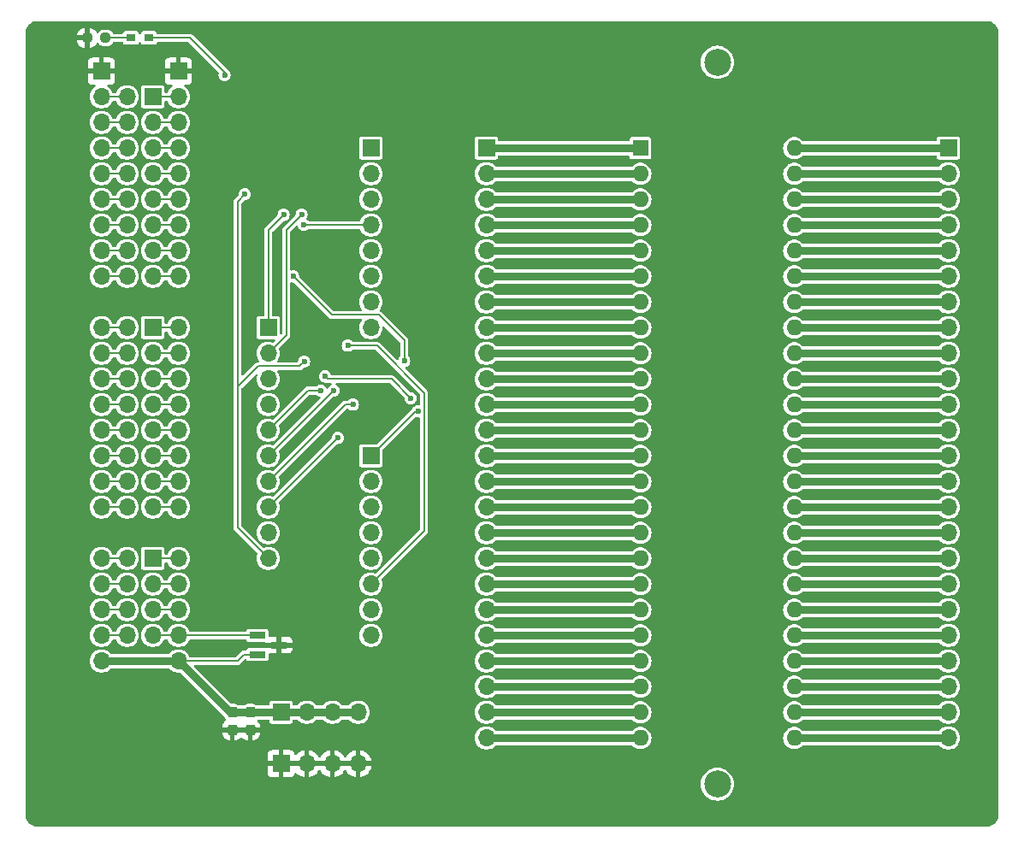
<source format=gbr>
%TF.GenerationSoftware,KiCad,Pcbnew,8.0.4+dfsg-1*%
%TF.CreationDate,2025-03-02T11:49:26+09:00*%
%TF.ProjectId,mezzanine,6d657a7a-616e-4696-9e65-2e6b69636164,2*%
%TF.SameCoordinates,Original*%
%TF.FileFunction,Copper,L1,Top*%
%TF.FilePolarity,Positive*%
%FSLAX46Y46*%
G04 Gerber Fmt 4.6, Leading zero omitted, Abs format (unit mm)*
G04 Created by KiCad (PCBNEW 8.0.4+dfsg-1) date 2025-03-02 11:49:26*
%MOMM*%
%LPD*%
G01*
G04 APERTURE LIST*
G04 Aperture macros list*
%AMRoundRect*
0 Rectangle with rounded corners*
0 $1 Rounding radius*
0 $2 $3 $4 $5 $6 $7 $8 $9 X,Y pos of 4 corners*
0 Add a 4 corners polygon primitive as box body*
4,1,4,$2,$3,$4,$5,$6,$7,$8,$9,$2,$3,0*
0 Add four circle primitives for the rounded corners*
1,1,$1+$1,$2,$3*
1,1,$1+$1,$4,$5*
1,1,$1+$1,$6,$7*
1,1,$1+$1,$8,$9*
0 Add four rect primitives between the rounded corners*
20,1,$1+$1,$2,$3,$4,$5,0*
20,1,$1+$1,$4,$5,$6,$7,0*
20,1,$1+$1,$6,$7,$8,$9,0*
20,1,$1+$1,$8,$9,$2,$3,0*%
G04 Aperture macros list end*
%TA.AperFunction,ComponentPad*%
%ADD10O,1.700000X1.700000*%
%TD*%
%TA.AperFunction,ComponentPad*%
%ADD11R,1.700000X1.700000*%
%TD*%
%TA.AperFunction,SMDPad,CuDef*%
%ADD12RoundRect,0.237500X-0.237500X0.300000X-0.237500X-0.300000X0.237500X-0.300000X0.237500X0.300000X0*%
%TD*%
%TA.AperFunction,SMDPad,CuDef*%
%ADD13R,0.965200X0.762000*%
%TD*%
%TA.AperFunction,ComponentPad*%
%ADD14R,1.600000X1.600000*%
%TD*%
%TA.AperFunction,ComponentPad*%
%ADD15O,1.600000X1.600000*%
%TD*%
%TA.AperFunction,ComponentPad*%
%ADD16C,2.670000*%
%TD*%
%TA.AperFunction,SMDPad,CuDef*%
%ADD17R,1.625600X0.660400*%
%TD*%
%TA.AperFunction,SMDPad,CuDef*%
%ADD18RoundRect,0.237500X0.250000X0.237500X-0.250000X0.237500X-0.250000X-0.237500X0.250000X-0.237500X0*%
%TD*%
%TA.AperFunction,ViaPad*%
%ADD19C,0.600000*%
%TD*%
%TA.AperFunction,Conductor*%
%ADD20C,0.200000*%
%TD*%
%TA.AperFunction,Conductor*%
%ADD21C,0.800000*%
%TD*%
G04 APERTURE END LIST*
D10*
%TO.P,J2,25,VCC*%
%TO.N,VCC*%
X78740000Y-96520000D03*
%TO.P,J2,26,P57*%
%TO.N,/P57*%
X78740000Y-93980000D03*
%TO.P,J2,27,P56*%
%TO.N,/P56*%
X78740000Y-91440000D03*
%TO.P,J2,28,P55*%
%TO.N,/P55*%
X78740000Y-88900000D03*
%TO.P,J2,29,P54*%
%TO.N,/P54*%
X78740000Y-86360000D03*
%TO.P,J2,31,P47*%
%TO.N,/P47*%
X78740000Y-81280000D03*
%TO.P,J2,32,P46*%
%TO.N,/P46*%
X78740000Y-78740000D03*
%TO.P,J2,33,P45*%
%TO.N,/P45*%
X78740000Y-76200000D03*
%TO.P,J2,34,P44*%
%TO.N,/P44*%
X78740000Y-73660000D03*
%TO.P,J2,35,P43*%
%TO.N,/P43*%
X78740000Y-71120000D03*
%TO.P,J2,36,P42*%
%TO.N,/P42*%
X78740000Y-68580000D03*
%TO.P,J2,37,P41*%
%TO.N,/P41*%
X78740000Y-66040000D03*
%TO.P,J2,38,P40*%
%TO.N,/P40*%
X78740000Y-63500000D03*
%TO.P,J2,40,P27*%
%TO.N,/P27*%
X78740000Y-58420000D03*
%TO.P,J2,41,P26*%
%TO.N,/P26*%
X78740000Y-55880000D03*
%TO.P,J2,42,P25*%
%TO.N,/P25*%
X78740000Y-53340000D03*
%TO.P,J2,43,P24*%
%TO.N,/P24*%
X78740000Y-50800000D03*
%TO.P,J2,44,P23*%
%TO.N,/P23*%
X78740000Y-48260000D03*
%TO.P,J2,45,P22*%
%TO.N,/P22*%
X78740000Y-45720000D03*
%TO.P,J2,46,P21*%
%TO.N,/P21*%
X78740000Y-43180000D03*
%TO.P,J2,47,P20*%
%TO.N,/P20*%
X78740000Y-40640000D03*
D11*
%TO.P,J2,48,GND*%
%TO.N,GND*%
X78740000Y-38100000D03*
%TD*%
%TO.P,J1,1,GND*%
%TO.N,GND*%
X71120000Y-38100000D03*
D10*
%TO.P,J1,2,P10*%
%TO.N,Net-(J1-P10)*%
X71120000Y-40640000D03*
%TO.P,J1,3,P11*%
%TO.N,Net-(J1-P11)*%
X71120000Y-43180000D03*
%TO.P,J1,4,P12*%
%TO.N,Net-(J1-P12)*%
X71120000Y-45720000D03*
%TO.P,J1,5,P13*%
%TO.N,Net-(J1-P13)*%
X71120000Y-48260000D03*
%TO.P,J1,6,P14*%
%TO.N,Net-(J1-P14)*%
X71120000Y-50800000D03*
%TO.P,J1,7,P15*%
%TO.N,Net-(J1-P15)*%
X71120000Y-53340000D03*
%TO.P,J1,8,P16*%
%TO.N,Net-(J1-P16)*%
X71120000Y-55880000D03*
%TO.P,J1,9,P17*%
%TO.N,Net-(J1-P17)*%
X71120000Y-58420000D03*
%TO.P,J1,11,P30*%
%TO.N,Net-(J1-P30)*%
X71120000Y-63500000D03*
%TO.P,J1,12,P31*%
%TO.N,Net-(J1-P31)*%
X71120000Y-66040000D03*
%TO.P,J1,13,P32*%
%TO.N,Net-(J1-P32)*%
X71120000Y-68580000D03*
%TO.P,J1,14,P33*%
%TO.N,Net-(J1-P33)*%
X71120000Y-71120000D03*
%TO.P,J1,15,P34*%
%TO.N,Net-(J1-P34)*%
X71120000Y-73660000D03*
%TO.P,J1,16,P35*%
%TO.N,Net-(J1-P35)*%
X71120000Y-76200000D03*
%TO.P,J1,17,P36*%
%TO.N,Net-(J1-P36)*%
X71120000Y-78740000D03*
%TO.P,J1,18,P37*%
%TO.N,Net-(J1-P37)*%
X71120000Y-81280000D03*
%TO.P,J1,20,P50*%
%TO.N,Net-(J1-P50)*%
X71120000Y-86360000D03*
%TO.P,J1,21,P51*%
%TO.N,Net-(J1-P51)*%
X71120000Y-88900000D03*
%TO.P,J1,22,P52*%
%TO.N,Net-(J1-P52)*%
X71120000Y-91440000D03*
%TO.P,J1,23,P53*%
%TO.N,Net-(J1-P53)*%
X71120000Y-93980000D03*
%TO.P,J1,24,VCC*%
%TO.N,VCC*%
X71120000Y-96520000D03*
%TD*%
D12*
%TO.P,C1,1*%
%TO.N,VCC*%
X84074000Y-101600000D03*
%TO.P,C1,2*%
%TO.N,GND*%
X84074000Y-103325000D03*
%TD*%
D11*
%TO.P,J4,1,Pin_1*%
%TO.N,Net-(J4-Pin_1)*%
X154940000Y-45720000D03*
D10*
%TO.P,J4,2,Pin_2*%
%TO.N,Net-(J4-Pin_2)*%
X154940000Y-48260000D03*
%TO.P,J4,3,Pin_3*%
%TO.N,Net-(J4-Pin_3)*%
X154940000Y-50800000D03*
%TO.P,J4,4,Pin_4*%
%TO.N,Net-(J4-Pin_4)*%
X154940000Y-53340000D03*
%TO.P,J4,5,Pin_5*%
%TO.N,Net-(J4-Pin_5)*%
X154940000Y-55880000D03*
%TO.P,J4,6,Pin_6*%
%TO.N,Net-(J4-Pin_6)*%
X154940000Y-58420000D03*
%TO.P,J4,7,Pin_7*%
%TO.N,Net-(J4-Pin_7)*%
X154940000Y-60960000D03*
%TO.P,J4,8,Pin_8*%
%TO.N,Net-(J4-Pin_8)*%
X154940000Y-63500000D03*
%TO.P,J4,9,Pin_9*%
%TO.N,Net-(J4-Pin_9)*%
X154940000Y-66040000D03*
%TO.P,J4,10,Pin_10*%
%TO.N,Net-(J4-Pin_10)*%
X154940000Y-68580000D03*
%TO.P,J4,11,Pin_11*%
%TO.N,Net-(J4-Pin_11)*%
X154940000Y-71120000D03*
%TO.P,J4,12,Pin_12*%
%TO.N,Net-(J4-Pin_12)*%
X154940000Y-73660000D03*
%TO.P,J4,13,Pin_13*%
%TO.N,Net-(J4-Pin_13)*%
X154940000Y-76200000D03*
%TO.P,J4,14,Pin_14*%
%TO.N,Net-(J4-Pin_14)*%
X154940000Y-78740000D03*
%TO.P,J4,15,Pin_15*%
%TO.N,Net-(J4-Pin_15)*%
X154940000Y-81280000D03*
%TO.P,J4,16,Pin_16*%
%TO.N,Net-(J4-Pin_16)*%
X154940000Y-83820000D03*
%TO.P,J4,17,Pin_17*%
%TO.N,Net-(J4-Pin_17)*%
X154940000Y-86360000D03*
%TO.P,J4,18,Pin_18*%
%TO.N,Net-(J4-Pin_18)*%
X154940000Y-88900000D03*
%TO.P,J4,19,Pin_19*%
%TO.N,Net-(J4-Pin_19)*%
X154940000Y-91440000D03*
%TO.P,J4,20,Pin_20*%
%TO.N,Net-(J4-Pin_20)*%
X154940000Y-93980000D03*
%TO.P,J4,21,Pin_21*%
%TO.N,Net-(J4-Pin_21)*%
X154940000Y-96520000D03*
%TO.P,J4,22,Pin_22*%
%TO.N,Net-(J4-Pin_22)*%
X154940000Y-99060000D03*
%TO.P,J4,23,Pin_23*%
%TO.N,Net-(J4-Pin_23)*%
X154940000Y-101600000D03*
%TO.P,J4,24,Pin_24*%
%TO.N,Net-(J4-Pin_24)*%
X154940000Y-104140000D03*
%TD*%
D11*
%TO.P,J9,1,Pin_1*%
%TO.N,GND*%
X88900000Y-106680000D03*
D10*
%TO.P,J9,2,Pin_2*%
X91440000Y-106680000D03*
%TO.P,J9,3,Pin_3*%
X93980000Y-106680000D03*
%TO.P,J9,4,Pin_4*%
X96520000Y-106680000D03*
%TD*%
D11*
%TO.P,J7,1,Pin_1*%
%TO.N,/P54*%
X76200000Y-86360000D03*
D10*
%TO.P,J7,2,Pin_2*%
%TO.N,Net-(J1-P50)*%
X73660000Y-86360000D03*
%TO.P,J7,3,Pin_3*%
%TO.N,/P55*%
X76200000Y-88900000D03*
%TO.P,J7,4,Pin_4*%
%TO.N,Net-(J1-P51)*%
X73660000Y-88900000D03*
%TO.P,J7,5,Pin_5*%
%TO.N,/P56*%
X76200000Y-91440000D03*
%TO.P,J7,6,Pin_6*%
%TO.N,Net-(J1-P52)*%
X73660000Y-91440000D03*
%TO.P,J7,7,Pin_7*%
%TO.N,/P57*%
X76200000Y-93980000D03*
%TO.P,J7,8,Pin_8*%
%TO.N,Net-(J1-P53)*%
X73660000Y-93980000D03*
%TD*%
D11*
%TO.P,J8,1,Pin_1*%
%TO.N,VCC*%
X88900000Y-101600000D03*
D10*
%TO.P,J8,2,Pin_2*%
X91440000Y-101600000D03*
%TO.P,J8,3,Pin_3*%
X93980000Y-101600000D03*
%TO.P,J8,4,Pin_4*%
X96520000Y-101600000D03*
%TD*%
D11*
%TO.P,J10,1,Pin_1*%
%TO.N,Net-(J10-Pin_1)*%
X87630000Y-63500000D03*
D10*
%TO.P,J10,2,Pin_2*%
%TO.N,Net-(J10-Pin_2)*%
X87630000Y-66040000D03*
%TO.P,J10,3,Pin_3*%
%TO.N,Net-(J10-Pin_3)*%
X87630000Y-68580000D03*
%TO.P,J10,4,Pin_4*%
%TO.N,Net-(J10-Pin_4)*%
X87630000Y-71120000D03*
%TO.P,J10,5,Pin_5*%
%TO.N,Net-(J10-Pin_5)*%
X87630000Y-73660000D03*
%TO.P,J10,6,Pin_6*%
%TO.N,Net-(J10-Pin_6)*%
X87630000Y-76200000D03*
%TO.P,J10,7,Pin_7*%
%TO.N,Net-(J10-Pin_7)*%
X87630000Y-78740000D03*
%TO.P,J10,8,Pin_8*%
%TO.N,Net-(J10-Pin_8)*%
X87630000Y-81280000D03*
%TO.P,J10,9,Pin_9*%
%TO.N,unconnected-(J10-Pin_9-Pad9)*%
X87630000Y-83820000D03*
%TO.P,J10,10,Pin_10*%
%TO.N,Net-(J10-Pin_10)*%
X87630000Y-86360000D03*
%TD*%
D12*
%TO.P,C2,1*%
%TO.N,VCC*%
X85852000Y-101600000D03*
%TO.P,C2,2*%
%TO.N,GND*%
X85852000Y-103325000D03*
%TD*%
D11*
%TO.P,J11,1,Pin_1*%
%TO.N,Net-(J11-Pin_1)*%
X97790000Y-45720000D03*
D10*
%TO.P,J11,2,Pin_2*%
%TO.N,Net-(J11-Pin_2)*%
X97790000Y-48260000D03*
%TO.P,J11,3,Pin_3*%
%TO.N,Net-(J11-Pin_3)*%
X97790000Y-50800000D03*
%TO.P,J11,4,Pin_4*%
%TO.N,Net-(J11-Pin_4)*%
X97790000Y-53340000D03*
%TO.P,J11,5,Pin_5*%
%TO.N,/A.4*%
X97790000Y-55880000D03*
%TO.P,J11,6,Pin_6*%
%TO.N,/A.5*%
X97790000Y-58420000D03*
%TO.P,J11,7,Pin_7*%
%TO.N,/A.6*%
X97790000Y-60960000D03*
%TO.P,J11,8,Pin_8*%
%TO.N,/A.7*%
X97790000Y-63500000D03*
%TD*%
D11*
%TO.P,J3,1,Pin_1*%
%TO.N,Net-(J3-Pin_1)*%
X109220000Y-45720000D03*
D10*
%TO.P,J3,2,Pin_2*%
%TO.N,Net-(J3-Pin_2)*%
X109220000Y-48260000D03*
%TO.P,J3,3,Pin_3*%
%TO.N,Net-(J3-Pin_3)*%
X109220000Y-50800000D03*
%TO.P,J3,4,Pin_4*%
%TO.N,Net-(J3-Pin_4)*%
X109220000Y-53340000D03*
%TO.P,J3,5,Pin_5*%
%TO.N,Net-(J3-Pin_5)*%
X109220000Y-55880000D03*
%TO.P,J3,6,Pin_6*%
%TO.N,Net-(J3-Pin_6)*%
X109220000Y-58420000D03*
%TO.P,J3,7,Pin_7*%
%TO.N,Net-(J3-Pin_7)*%
X109220000Y-60960000D03*
%TO.P,J3,8,Pin_8*%
%TO.N,Net-(J3-Pin_8)*%
X109220000Y-63500000D03*
%TO.P,J3,9,Pin_9*%
%TO.N,Net-(J3-Pin_9)*%
X109220000Y-66040000D03*
%TO.P,J3,10,Pin_10*%
%TO.N,Net-(J3-Pin_10)*%
X109220000Y-68580000D03*
%TO.P,J3,11,Pin_11*%
%TO.N,Net-(J3-Pin_11)*%
X109220000Y-71120000D03*
%TO.P,J3,12,Pin_12*%
%TO.N,Net-(J3-Pin_12)*%
X109220000Y-73660000D03*
%TO.P,J3,13,Pin_13*%
%TO.N,Net-(J3-Pin_13)*%
X109220000Y-76200000D03*
%TO.P,J3,14,Pin_14*%
%TO.N,Net-(J3-Pin_14)*%
X109220000Y-78740000D03*
%TO.P,J3,15,Pin_15*%
%TO.N,Net-(J3-Pin_15)*%
X109220000Y-81280000D03*
%TO.P,J3,16,Pin_16*%
%TO.N,Net-(J3-Pin_16)*%
X109220000Y-83820000D03*
%TO.P,J3,17,Pin_17*%
%TO.N,Net-(J3-Pin_17)*%
X109220000Y-86360000D03*
%TO.P,J3,18,Pin_18*%
%TO.N,Net-(J3-Pin_18)*%
X109220000Y-88900000D03*
%TO.P,J3,19,Pin_19*%
%TO.N,Net-(J3-Pin_19)*%
X109220000Y-91440000D03*
%TO.P,J3,20,Pin_20*%
%TO.N,Net-(J3-Pin_20)*%
X109220000Y-93980000D03*
%TO.P,J3,21,Pin_21*%
%TO.N,Net-(J3-Pin_21)*%
X109220000Y-96520000D03*
%TO.P,J3,22,Pin_22*%
%TO.N,Net-(J3-Pin_22)*%
X109220000Y-99060000D03*
%TO.P,J3,23,Pin_23*%
%TO.N,Net-(J3-Pin_23)*%
X109220000Y-101600000D03*
%TO.P,J3,24,Pin_24*%
%TO.N,Net-(J3-Pin_24)*%
X109220000Y-104140000D03*
%TD*%
D13*
%TO.P,D1,1,K*%
%TO.N,Net-(D1-K)*%
X74053700Y-34798000D03*
%TO.P,D1,2,A*%
%TO.N,VCC*%
X75806300Y-34798000D03*
%TD*%
D14*
%TO.P,U1,1,1*%
%TO.N,Net-(J3-Pin_1)*%
X124460000Y-45720000D03*
D15*
%TO.P,U1,2,2*%
%TO.N,Net-(J3-Pin_2)*%
X124460000Y-48260000D03*
%TO.P,U1,3,3*%
%TO.N,Net-(J3-Pin_3)*%
X124460000Y-50800000D03*
%TO.P,U1,4,4*%
%TO.N,Net-(J3-Pin_4)*%
X124460000Y-53340000D03*
%TO.P,U1,5,5*%
%TO.N,Net-(J3-Pin_5)*%
X124460000Y-55880000D03*
%TO.P,U1,6,6*%
%TO.N,Net-(J3-Pin_6)*%
X124460000Y-58420000D03*
%TO.P,U1,7,7*%
%TO.N,Net-(J3-Pin_7)*%
X124460000Y-60960000D03*
%TO.P,U1,8,8*%
%TO.N,Net-(J3-Pin_8)*%
X124460000Y-63500000D03*
%TO.P,U1,9,9*%
%TO.N,Net-(J3-Pin_9)*%
X124460000Y-66040000D03*
%TO.P,U1,10,10*%
%TO.N,Net-(J3-Pin_10)*%
X124460000Y-68580000D03*
%TO.P,U1,11,11*%
%TO.N,Net-(J3-Pin_11)*%
X124460000Y-71120000D03*
%TO.P,U1,12,12*%
%TO.N,Net-(J3-Pin_12)*%
X124460000Y-73660000D03*
%TO.P,U1,13,13*%
%TO.N,Net-(J3-Pin_13)*%
X124460000Y-76200000D03*
%TO.P,U1,14,14*%
%TO.N,Net-(J3-Pin_14)*%
X124460000Y-78740000D03*
%TO.P,U1,15,15*%
%TO.N,Net-(J3-Pin_15)*%
X124460000Y-81280000D03*
%TO.P,U1,16,16*%
%TO.N,Net-(J3-Pin_16)*%
X124460000Y-83820000D03*
%TO.P,U1,17,17*%
%TO.N,Net-(J3-Pin_17)*%
X124460000Y-86360000D03*
%TO.P,U1,18,18*%
%TO.N,Net-(J3-Pin_18)*%
X124460000Y-88900000D03*
%TO.P,U1,19,19*%
%TO.N,Net-(J3-Pin_19)*%
X124460000Y-91440000D03*
%TO.P,U1,20,20*%
%TO.N,Net-(J3-Pin_20)*%
X124460000Y-93980000D03*
%TO.P,U1,21,21*%
%TO.N,Net-(J3-Pin_21)*%
X124460000Y-96520000D03*
%TO.P,U1,22,22*%
%TO.N,Net-(J3-Pin_22)*%
X124460000Y-99060000D03*
%TO.P,U1,23,23*%
%TO.N,Net-(J3-Pin_23)*%
X124460000Y-101600000D03*
%TO.P,U1,24,24*%
%TO.N,Net-(J3-Pin_24)*%
X124460000Y-104140000D03*
%TO.P,U1,25,25*%
%TO.N,Net-(J4-Pin_24)*%
X139700000Y-104140000D03*
%TO.P,U1,26,26*%
%TO.N,Net-(J4-Pin_23)*%
X139700000Y-101600000D03*
%TO.P,U1,27,27*%
%TO.N,Net-(J4-Pin_22)*%
X139700000Y-99060000D03*
%TO.P,U1,28,28*%
%TO.N,Net-(J4-Pin_21)*%
X139700000Y-96520000D03*
%TO.P,U1,29,29*%
%TO.N,Net-(J4-Pin_20)*%
X139700000Y-93980000D03*
%TO.P,U1,30,30*%
%TO.N,Net-(J4-Pin_19)*%
X139700000Y-91440000D03*
%TO.P,U1,31,31*%
%TO.N,Net-(J4-Pin_18)*%
X139700000Y-88900000D03*
%TO.P,U1,32,32*%
%TO.N,Net-(J4-Pin_17)*%
X139700000Y-86360000D03*
%TO.P,U1,33,33*%
%TO.N,Net-(J4-Pin_16)*%
X139700000Y-83820000D03*
%TO.P,U1,34,34*%
%TO.N,Net-(J4-Pin_15)*%
X139700000Y-81280000D03*
%TO.P,U1,35,35*%
%TO.N,Net-(J4-Pin_14)*%
X139700000Y-78740000D03*
%TO.P,U1,36,36*%
%TO.N,Net-(J4-Pin_13)*%
X139700000Y-76200000D03*
%TO.P,U1,37,37*%
%TO.N,Net-(J4-Pin_12)*%
X139700000Y-73660000D03*
%TO.P,U1,38,38*%
%TO.N,Net-(J4-Pin_11)*%
X139700000Y-71120000D03*
%TO.P,U1,39,39*%
%TO.N,Net-(J4-Pin_10)*%
X139700000Y-68580000D03*
%TO.P,U1,40,40*%
%TO.N,Net-(J4-Pin_9)*%
X139700000Y-66040000D03*
%TO.P,U1,41,41*%
%TO.N,Net-(J4-Pin_8)*%
X139700000Y-63500000D03*
%TO.P,U1,42,42*%
%TO.N,Net-(J4-Pin_7)*%
X139700000Y-60960000D03*
%TO.P,U1,43,43*%
%TO.N,Net-(J4-Pin_6)*%
X139700000Y-58420000D03*
%TO.P,U1,44,44*%
%TO.N,Net-(J4-Pin_5)*%
X139700000Y-55880000D03*
%TO.P,U1,45,45*%
%TO.N,Net-(J4-Pin_4)*%
X139700000Y-53340000D03*
%TO.P,U1,46,46*%
%TO.N,Net-(J4-Pin_3)*%
X139700000Y-50800000D03*
%TO.P,U1,47,47*%
%TO.N,Net-(J4-Pin_2)*%
X139700000Y-48260000D03*
%TO.P,U1,48,48*%
%TO.N,Net-(J4-Pin_1)*%
X139700000Y-45720000D03*
D16*
%TO.P,U1,MH1*%
%TO.N,N/C*%
X132080000Y-108710000D03*
%TO.P,U1,MH2*%
X132080000Y-37210000D03*
%TD*%
D11*
%TO.P,J6,1,Pin_1*%
%TO.N,/P40*%
X76200000Y-63500000D03*
D10*
%TO.P,J6,2,Pin_2*%
%TO.N,Net-(J1-P30)*%
X73660000Y-63500000D03*
%TO.P,J6,3,Pin_3*%
%TO.N,/P41*%
X76200000Y-66040000D03*
%TO.P,J6,4,Pin_4*%
%TO.N,Net-(J1-P31)*%
X73660000Y-66040000D03*
%TO.P,J6,5,Pin_5*%
%TO.N,/P42*%
X76200000Y-68580000D03*
%TO.P,J6,6,Pin_6*%
%TO.N,Net-(J1-P32)*%
X73660000Y-68580000D03*
%TO.P,J6,7,Pin_7*%
%TO.N,/P43*%
X76200000Y-71120000D03*
%TO.P,J6,8,Pin_8*%
%TO.N,Net-(J1-P33)*%
X73660000Y-71120000D03*
%TO.P,J6,9,Pin_9*%
%TO.N,/P44*%
X76200000Y-73660000D03*
%TO.P,J6,10,Pin_10*%
%TO.N,Net-(J1-P34)*%
X73660000Y-73660000D03*
%TO.P,J6,11,Pin_11*%
%TO.N,/P45*%
X76200000Y-76200000D03*
%TO.P,J6,12,Pin_12*%
%TO.N,Net-(J1-P35)*%
X73660000Y-76200000D03*
%TO.P,J6,13,Pin_13*%
%TO.N,/P46*%
X76200000Y-78740000D03*
%TO.P,J6,14,Pin_14*%
%TO.N,Net-(J1-P36)*%
X73660000Y-78740000D03*
%TO.P,J6,15,Pin_15*%
%TO.N,/P47*%
X76200000Y-81280000D03*
%TO.P,J6,16,Pin_16*%
%TO.N,Net-(J1-P37)*%
X73660000Y-81280000D03*
%TD*%
D17*
%TO.P,U2,1,SCIO*%
%TO.N,/P57*%
X86564000Y-93980000D03*
%TO.P,U2,2,VCC*%
%TO.N,VCC*%
X86564000Y-95880002D03*
%TO.P,U2,3,VSS*%
%TO.N,GND*%
X88696000Y-94930001D03*
%TD*%
D11*
%TO.P,J5,1,Pin_1*%
%TO.N,/P20*%
X76200000Y-40640000D03*
D10*
%TO.P,J5,2,Pin_2*%
%TO.N,Net-(J1-P10)*%
X73660000Y-40640000D03*
%TO.P,J5,3,Pin_3*%
%TO.N,/P21*%
X76200000Y-43180000D03*
%TO.P,J5,4,Pin_4*%
%TO.N,Net-(J1-P11)*%
X73660000Y-43180000D03*
%TO.P,J5,5,Pin_5*%
%TO.N,/P22*%
X76200000Y-45720000D03*
%TO.P,J5,6,Pin_6*%
%TO.N,Net-(J1-P12)*%
X73660000Y-45720000D03*
%TO.P,J5,7,Pin_7*%
%TO.N,/P23*%
X76200000Y-48260000D03*
%TO.P,J5,8,Pin_8*%
%TO.N,Net-(J1-P13)*%
X73660000Y-48260000D03*
%TO.P,J5,9,Pin_9*%
%TO.N,/P24*%
X76200000Y-50800000D03*
%TO.P,J5,10,Pin_10*%
%TO.N,Net-(J1-P14)*%
X73660000Y-50800000D03*
%TO.P,J5,11,Pin_11*%
%TO.N,/P25*%
X76200000Y-53340000D03*
%TO.P,J5,12,Pin_12*%
%TO.N,Net-(J1-P15)*%
X73660000Y-53340000D03*
%TO.P,J5,13,Pin_13*%
%TO.N,/P26*%
X76200000Y-55880000D03*
%TO.P,J5,14,Pin_14*%
%TO.N,Net-(J1-P16)*%
X73660000Y-55880000D03*
%TO.P,J5,15,Pin_15*%
%TO.N,/P27*%
X76200000Y-58420000D03*
%TO.P,J5,16,Pin_16*%
%TO.N,Net-(J1-P17)*%
X73660000Y-58420000D03*
%TD*%
D18*
%TO.P,R1,1*%
%TO.N,Net-(D1-K)*%
X71524500Y-34798000D03*
%TO.P,R1,2*%
%TO.N,GND*%
X69699500Y-34798000D03*
%TD*%
D11*
%TO.P,J12,1,Pin_1*%
%TO.N,/B.0*%
X97790000Y-76200000D03*
D10*
%TO.P,J12,2,Pin_2*%
%TO.N,/B.1*%
X97790000Y-78740000D03*
%TO.P,J12,3,Pin_3*%
%TO.N,/B.2*%
X97790000Y-81280000D03*
%TO.P,J12,4,Pin_4*%
%TO.N,/B.3*%
X97790000Y-83820000D03*
%TO.P,J12,5,Pin_5*%
%TO.N,Net-(J12-Pin_5)*%
X97790000Y-86360000D03*
%TO.P,J12,6,Pin_6*%
%TO.N,Net-(J12-Pin_6)*%
X97790000Y-88900000D03*
%TO.P,J12,7,Pin_7*%
%TO.N,Net-(J12-Pin_7)*%
X97790000Y-91440000D03*
%TO.P,J12,8,Pin_8*%
%TO.N,Net-(J12-Pin_8)*%
X97790000Y-93980000D03*
%TD*%
D19*
%TO.N,GND*%
X94234000Y-50292000D03*
X152009974Y-109982000D03*
X91059000Y-61976000D03*
X100076000Y-79629000D03*
X131826000Y-85598000D03*
X95504000Y-52070000D03*
X85344000Y-89154000D03*
X94742000Y-82423000D03*
X101219000Y-84328000D03*
X101600000Y-58420000D03*
X132080000Y-61976000D03*
X95758000Y-63754000D03*
X93599000Y-64008000D03*
X99060000Y-70104000D03*
X94742000Y-56896000D03*
X116703974Y-39878000D03*
X86106000Y-59436000D03*
X153787974Y-39624000D03*
X104394000Y-109220000D03*
%TO.N,VCC*%
X83312000Y-38481000D03*
%TO.N,Net-(J10-Pin_10)*%
X91186000Y-66878200D03*
X85324450Y-50272450D03*
%TO.N,Net-(J10-Pin_8)*%
X94509000Y-74422000D03*
%TO.N,Net-(J12-Pin_5)*%
X93259000Y-68326000D03*
X101727000Y-70485000D03*
%TO.N,Net-(J12-Pin_6)*%
X95504000Y-65278000D03*
%TO.N,/B.0*%
X102454000Y-71755000D03*
%TO.N,Net-(J10-Pin_1)*%
X89154000Y-52324000D03*
%TO.N,Net-(J10-Pin_6)*%
X94107000Y-69723000D03*
%TO.N,Net-(J10-Pin_2)*%
X90932000Y-52324000D03*
%TO.N,Net-(J10-Pin_7)*%
X96012000Y-71120000D03*
%TO.N,Net-(J10-Pin_5)*%
X92837000Y-69723000D03*
%TO.N,/B.3*%
X101092000Y-66802000D03*
X90099000Y-58420000D03*
%TO.N,Net-(J11-Pin_4)*%
X91168001Y-53322001D03*
%TD*%
D20*
%TO.N,VCC*%
X83312000Y-38481000D02*
X83312000Y-38227000D01*
X83312000Y-38227000D02*
X79883000Y-34798000D01*
X79883000Y-34798000D02*
X75806300Y-34798000D01*
%TO.N,Net-(D1-K)*%
X71524500Y-34798000D02*
X74053700Y-34798000D01*
D21*
%TO.N,VCC*%
X83058000Y-100838000D02*
X78740000Y-96520000D01*
D20*
X85221998Y-95880002D02*
X84582000Y-96520000D01*
D21*
X86868000Y-101600000D02*
X83820000Y-101600000D01*
X83820000Y-101600000D02*
X83058000Y-100838000D01*
X96520000Y-101600000D02*
X86868000Y-101600000D01*
D20*
X84582000Y-96520000D02*
X78740000Y-96520000D01*
D21*
X71247000Y-96520000D02*
X78867000Y-96520000D01*
D20*
X86564000Y-95880002D02*
X85221998Y-95880002D01*
%TO.N,Net-(J1-P51)*%
X73660000Y-88900000D02*
X71120000Y-88900000D01*
%TO.N,Net-(J1-P14)*%
X71120000Y-50800000D02*
X73660000Y-50800000D01*
%TO.N,Net-(J1-P15)*%
X73660000Y-53340000D02*
X71120000Y-53340000D01*
%TO.N,Net-(J1-P10)*%
X71120000Y-40640000D02*
X73660000Y-40640000D01*
%TO.N,Net-(J1-P31)*%
X71120000Y-66040000D02*
X73660000Y-66040000D01*
%TO.N,Net-(J1-P30)*%
X73660000Y-63500000D02*
X71120000Y-63500000D01*
%TO.N,Net-(J1-P36)*%
X71120000Y-78740000D02*
X73660000Y-78740000D01*
%TO.N,Net-(J1-P52)*%
X71120000Y-91440000D02*
X73660000Y-91440000D01*
%TO.N,Net-(J1-P53)*%
X73660000Y-93980000D02*
X71120000Y-93980000D01*
%TO.N,Net-(J1-P12)*%
X71120000Y-45720000D02*
X73660000Y-45720000D01*
%TO.N,Net-(J1-P11)*%
X73660000Y-43180000D02*
X71120000Y-43180000D01*
%TO.N,Net-(J1-P33)*%
X73660000Y-71120000D02*
X71120000Y-71120000D01*
%TO.N,Net-(J1-P50)*%
X71120000Y-86360000D02*
X73660000Y-86360000D01*
%TO.N,Net-(J1-P32)*%
X71120000Y-68580000D02*
X73660000Y-68580000D01*
%TO.N,Net-(J1-P37)*%
X73660000Y-81280000D02*
X71120000Y-81280000D01*
%TO.N,Net-(J1-P17)*%
X73660000Y-58420000D02*
X71120000Y-58420000D01*
%TO.N,Net-(J1-P16)*%
X71120000Y-55880000D02*
X73660000Y-55880000D01*
%TO.N,Net-(J1-P35)*%
X73660000Y-76200000D02*
X71120000Y-76200000D01*
%TO.N,Net-(J1-P34)*%
X71120000Y-73660000D02*
X73660000Y-73660000D01*
%TO.N,Net-(J1-P13)*%
X73660000Y-48260000D02*
X71120000Y-48260000D01*
%TO.N,/P27*%
X78740000Y-58420000D02*
X76200000Y-58420000D01*
%TO.N,/P23*%
X78740000Y-48260000D02*
X76200000Y-48260000D01*
%TO.N,/P45*%
X78740000Y-76200000D02*
X76200000Y-76200000D01*
%TO.N,/P56*%
X78740000Y-91440000D02*
X76200000Y-91440000D01*
%TO.N,/P54*%
X78740000Y-86360000D02*
X76200000Y-86360000D01*
%TO.N,/P26*%
X76200000Y-55880000D02*
X78740000Y-55880000D01*
%TO.N,/P20*%
X76200000Y-40640000D02*
X78740000Y-40640000D01*
%TO.N,/P47*%
X78740000Y-81280000D02*
X76200000Y-81280000D01*
%TO.N,/P43*%
X78740000Y-71120000D02*
X76200000Y-71120000D01*
%TO.N,/P24*%
X76200000Y-50800000D02*
X78740000Y-50800000D01*
%TO.N,/P55*%
X76200000Y-88900000D02*
X78740000Y-88900000D01*
%TO.N,/P42*%
X76200000Y-68580000D02*
X78740000Y-68580000D01*
%TO.N,/P40*%
X76200000Y-63500000D02*
X78740000Y-63500000D01*
%TO.N,/P21*%
X78740000Y-43180000D02*
X76200000Y-43180000D01*
%TO.N,/P44*%
X76200000Y-73660000D02*
X78740000Y-73660000D01*
%TO.N,/P22*%
X76200000Y-45720000D02*
X78740000Y-45720000D01*
%TO.N,/P25*%
X78740000Y-53340000D02*
X76200000Y-53340000D01*
%TO.N,/P41*%
X78740000Y-66040000D02*
X76200000Y-66040000D01*
%TO.N,/P46*%
X76200000Y-78740000D02*
X78740000Y-78740000D01*
%TO.N,/P57*%
X76200000Y-93980000D02*
X78740000Y-93980000D01*
X86564000Y-93980000D02*
X78740000Y-93980000D01*
D21*
%TO.N,Net-(J3-Pin_24)*%
X124460000Y-104140000D02*
X109220000Y-104140000D01*
%TO.N,Net-(J3-Pin_3)*%
X109220000Y-50800000D02*
X124460000Y-50800000D01*
%TO.N,Net-(J3-Pin_11)*%
X109220000Y-71120000D02*
X124460000Y-71120000D01*
%TO.N,Net-(J3-Pin_21)*%
X109220000Y-96520000D02*
X124460000Y-96520000D01*
%TO.N,Net-(J3-Pin_10)*%
X124460000Y-68580000D02*
X109220000Y-68580000D01*
%TO.N,Net-(J3-Pin_14)*%
X124460000Y-78740000D02*
X109220000Y-78740000D01*
%TO.N,Net-(J3-Pin_8)*%
X124460000Y-63500000D02*
X109220000Y-63500000D01*
%TO.N,Net-(J3-Pin_1)*%
X109220000Y-45720000D02*
X124460000Y-45720000D01*
%TO.N,Net-(J3-Pin_5)*%
X109220000Y-55880000D02*
X124460000Y-55880000D01*
%TO.N,Net-(J3-Pin_16)*%
X124460000Y-83820000D02*
X109220000Y-83820000D01*
%TO.N,Net-(J3-Pin_6)*%
X124460000Y-58420000D02*
X109220000Y-58420000D01*
%TO.N,Net-(J3-Pin_13)*%
X109220000Y-76200000D02*
X124460000Y-76200000D01*
%TO.N,Net-(J3-Pin_18)*%
X124460000Y-88900000D02*
X109220000Y-88900000D01*
%TO.N,Net-(J3-Pin_17)*%
X109220000Y-86360000D02*
X124460000Y-86360000D01*
%TO.N,Net-(J3-Pin_15)*%
X109220000Y-81280000D02*
X124460000Y-81280000D01*
%TO.N,Net-(J3-Pin_2)*%
X124460000Y-48260000D02*
X109220000Y-48260000D01*
%TO.N,Net-(J3-Pin_7)*%
X109220000Y-60960000D02*
X124460000Y-60960000D01*
%TO.N,Net-(J3-Pin_20)*%
X124460000Y-93980000D02*
X109220000Y-93980000D01*
%TO.N,Net-(J3-Pin_9)*%
X109220000Y-66040000D02*
X124460000Y-66040000D01*
%TO.N,Net-(J3-Pin_19)*%
X109220000Y-91440000D02*
X124460000Y-91440000D01*
%TO.N,Net-(J3-Pin_23)*%
X109220000Y-101600000D02*
X124460000Y-101600000D01*
%TO.N,Net-(J3-Pin_12)*%
X124460000Y-73660000D02*
X109220000Y-73660000D01*
%TO.N,Net-(J3-Pin_22)*%
X124460000Y-99060000D02*
X109220000Y-99060000D01*
%TO.N,Net-(J3-Pin_4)*%
X124460000Y-53340000D02*
X109220000Y-53340000D01*
%TO.N,Net-(J4-Pin_17)*%
X139700000Y-86360000D02*
X154940000Y-86360000D01*
%TO.N,Net-(J4-Pin_2)*%
X154940000Y-48260000D02*
X139700000Y-48260000D01*
%TO.N,Net-(J4-Pin_3)*%
X139700000Y-50800000D02*
X154940000Y-50800000D01*
%TO.N,Net-(J4-Pin_1)*%
X139700000Y-45720000D02*
X154940000Y-45720000D01*
%TO.N,Net-(J4-Pin_7)*%
X139700000Y-60960000D02*
X154940000Y-60960000D01*
%TO.N,Net-(J4-Pin_19)*%
X139700000Y-91440000D02*
X154940000Y-91440000D01*
%TO.N,Net-(J4-Pin_12)*%
X154940000Y-73660000D02*
X139700000Y-73660000D01*
%TO.N,Net-(J4-Pin_10)*%
X154940000Y-68580000D02*
X139700000Y-68580000D01*
%TO.N,Net-(J4-Pin_13)*%
X154940000Y-76200000D02*
X139700000Y-76200000D01*
%TO.N,Net-(J4-Pin_21)*%
X139700000Y-96520000D02*
X154940000Y-96520000D01*
%TO.N,Net-(J4-Pin_23)*%
X139700000Y-101600000D02*
X154940000Y-101600000D01*
%TO.N,Net-(J4-Pin_14)*%
X154940000Y-78740000D02*
X139700000Y-78740000D01*
%TO.N,Net-(J4-Pin_4)*%
X154940000Y-53340000D02*
X139700000Y-53340000D01*
%TO.N,Net-(J4-Pin_22)*%
X154940000Y-99060000D02*
X139700000Y-99060000D01*
%TO.N,Net-(J4-Pin_8)*%
X154940000Y-63500000D02*
X139700000Y-63500000D01*
%TO.N,Net-(J4-Pin_18)*%
X154940000Y-88900000D02*
X139700000Y-88900000D01*
%TO.N,Net-(J4-Pin_11)*%
X139700000Y-71120000D02*
X154940000Y-71120000D01*
%TO.N,Net-(J4-Pin_24)*%
X154940000Y-104140000D02*
X139700000Y-104140000D01*
%TO.N,Net-(J4-Pin_5)*%
X139700000Y-55880000D02*
X154940000Y-55880000D01*
%TO.N,Net-(J4-Pin_20)*%
X154940000Y-93980000D02*
X139700000Y-93980000D01*
%TO.N,Net-(J4-Pin_15)*%
X139700000Y-81280000D02*
X154940000Y-81280000D01*
%TO.N,Net-(J4-Pin_9)*%
X139700000Y-66040000D02*
X154940000Y-66040000D01*
%TO.N,Net-(J4-Pin_6)*%
X154940000Y-58420000D02*
X139700000Y-58420000D01*
%TO.N,Net-(J4-Pin_16)*%
X154940000Y-83820000D02*
X139700000Y-83820000D01*
D20*
%TO.N,Net-(J10-Pin_10)*%
X90754200Y-67310000D02*
X86614000Y-67310000D01*
X91186000Y-66878200D02*
X90754200Y-67310000D01*
X85324450Y-50272450D02*
X84582000Y-51014900D01*
X84582000Y-69850000D02*
X84582000Y-83312000D01*
X84582000Y-51014900D02*
X84582000Y-69850000D01*
X84582000Y-83312000D02*
X87630000Y-86360000D01*
X86614000Y-67310000D02*
X84582000Y-69342000D01*
%TO.N,Net-(J10-Pin_8)*%
X94488000Y-74422000D02*
X87630000Y-81280000D01*
X94509000Y-74422000D02*
X94488000Y-74422000D01*
%TO.N,Net-(J12-Pin_5)*%
X101727000Y-70485000D02*
X99822000Y-68580000D01*
X99822000Y-68580000D02*
X93513000Y-68580000D01*
X93513000Y-68580000D02*
X93259000Y-68326000D01*
%TO.N,Net-(J12-Pin_6)*%
X103054000Y-83636000D02*
X97790000Y-88900000D01*
X103054000Y-69947471D02*
X103054000Y-83636000D01*
X98384529Y-65278000D02*
X103054000Y-69947471D01*
X95504000Y-65278000D02*
X98384529Y-65278000D01*
%TO.N,/B.0*%
X102454000Y-71755000D02*
X102235000Y-71755000D01*
X102235000Y-71755000D02*
X97790000Y-76200000D01*
%TO.N,Net-(J10-Pin_1)*%
X89154000Y-52324000D02*
X87630000Y-53848000D01*
X87630000Y-53848000D02*
X87630000Y-63500000D01*
%TO.N,Net-(J10-Pin_6)*%
X94107000Y-69723000D02*
X87630000Y-76200000D01*
%TO.N,Net-(J10-Pin_2)*%
X90932000Y-52324000D02*
X89408000Y-53848000D01*
X89408000Y-64262000D02*
X87630000Y-66040000D01*
X89408000Y-53848000D02*
X89408000Y-64262000D01*
%TO.N,Net-(J10-Pin_7)*%
X95250000Y-71120000D02*
X87630000Y-78740000D01*
X96012000Y-71120000D02*
X95250000Y-71120000D01*
%TO.N,Net-(J10-Pin_5)*%
X91567000Y-69723000D02*
X87630000Y-73660000D01*
X92837000Y-69723000D02*
X91567000Y-69723000D01*
%TO.N,/B.3*%
X101092000Y-64770000D02*
X98552000Y-62230000D01*
X101092000Y-66802000D02*
X101092000Y-64770000D01*
X93909000Y-62230000D02*
X90099000Y-58420000D01*
X98552000Y-62230000D02*
X93909000Y-62230000D01*
%TO.N,Net-(J11-Pin_4)*%
X91168001Y-53322001D02*
X91186000Y-53340000D01*
X91186000Y-53340000D02*
X97790000Y-53340000D01*
%TD*%
%TA.AperFunction,Conductor*%
%TO.N,GND*%
G36*
X90974075Y-106487007D02*
G01*
X90940000Y-106614174D01*
X90940000Y-106745826D01*
X90974075Y-106872993D01*
X91006988Y-106930000D01*
X89333012Y-106930000D01*
X89365925Y-106872993D01*
X89400000Y-106745826D01*
X89400000Y-106614174D01*
X89365925Y-106487007D01*
X89333012Y-106430000D01*
X91006988Y-106430000D01*
X90974075Y-106487007D01*
G37*
%TD.AperFunction*%
%TA.AperFunction,Conductor*%
G36*
X93514075Y-106487007D02*
G01*
X93480000Y-106614174D01*
X93480000Y-106745826D01*
X93514075Y-106872993D01*
X93546988Y-106930000D01*
X91873012Y-106930000D01*
X91905925Y-106872993D01*
X91940000Y-106745826D01*
X91940000Y-106614174D01*
X91905925Y-106487007D01*
X91873012Y-106430000D01*
X93546988Y-106430000D01*
X93514075Y-106487007D01*
G37*
%TD.AperFunction*%
%TA.AperFunction,Conductor*%
G36*
X96054075Y-106487007D02*
G01*
X96020000Y-106614174D01*
X96020000Y-106745826D01*
X96054075Y-106872993D01*
X96086988Y-106930000D01*
X94413012Y-106930000D01*
X94445925Y-106872993D01*
X94480000Y-106745826D01*
X94480000Y-106614174D01*
X94445925Y-106487007D01*
X94413012Y-106430000D01*
X96086988Y-106430000D01*
X96054075Y-106487007D01*
G37*
%TD.AperFunction*%
%TA.AperFunction,Conductor*%
G36*
X158754309Y-33120877D02*
G01*
X158944457Y-33137512D01*
X158961437Y-33140505D01*
X159141635Y-33188789D01*
X159157839Y-33194687D01*
X159326902Y-33273523D01*
X159341842Y-33282149D01*
X159494641Y-33389140D01*
X159507861Y-33400232D01*
X159639767Y-33532138D01*
X159650859Y-33545358D01*
X159757850Y-33698157D01*
X159766477Y-33713100D01*
X159822537Y-33833320D01*
X159845308Y-33882151D01*
X159851211Y-33898368D01*
X159899492Y-34078555D01*
X159902488Y-34095550D01*
X159919123Y-34285690D01*
X159919500Y-34294318D01*
X159919500Y-111755681D01*
X159919123Y-111764309D01*
X159902488Y-111954449D01*
X159899492Y-111971444D01*
X159851211Y-112151631D01*
X159845308Y-112167848D01*
X159766478Y-112336898D01*
X159757850Y-112351842D01*
X159650859Y-112504641D01*
X159639767Y-112517861D01*
X159507861Y-112649767D01*
X159494641Y-112660859D01*
X159341842Y-112767850D01*
X159326898Y-112776478D01*
X159157848Y-112855308D01*
X159141631Y-112861211D01*
X158961444Y-112909492D01*
X158944449Y-112912488D01*
X158754309Y-112929123D01*
X158745681Y-112929500D01*
X64774319Y-112929500D01*
X64765691Y-112929123D01*
X64575550Y-112912488D01*
X64558555Y-112909492D01*
X64378368Y-112861211D01*
X64362154Y-112855309D01*
X64193100Y-112776477D01*
X64178157Y-112767850D01*
X64025358Y-112660859D01*
X64012138Y-112649767D01*
X63880232Y-112517861D01*
X63869140Y-112504641D01*
X63762149Y-112351842D01*
X63753523Y-112336902D01*
X63674687Y-112167839D01*
X63668788Y-112151631D01*
X63649843Y-112080926D01*
X63620505Y-111971437D01*
X63617512Y-111954457D01*
X63600877Y-111764309D01*
X63600500Y-111755681D01*
X63600500Y-108710000D01*
X130439443Y-108710000D01*
X130459640Y-108966638D01*
X130519738Y-109216961D01*
X130618251Y-109454794D01*
X130618254Y-109454800D01*
X130752760Y-109674293D01*
X130752762Y-109674295D01*
X130919951Y-109870049D01*
X130919957Y-109870054D01*
X130919960Y-109870057D01*
X131115706Y-110037239D01*
X131335199Y-110171745D01*
X131335205Y-110171748D01*
X131573038Y-110270261D01*
X131573040Y-110270262D01*
X131823360Y-110330359D01*
X132080000Y-110350557D01*
X132336640Y-110330359D01*
X132586960Y-110270262D01*
X132824797Y-110171747D01*
X133044295Y-110037238D01*
X133240049Y-109870049D01*
X133407238Y-109674295D01*
X133541747Y-109454797D01*
X133640262Y-109216960D01*
X133700359Y-108966640D01*
X133720557Y-108710000D01*
X133700359Y-108453360D01*
X133640262Y-108203040D01*
X133545123Y-107973353D01*
X133541748Y-107965205D01*
X133541745Y-107965199D01*
X133407239Y-107745706D01*
X133240057Y-107549960D01*
X133240054Y-107549957D01*
X133240049Y-107549951D01*
X133240042Y-107549945D01*
X133240039Y-107549942D01*
X133044293Y-107382760D01*
X132824800Y-107248254D01*
X132824794Y-107248251D01*
X132586961Y-107149738D01*
X132586962Y-107149738D01*
X132336638Y-107089640D01*
X132080000Y-107069443D01*
X131823361Y-107089640D01*
X131573038Y-107149738D01*
X131335205Y-107248251D01*
X131335199Y-107248254D01*
X131115706Y-107382760D01*
X130919960Y-107549942D01*
X130919942Y-107549960D01*
X130752760Y-107745706D01*
X130618254Y-107965199D01*
X130618251Y-107965205D01*
X130519738Y-108203038D01*
X130459640Y-108453361D01*
X130439443Y-108710000D01*
X63600500Y-108710000D01*
X63600500Y-107577824D01*
X87549999Y-107577824D01*
X87556401Y-107637370D01*
X87556403Y-107637381D01*
X87606646Y-107772088D01*
X87606647Y-107772090D01*
X87692807Y-107887184D01*
X87692815Y-107887192D01*
X87807909Y-107973352D01*
X87807911Y-107973353D01*
X87942618Y-108023596D01*
X87942629Y-108023598D01*
X88002176Y-108030000D01*
X88649999Y-108030000D01*
X88650000Y-108029999D01*
X88650000Y-107113012D01*
X88707007Y-107145925D01*
X88834174Y-107180000D01*
X88965826Y-107180000D01*
X89092993Y-107145925D01*
X89150000Y-107113012D01*
X89150000Y-108029999D01*
X89150001Y-108030000D01*
X89797824Y-108030000D01*
X89857370Y-108023598D01*
X89857381Y-108023596D01*
X89992088Y-107973353D01*
X89992090Y-107973352D01*
X90107184Y-107887192D01*
X90107192Y-107887184D01*
X90193352Y-107772090D01*
X90193353Y-107772088D01*
X90243596Y-107637381D01*
X90243598Y-107637370D01*
X90245222Y-107622269D01*
X90270241Y-107566432D01*
X90323301Y-107535965D01*
X90384136Y-107542504D01*
X90413659Y-107562846D01*
X90568926Y-107718113D01*
X90762422Y-107853600D01*
X90976509Y-107953430D01*
X91190000Y-108010634D01*
X91190000Y-107113012D01*
X91247007Y-107145925D01*
X91374174Y-107180000D01*
X91505826Y-107180000D01*
X91632993Y-107145925D01*
X91690000Y-107113012D01*
X91690000Y-108010633D01*
X91903490Y-107953430D01*
X92117577Y-107853600D01*
X92311073Y-107718113D01*
X92478113Y-107551073D01*
X92613601Y-107357576D01*
X92613602Y-107357574D01*
X92620275Y-107343265D01*
X92662003Y-107298516D01*
X92722064Y-107286841D01*
X92777517Y-107312698D01*
X92799725Y-107343265D01*
X92806397Y-107357574D01*
X92806398Y-107357576D01*
X92941886Y-107551073D01*
X93108926Y-107718113D01*
X93302422Y-107853600D01*
X93516509Y-107953430D01*
X93730000Y-108010634D01*
X93730000Y-107113012D01*
X93787007Y-107145925D01*
X93914174Y-107180000D01*
X94045826Y-107180000D01*
X94172993Y-107145925D01*
X94230000Y-107113012D01*
X94230000Y-108010633D01*
X94443490Y-107953430D01*
X94657577Y-107853600D01*
X94851073Y-107718113D01*
X95018113Y-107551073D01*
X95153601Y-107357576D01*
X95153602Y-107357574D01*
X95160275Y-107343265D01*
X95202003Y-107298516D01*
X95262064Y-107286841D01*
X95317517Y-107312698D01*
X95339725Y-107343265D01*
X95346397Y-107357574D01*
X95346398Y-107357576D01*
X95481886Y-107551073D01*
X95648926Y-107718113D01*
X95842422Y-107853600D01*
X96056509Y-107953430D01*
X96270000Y-108010634D01*
X96270000Y-107113012D01*
X96327007Y-107145925D01*
X96454174Y-107180000D01*
X96585826Y-107180000D01*
X96712993Y-107145925D01*
X96770000Y-107113012D01*
X96770000Y-108010633D01*
X96983490Y-107953430D01*
X97197577Y-107853600D01*
X97391073Y-107718113D01*
X97558113Y-107551073D01*
X97693600Y-107357577D01*
X97793430Y-107143489D01*
X97850636Y-106930000D01*
X96953012Y-106930000D01*
X96985925Y-106872993D01*
X97020000Y-106745826D01*
X97020000Y-106614174D01*
X96985925Y-106487007D01*
X96953012Y-106430000D01*
X97850636Y-106430000D01*
X97793429Y-106216505D01*
X97693605Y-106002432D01*
X97693601Y-106002424D01*
X97558113Y-105808926D01*
X97391073Y-105641886D01*
X97197577Y-105506399D01*
X96983489Y-105406569D01*
X96770000Y-105349364D01*
X96770000Y-106246988D01*
X96712993Y-106214075D01*
X96585826Y-106180000D01*
X96454174Y-106180000D01*
X96327007Y-106214075D01*
X96270000Y-106246988D01*
X96270000Y-105349364D01*
X96056505Y-105406570D01*
X95842432Y-105506394D01*
X95842424Y-105506398D01*
X95648926Y-105641886D01*
X95481886Y-105808926D01*
X95346398Y-106002424D01*
X95346396Y-106002428D01*
X95339724Y-106016737D01*
X95297995Y-106061485D01*
X95237934Y-106073159D01*
X95182481Y-106047300D01*
X95160276Y-106016737D01*
X95153603Y-106002428D01*
X95153601Y-106002424D01*
X95018113Y-105808926D01*
X94851073Y-105641886D01*
X94657577Y-105506399D01*
X94443489Y-105406569D01*
X94230000Y-105349364D01*
X94230000Y-106246988D01*
X94172993Y-106214075D01*
X94045826Y-106180000D01*
X93914174Y-106180000D01*
X93787007Y-106214075D01*
X93730000Y-106246988D01*
X93730000Y-105349364D01*
X93516505Y-105406570D01*
X93302432Y-105506394D01*
X93302424Y-105506398D01*
X93108926Y-105641886D01*
X92941886Y-105808926D01*
X92806398Y-106002424D01*
X92806396Y-106002428D01*
X92799724Y-106016737D01*
X92757995Y-106061485D01*
X92697934Y-106073159D01*
X92642481Y-106047300D01*
X92620276Y-106016737D01*
X92613603Y-106002428D01*
X92613601Y-106002424D01*
X92478113Y-105808926D01*
X92311073Y-105641886D01*
X92117577Y-105506399D01*
X91903489Y-105406569D01*
X91690000Y-105349364D01*
X91690000Y-106246988D01*
X91632993Y-106214075D01*
X91505826Y-106180000D01*
X91374174Y-106180000D01*
X91247007Y-106214075D01*
X91190000Y-106246988D01*
X91190000Y-105349364D01*
X90976505Y-105406570D01*
X90762432Y-105506394D01*
X90762424Y-105506398D01*
X90568925Y-105641887D01*
X90568921Y-105641890D01*
X90413658Y-105797153D01*
X90359142Y-105824930D01*
X90298710Y-105815359D01*
X90255445Y-105772094D01*
X90245222Y-105737731D01*
X90243598Y-105722629D01*
X90243596Y-105722618D01*
X90193353Y-105587911D01*
X90193352Y-105587909D01*
X90107192Y-105472815D01*
X90107184Y-105472807D01*
X89992090Y-105386647D01*
X89992088Y-105386646D01*
X89857381Y-105336403D01*
X89857370Y-105336401D01*
X89797824Y-105330000D01*
X89150001Y-105330000D01*
X89150000Y-105330001D01*
X89150000Y-106246988D01*
X89092993Y-106214075D01*
X88965826Y-106180000D01*
X88834174Y-106180000D01*
X88707007Y-106214075D01*
X88650000Y-106246988D01*
X88650000Y-105330001D01*
X88649999Y-105330000D01*
X88002176Y-105330000D01*
X87942629Y-105336401D01*
X87942618Y-105336403D01*
X87807911Y-105386646D01*
X87807909Y-105386647D01*
X87692815Y-105472807D01*
X87692807Y-105472815D01*
X87606647Y-105587909D01*
X87606646Y-105587911D01*
X87556403Y-105722618D01*
X87556401Y-105722629D01*
X87550000Y-105782175D01*
X87550000Y-106429999D01*
X87550001Y-106430000D01*
X88466988Y-106430000D01*
X88434075Y-106487007D01*
X88400000Y-106614174D01*
X88400000Y-106745826D01*
X88434075Y-106872993D01*
X88466988Y-106930000D01*
X87550001Y-106930000D01*
X87550000Y-106930001D01*
X87550000Y-107577824D01*
X87549999Y-107577824D01*
X63600500Y-107577824D01*
X63600500Y-103575001D01*
X83099001Y-103575001D01*
X83099001Y-103674154D01*
X83109317Y-103775142D01*
X83109320Y-103775154D01*
X83163548Y-103938806D01*
X83254053Y-104085535D01*
X83375964Y-104207446D01*
X83522693Y-104297951D01*
X83686351Y-104352181D01*
X83787344Y-104362499D01*
X83823999Y-104362499D01*
X83824000Y-104362498D01*
X83824000Y-103575001D01*
X84324000Y-103575001D01*
X84324000Y-104362498D01*
X84324001Y-104362499D01*
X84360654Y-104362499D01*
X84461642Y-104352182D01*
X84461654Y-104352179D01*
X84625306Y-104297951D01*
X84772035Y-104207446D01*
X84772036Y-104207445D01*
X84892996Y-104086486D01*
X84947513Y-104058709D01*
X85007945Y-104068280D01*
X85033004Y-104086486D01*
X85153964Y-104207446D01*
X85300693Y-104297951D01*
X85464351Y-104352181D01*
X85565344Y-104362499D01*
X85601999Y-104362499D01*
X85602000Y-104362498D01*
X85602000Y-103575001D01*
X86102000Y-103575001D01*
X86102000Y-104362498D01*
X86102001Y-104362499D01*
X86138654Y-104362499D01*
X86239642Y-104352182D01*
X86239654Y-104352179D01*
X86403306Y-104297951D01*
X86550035Y-104207446D01*
X86617481Y-104140000D01*
X108064571Y-104140000D01*
X108084244Y-104352310D01*
X108142595Y-104557389D01*
X108237634Y-104748255D01*
X108366128Y-104918407D01*
X108366135Y-104918413D01*
X108523692Y-105062047D01*
X108523699Y-105062053D01*
X108627389Y-105126255D01*
X108704981Y-105174298D01*
X108903802Y-105251321D01*
X109113390Y-105290500D01*
X109326610Y-105290500D01*
X109536198Y-105251321D01*
X109735019Y-105174298D01*
X109916302Y-105062052D01*
X110073872Y-104918407D01*
X110102998Y-104879837D01*
X110153155Y-104844796D01*
X110182001Y-104840500D01*
X123560653Y-104840500D01*
X123618844Y-104859407D01*
X123639652Y-104879833D01*
X123643236Y-104884579D01*
X123793959Y-105021981D01*
X123967363Y-105129348D01*
X124157544Y-105203024D01*
X124358024Y-105240500D01*
X124561976Y-105240500D01*
X124762456Y-105203024D01*
X124952637Y-105129348D01*
X125126041Y-105021981D01*
X125276764Y-104884579D01*
X125399673Y-104721821D01*
X125490582Y-104539250D01*
X125546397Y-104343083D01*
X125565215Y-104140000D01*
X138594785Y-104140000D01*
X138613603Y-104343083D01*
X138669418Y-104539250D01*
X138760327Y-104721821D01*
X138883236Y-104884579D01*
X139033959Y-105021981D01*
X139207363Y-105129348D01*
X139397544Y-105203024D01*
X139598024Y-105240500D01*
X139801976Y-105240500D01*
X140002456Y-105203024D01*
X140192637Y-105129348D01*
X140366041Y-105021981D01*
X140516764Y-104884579D01*
X140520347Y-104879834D01*
X140570504Y-104844795D01*
X140599347Y-104840500D01*
X153977999Y-104840500D01*
X154036190Y-104859407D01*
X154057001Y-104879837D01*
X154086124Y-104918402D01*
X154086130Y-104918409D01*
X154243692Y-105062047D01*
X154243699Y-105062053D01*
X154347389Y-105126255D01*
X154424981Y-105174298D01*
X154623802Y-105251321D01*
X154833390Y-105290500D01*
X155046610Y-105290500D01*
X155256198Y-105251321D01*
X155455019Y-105174298D01*
X155636302Y-105062052D01*
X155793872Y-104918407D01*
X155922366Y-104748255D01*
X156017405Y-104557389D01*
X156075756Y-104352310D01*
X156095429Y-104140000D01*
X156075756Y-103927690D01*
X156017405Y-103722611D01*
X155922366Y-103531745D01*
X155793872Y-103361593D01*
X155739623Y-103312139D01*
X155636307Y-103217952D01*
X155636300Y-103217946D01*
X155455024Y-103105705D01*
X155455019Y-103105702D01*
X155256195Y-103028678D01*
X155046610Y-102989500D01*
X154833390Y-102989500D01*
X154623804Y-103028678D01*
X154424980Y-103105702D01*
X154424975Y-103105705D01*
X154243699Y-103217946D01*
X154243692Y-103217952D01*
X154086130Y-103361590D01*
X154057002Y-103400162D01*
X154006845Y-103435204D01*
X153977999Y-103439500D01*
X140599347Y-103439500D01*
X140541156Y-103420593D01*
X140520347Y-103400166D01*
X140516764Y-103395421D01*
X140366041Y-103258019D01*
X140192637Y-103150652D01*
X140002456Y-103076976D01*
X140002455Y-103076975D01*
X140002453Y-103076975D01*
X139801976Y-103039500D01*
X139598024Y-103039500D01*
X139397546Y-103076975D01*
X139327632Y-103104059D01*
X139207363Y-103150652D01*
X139098676Y-103217948D01*
X139033959Y-103258019D01*
X138883237Y-103395420D01*
X138760328Y-103558177D01*
X138760323Y-103558186D01*
X138678450Y-103722611D01*
X138669418Y-103740750D01*
X138613603Y-103936917D01*
X138594785Y-104140000D01*
X125565215Y-104140000D01*
X125546397Y-103936917D01*
X125490582Y-103740750D01*
X125399673Y-103558179D01*
X125276764Y-103395421D01*
X125126041Y-103258019D01*
X124952637Y-103150652D01*
X124762456Y-103076976D01*
X124762455Y-103076975D01*
X124762453Y-103076975D01*
X124561976Y-103039500D01*
X124358024Y-103039500D01*
X124157546Y-103076975D01*
X124087632Y-103104059D01*
X123967363Y-103150652D01*
X123793959Y-103258019D01*
X123643236Y-103395421D01*
X123639652Y-103400165D01*
X123589496Y-103435205D01*
X123560653Y-103439500D01*
X110182001Y-103439500D01*
X110123810Y-103420593D01*
X110102998Y-103400162D01*
X110099417Y-103395420D01*
X110073872Y-103361593D01*
X110073869Y-103361590D01*
X109916307Y-103217952D01*
X109916300Y-103217946D01*
X109735024Y-103105705D01*
X109735019Y-103105702D01*
X109536195Y-103028678D01*
X109326610Y-102989500D01*
X109113390Y-102989500D01*
X108903804Y-103028678D01*
X108704980Y-103105702D01*
X108704975Y-103105705D01*
X108523699Y-103217946D01*
X108523692Y-103217952D01*
X108366135Y-103361586D01*
X108366131Y-103361589D01*
X108366128Y-103361593D01*
X108366125Y-103361597D01*
X108237635Y-103531743D01*
X108237630Y-103531752D01*
X108142596Y-103722608D01*
X108084244Y-103927688D01*
X108071217Y-104068280D01*
X108064571Y-104140000D01*
X86617481Y-104140000D01*
X86671946Y-104085535D01*
X86762451Y-103938806D01*
X86816681Y-103775148D01*
X86827000Y-103674155D01*
X86827000Y-103575001D01*
X86826999Y-103575000D01*
X86102001Y-103575000D01*
X86102000Y-103575001D01*
X85602000Y-103575001D01*
X85601999Y-103575000D01*
X84324001Y-103575000D01*
X84324000Y-103575001D01*
X83824000Y-103575001D01*
X83823999Y-103575000D01*
X83099002Y-103575000D01*
X83099001Y-103575001D01*
X63600500Y-103575001D01*
X63600500Y-96520000D01*
X69964571Y-96520000D01*
X69984244Y-96732310D01*
X70042595Y-96937389D01*
X70137634Y-97128255D01*
X70266128Y-97298407D01*
X70266135Y-97298413D01*
X70423692Y-97442047D01*
X70423699Y-97442053D01*
X70527389Y-97506255D01*
X70604981Y-97554298D01*
X70803802Y-97631321D01*
X71013390Y-97670500D01*
X71226610Y-97670500D01*
X71436198Y-97631321D01*
X71635019Y-97554298D01*
X71816302Y-97442052D01*
X71973872Y-97298407D01*
X72002998Y-97259837D01*
X72053155Y-97224796D01*
X72082001Y-97220500D01*
X77777999Y-97220500D01*
X77836190Y-97239407D01*
X77857001Y-97259837D01*
X77886124Y-97298402D01*
X77886130Y-97298409D01*
X78043692Y-97442047D01*
X78043699Y-97442053D01*
X78147389Y-97506255D01*
X78224981Y-97554298D01*
X78423802Y-97631321D01*
X78633390Y-97670500D01*
X78846608Y-97670500D01*
X78846610Y-97670500D01*
X78846611Y-97670499D01*
X78849045Y-97670274D01*
X78850048Y-97670500D01*
X78851187Y-97670500D01*
X78851187Y-97670756D01*
X78908733Y-97683728D01*
X78928190Y-97698847D01*
X83327519Y-102098176D01*
X83349612Y-102131860D01*
X83363137Y-102166157D01*
X83444163Y-102273007D01*
X83464258Y-102330799D01*
X83446547Y-102389364D01*
X83417253Y-102417086D01*
X83375962Y-102442555D01*
X83254053Y-102564464D01*
X83163548Y-102711193D01*
X83109318Y-102874851D01*
X83099000Y-102975844D01*
X83099000Y-103074999D01*
X83099001Y-103075000D01*
X86826998Y-103075000D01*
X86826999Y-103074999D01*
X86826999Y-102975845D01*
X86816682Y-102874857D01*
X86816679Y-102874845D01*
X86762451Y-102711193D01*
X86671946Y-102564464D01*
X86576986Y-102469504D01*
X86549209Y-102414987D01*
X86558780Y-102354555D01*
X86602045Y-102311290D01*
X86646990Y-102300500D01*
X86799007Y-102300500D01*
X87650501Y-102300500D01*
X87708692Y-102319407D01*
X87744656Y-102368907D01*
X87749501Y-102399500D01*
X87749501Y-102494863D01*
X87752414Y-102519990D01*
X87753325Y-102522053D01*
X87797794Y-102622765D01*
X87877235Y-102702206D01*
X87980009Y-102747585D01*
X88005135Y-102750500D01*
X89794864Y-102750499D01*
X89819991Y-102747585D01*
X89922765Y-102702206D01*
X90002206Y-102622765D01*
X90047585Y-102519991D01*
X90050500Y-102494865D01*
X90050500Y-102399500D01*
X90069407Y-102341309D01*
X90118907Y-102305345D01*
X90149500Y-102300500D01*
X90477999Y-102300500D01*
X90536190Y-102319407D01*
X90557001Y-102339837D01*
X90586124Y-102378402D01*
X90586130Y-102378409D01*
X90743692Y-102522047D01*
X90743699Y-102522053D01*
X90847389Y-102586255D01*
X90924981Y-102634298D01*
X91123802Y-102711321D01*
X91333390Y-102750500D01*
X91546610Y-102750500D01*
X91756198Y-102711321D01*
X91955019Y-102634298D01*
X92136302Y-102522052D01*
X92293872Y-102378407D01*
X92322998Y-102339837D01*
X92373155Y-102304796D01*
X92402001Y-102300500D01*
X93017999Y-102300500D01*
X93076190Y-102319407D01*
X93097001Y-102339837D01*
X93126124Y-102378402D01*
X93126130Y-102378409D01*
X93283692Y-102522047D01*
X93283699Y-102522053D01*
X93387389Y-102586255D01*
X93464981Y-102634298D01*
X93663802Y-102711321D01*
X93873390Y-102750500D01*
X94086610Y-102750500D01*
X94296198Y-102711321D01*
X94495019Y-102634298D01*
X94676302Y-102522052D01*
X94833872Y-102378407D01*
X94862998Y-102339837D01*
X94913155Y-102304796D01*
X94942001Y-102300500D01*
X95557999Y-102300500D01*
X95616190Y-102319407D01*
X95637001Y-102339837D01*
X95666124Y-102378402D01*
X95666130Y-102378409D01*
X95823692Y-102522047D01*
X95823699Y-102522053D01*
X95927389Y-102586255D01*
X96004981Y-102634298D01*
X96203802Y-102711321D01*
X96413390Y-102750500D01*
X96626610Y-102750500D01*
X96836198Y-102711321D01*
X97035019Y-102634298D01*
X97216302Y-102522052D01*
X97373872Y-102378407D01*
X97502366Y-102208255D01*
X97597405Y-102017389D01*
X97655756Y-101812310D01*
X97675429Y-101600000D01*
X108064571Y-101600000D01*
X108084244Y-101812310D01*
X108142595Y-102017389D01*
X108237634Y-102208255D01*
X108366128Y-102378407D01*
X108431498Y-102438000D01*
X108523692Y-102522047D01*
X108523699Y-102522053D01*
X108627389Y-102586255D01*
X108704981Y-102634298D01*
X108903802Y-102711321D01*
X109113390Y-102750500D01*
X109326610Y-102750500D01*
X109536198Y-102711321D01*
X109735019Y-102634298D01*
X109916302Y-102522052D01*
X110073872Y-102378407D01*
X110102998Y-102339837D01*
X110153155Y-102304796D01*
X110182001Y-102300500D01*
X123560653Y-102300500D01*
X123618844Y-102319407D01*
X123639652Y-102339833D01*
X123643236Y-102344579D01*
X123793959Y-102481981D01*
X123967363Y-102589348D01*
X124157544Y-102663024D01*
X124358024Y-102700500D01*
X124561976Y-102700500D01*
X124762456Y-102663024D01*
X124952637Y-102589348D01*
X125126041Y-102481981D01*
X125276764Y-102344579D01*
X125399673Y-102181821D01*
X125490582Y-101999250D01*
X125546397Y-101803083D01*
X125565215Y-101600000D01*
X138594785Y-101600000D01*
X138613603Y-101803083D01*
X138669418Y-101999250D01*
X138760327Y-102181821D01*
X138883236Y-102344579D01*
X139033959Y-102481981D01*
X139207363Y-102589348D01*
X139397544Y-102663024D01*
X139598024Y-102700500D01*
X139801976Y-102700500D01*
X140002456Y-102663024D01*
X140192637Y-102589348D01*
X140366041Y-102481981D01*
X140516764Y-102344579D01*
X140520347Y-102339834D01*
X140570504Y-102304795D01*
X140599347Y-102300500D01*
X153977999Y-102300500D01*
X154036190Y-102319407D01*
X154057001Y-102339837D01*
X154086124Y-102378402D01*
X154086130Y-102378409D01*
X154243692Y-102522047D01*
X154243699Y-102522053D01*
X154347389Y-102586255D01*
X154424981Y-102634298D01*
X154623802Y-102711321D01*
X154833390Y-102750500D01*
X155046610Y-102750500D01*
X155256198Y-102711321D01*
X155455019Y-102634298D01*
X155636302Y-102522052D01*
X155793872Y-102378407D01*
X155922366Y-102208255D01*
X156017405Y-102017389D01*
X156075756Y-101812310D01*
X156095429Y-101600000D01*
X156075756Y-101387690D01*
X156017405Y-101182611D01*
X155922366Y-100991745D01*
X155793872Y-100821593D01*
X155696695Y-100733004D01*
X155636307Y-100677952D01*
X155636300Y-100677946D01*
X155455024Y-100565705D01*
X155455019Y-100565702D01*
X155284130Y-100499500D01*
X155256198Y-100488679D01*
X155256197Y-100488678D01*
X155256195Y-100488678D01*
X155046610Y-100449500D01*
X154833390Y-100449500D01*
X154623804Y-100488678D01*
X154424980Y-100565702D01*
X154424975Y-100565705D01*
X154243699Y-100677946D01*
X154243692Y-100677952D01*
X154086130Y-100821590D01*
X154057002Y-100860162D01*
X154006845Y-100895204D01*
X153977999Y-100899500D01*
X140599347Y-100899500D01*
X140541156Y-100880593D01*
X140520347Y-100860166D01*
X140516764Y-100855421D01*
X140366041Y-100718019D01*
X140192637Y-100610652D01*
X140002456Y-100536976D01*
X140002455Y-100536975D01*
X140002453Y-100536975D01*
X139801976Y-100499500D01*
X139598024Y-100499500D01*
X139397546Y-100536975D01*
X139327632Y-100564059D01*
X139207363Y-100610652D01*
X139054766Y-100705136D01*
X139033959Y-100718019D01*
X138883237Y-100855420D01*
X138760328Y-101018177D01*
X138760323Y-101018186D01*
X138678450Y-101182611D01*
X138669418Y-101200750D01*
X138613603Y-101396917D01*
X138594785Y-101600000D01*
X125565215Y-101600000D01*
X125546397Y-101396917D01*
X125490582Y-101200750D01*
X125399673Y-101018179D01*
X125276764Y-100855421D01*
X125126041Y-100718019D01*
X124952637Y-100610652D01*
X124762456Y-100536976D01*
X124762455Y-100536975D01*
X124762453Y-100536975D01*
X124561976Y-100499500D01*
X124358024Y-100499500D01*
X124157546Y-100536975D01*
X124087632Y-100564059D01*
X123967363Y-100610652D01*
X123793959Y-100718019D01*
X123643236Y-100855421D01*
X123639652Y-100860165D01*
X123589496Y-100895205D01*
X123560653Y-100899500D01*
X110182001Y-100899500D01*
X110123810Y-100880593D01*
X110102998Y-100860162D01*
X110081046Y-100831093D01*
X110073872Y-100821593D01*
X110073869Y-100821590D01*
X109916307Y-100677952D01*
X109916300Y-100677946D01*
X109735024Y-100565705D01*
X109735019Y-100565702D01*
X109564130Y-100499500D01*
X109536198Y-100488679D01*
X109536197Y-100488678D01*
X109536195Y-100488678D01*
X109326610Y-100449500D01*
X109113390Y-100449500D01*
X108903804Y-100488678D01*
X108704980Y-100565702D01*
X108704975Y-100565705D01*
X108523699Y-100677946D01*
X108523692Y-100677952D01*
X108366135Y-100821586D01*
X108366131Y-100821589D01*
X108366128Y-100821593D01*
X108366125Y-100821597D01*
X108237635Y-100991743D01*
X108237630Y-100991752D01*
X108142596Y-101182608D01*
X108084244Y-101387688D01*
X108084244Y-101387690D01*
X108064571Y-101600000D01*
X97675429Y-101600000D01*
X97655756Y-101387690D01*
X97597405Y-101182611D01*
X97502366Y-100991745D01*
X97373872Y-100821593D01*
X97276695Y-100733004D01*
X97216307Y-100677952D01*
X97216300Y-100677946D01*
X97035024Y-100565705D01*
X97035019Y-100565702D01*
X96864130Y-100499500D01*
X96836198Y-100488679D01*
X96836197Y-100488678D01*
X96836195Y-100488678D01*
X96626610Y-100449500D01*
X96413390Y-100449500D01*
X96203804Y-100488678D01*
X96004980Y-100565702D01*
X96004975Y-100565705D01*
X95823699Y-100677946D01*
X95823692Y-100677952D01*
X95666130Y-100821590D01*
X95637002Y-100860162D01*
X95586845Y-100895204D01*
X95557999Y-100899500D01*
X94942001Y-100899500D01*
X94883810Y-100880593D01*
X94862998Y-100860162D01*
X94841046Y-100831093D01*
X94833872Y-100821593D01*
X94833869Y-100821590D01*
X94676307Y-100677952D01*
X94676300Y-100677946D01*
X94495024Y-100565705D01*
X94495019Y-100565702D01*
X94324130Y-100499500D01*
X94296198Y-100488679D01*
X94296197Y-100488678D01*
X94296195Y-100488678D01*
X94086610Y-100449500D01*
X93873390Y-100449500D01*
X93663804Y-100488678D01*
X93464980Y-100565702D01*
X93464975Y-100565705D01*
X93283699Y-100677946D01*
X93283692Y-100677952D01*
X93126130Y-100821590D01*
X93097002Y-100860162D01*
X93046845Y-100895204D01*
X93017999Y-100899500D01*
X92402001Y-100899500D01*
X92343810Y-100880593D01*
X92322998Y-100860162D01*
X92301046Y-100831093D01*
X92293872Y-100821593D01*
X92293869Y-100821590D01*
X92136307Y-100677952D01*
X92136300Y-100677946D01*
X91955024Y-100565705D01*
X91955019Y-100565702D01*
X91784130Y-100499500D01*
X91756198Y-100488679D01*
X91756197Y-100488678D01*
X91756195Y-100488678D01*
X91546610Y-100449500D01*
X91333390Y-100449500D01*
X91123804Y-100488678D01*
X90924980Y-100565702D01*
X90924975Y-100565705D01*
X90743699Y-100677946D01*
X90743692Y-100677952D01*
X90586130Y-100821590D01*
X90557002Y-100860162D01*
X90506845Y-100895204D01*
X90477999Y-100899500D01*
X90149499Y-100899500D01*
X90091308Y-100880593D01*
X90055344Y-100831093D01*
X90050499Y-100800500D01*
X90050499Y-100705139D01*
X90050499Y-100705136D01*
X90047585Y-100680009D01*
X90002206Y-100577235D01*
X89922765Y-100497794D01*
X89819991Y-100452415D01*
X89819990Y-100452414D01*
X89819988Y-100452414D01*
X89794868Y-100449500D01*
X88005139Y-100449500D01*
X88005136Y-100449501D01*
X87980009Y-100452414D01*
X87877235Y-100497794D01*
X87797794Y-100577235D01*
X87752414Y-100680011D01*
X87749500Y-100705130D01*
X87749500Y-100800500D01*
X87730593Y-100858691D01*
X87681093Y-100894655D01*
X87650500Y-100899500D01*
X86485033Y-100899500D01*
X86426842Y-100880593D01*
X86425214Y-100879384D01*
X86355659Y-100826639D01*
X86355655Y-100826636D01*
X86218079Y-100772383D01*
X86131620Y-100762000D01*
X86131618Y-100762000D01*
X85572382Y-100762000D01*
X85572379Y-100762000D01*
X85485920Y-100772383D01*
X85348344Y-100826636D01*
X85348340Y-100826639D01*
X85278786Y-100879384D01*
X85220995Y-100899479D01*
X85218967Y-100899500D01*
X84707033Y-100899500D01*
X84648842Y-100880593D01*
X84647214Y-100879384D01*
X84577659Y-100826639D01*
X84577655Y-100826636D01*
X84440079Y-100772383D01*
X84353620Y-100762000D01*
X84353618Y-100762000D01*
X84013665Y-100762000D01*
X83955474Y-100743093D01*
X83943661Y-100733004D01*
X82270657Y-99060000D01*
X108064571Y-99060000D01*
X108084244Y-99272310D01*
X108142595Y-99477389D01*
X108237634Y-99668255D01*
X108366128Y-99838407D01*
X108366135Y-99838413D01*
X108523692Y-99982047D01*
X108523699Y-99982053D01*
X108627389Y-100046255D01*
X108704981Y-100094298D01*
X108903802Y-100171321D01*
X109113390Y-100210500D01*
X109326610Y-100210500D01*
X109536198Y-100171321D01*
X109735019Y-100094298D01*
X109916302Y-99982052D01*
X110073872Y-99838407D01*
X110102998Y-99799837D01*
X110153155Y-99764796D01*
X110182001Y-99760500D01*
X123560653Y-99760500D01*
X123618844Y-99779407D01*
X123639652Y-99799833D01*
X123643236Y-99804579D01*
X123793959Y-99941981D01*
X123967363Y-100049348D01*
X124157544Y-100123024D01*
X124358024Y-100160500D01*
X124561976Y-100160500D01*
X124762456Y-100123024D01*
X124952637Y-100049348D01*
X125126041Y-99941981D01*
X125276764Y-99804579D01*
X125399673Y-99641821D01*
X125490582Y-99459250D01*
X125546397Y-99263083D01*
X125565215Y-99060000D01*
X138594785Y-99060000D01*
X138613603Y-99263083D01*
X138669418Y-99459250D01*
X138760327Y-99641821D01*
X138883236Y-99804579D01*
X139033959Y-99941981D01*
X139207363Y-100049348D01*
X139397544Y-100123024D01*
X139598024Y-100160500D01*
X139801976Y-100160500D01*
X140002456Y-100123024D01*
X140192637Y-100049348D01*
X140366041Y-99941981D01*
X140516764Y-99804579D01*
X140520347Y-99799834D01*
X140570504Y-99764795D01*
X140599347Y-99760500D01*
X153977999Y-99760500D01*
X154036190Y-99779407D01*
X154057001Y-99799837D01*
X154086124Y-99838402D01*
X154086130Y-99838409D01*
X154243692Y-99982047D01*
X154243699Y-99982053D01*
X154347389Y-100046255D01*
X154424981Y-100094298D01*
X154623802Y-100171321D01*
X154833390Y-100210500D01*
X155046610Y-100210500D01*
X155256198Y-100171321D01*
X155455019Y-100094298D01*
X155636302Y-99982052D01*
X155793872Y-99838407D01*
X155922366Y-99668255D01*
X156017405Y-99477389D01*
X156075756Y-99272310D01*
X156095429Y-99060000D01*
X156075756Y-98847690D01*
X156017405Y-98642611D01*
X155922366Y-98451745D01*
X155793872Y-98281593D01*
X155739623Y-98232139D01*
X155636307Y-98137952D01*
X155636300Y-98137946D01*
X155455024Y-98025705D01*
X155455019Y-98025702D01*
X155256195Y-97948678D01*
X155046610Y-97909500D01*
X154833390Y-97909500D01*
X154623804Y-97948678D01*
X154424980Y-98025702D01*
X154424975Y-98025705D01*
X154243699Y-98137946D01*
X154243692Y-98137952D01*
X154086130Y-98281590D01*
X154057002Y-98320162D01*
X154006845Y-98355204D01*
X153977999Y-98359500D01*
X140599347Y-98359500D01*
X140541156Y-98340593D01*
X140520347Y-98320166D01*
X140516764Y-98315421D01*
X140366041Y-98178019D01*
X140192637Y-98070652D01*
X140002456Y-97996976D01*
X140002455Y-97996975D01*
X140002453Y-97996975D01*
X139801976Y-97959500D01*
X139598024Y-97959500D01*
X139397546Y-97996975D01*
X139327632Y-98024059D01*
X139207363Y-98070652D01*
X139098676Y-98137948D01*
X139033959Y-98178019D01*
X138883237Y-98315420D01*
X138760328Y-98478177D01*
X138760323Y-98478186D01*
X138678450Y-98642611D01*
X138669418Y-98660750D01*
X138613603Y-98856917D01*
X138594785Y-99060000D01*
X125565215Y-99060000D01*
X125546397Y-98856917D01*
X125490582Y-98660750D01*
X125399673Y-98478179D01*
X125276764Y-98315421D01*
X125126041Y-98178019D01*
X124952637Y-98070652D01*
X124762456Y-97996976D01*
X124762455Y-97996975D01*
X124762453Y-97996975D01*
X124561976Y-97959500D01*
X124358024Y-97959500D01*
X124157546Y-97996975D01*
X124087632Y-98024059D01*
X123967363Y-98070652D01*
X123793959Y-98178019D01*
X123643236Y-98315421D01*
X123639652Y-98320165D01*
X123589496Y-98355205D01*
X123560653Y-98359500D01*
X110182001Y-98359500D01*
X110123810Y-98340593D01*
X110102998Y-98320162D01*
X110099417Y-98315420D01*
X110073872Y-98281593D01*
X110073869Y-98281590D01*
X109916307Y-98137952D01*
X109916300Y-98137946D01*
X109735024Y-98025705D01*
X109735019Y-98025702D01*
X109536195Y-97948678D01*
X109326610Y-97909500D01*
X109113390Y-97909500D01*
X108903804Y-97948678D01*
X108704980Y-98025702D01*
X108704975Y-98025705D01*
X108523699Y-98137946D01*
X108523692Y-98137952D01*
X108366135Y-98281586D01*
X108366131Y-98281589D01*
X108366128Y-98281593D01*
X108366125Y-98281597D01*
X108237635Y-98451743D01*
X108237630Y-98451752D01*
X108142596Y-98642608D01*
X108084244Y-98847688D01*
X108084244Y-98847690D01*
X108064571Y-99060000D01*
X82270657Y-99060000D01*
X80300161Y-97089504D01*
X80272384Y-97034987D01*
X80281955Y-96974555D01*
X80325220Y-96931290D01*
X80370165Y-96920500D01*
X84634725Y-96920500D01*
X84634727Y-96920500D01*
X84736588Y-96893207D01*
X84736590Y-96893205D01*
X84736592Y-96893205D01*
X84827908Y-96840483D01*
X84827908Y-96840482D01*
X84827913Y-96840480D01*
X85148392Y-96520000D01*
X108064571Y-96520000D01*
X108084244Y-96732310D01*
X108142595Y-96937389D01*
X108237634Y-97128255D01*
X108366128Y-97298407D01*
X108366135Y-97298413D01*
X108523692Y-97442047D01*
X108523699Y-97442053D01*
X108627389Y-97506255D01*
X108704981Y-97554298D01*
X108903802Y-97631321D01*
X109113390Y-97670500D01*
X109326610Y-97670500D01*
X109536198Y-97631321D01*
X109735019Y-97554298D01*
X109916302Y-97442052D01*
X110073872Y-97298407D01*
X110102998Y-97259837D01*
X110153155Y-97224796D01*
X110182001Y-97220500D01*
X123560653Y-97220500D01*
X123618844Y-97239407D01*
X123639652Y-97259833D01*
X123643236Y-97264579D01*
X123793959Y-97401981D01*
X123967363Y-97509348D01*
X124157544Y-97583024D01*
X124358024Y-97620500D01*
X124561976Y-97620500D01*
X124762456Y-97583024D01*
X124952637Y-97509348D01*
X125126041Y-97401981D01*
X125276764Y-97264579D01*
X125399673Y-97101821D01*
X125490582Y-96919250D01*
X125546397Y-96723083D01*
X125565215Y-96520000D01*
X138594785Y-96520000D01*
X138613603Y-96723083D01*
X138669418Y-96919250D01*
X138760327Y-97101821D01*
X138883236Y-97264579D01*
X139033959Y-97401981D01*
X139207363Y-97509348D01*
X139397544Y-97583024D01*
X139598024Y-97620500D01*
X139801976Y-97620500D01*
X140002456Y-97583024D01*
X140192637Y-97509348D01*
X140366041Y-97401981D01*
X140516764Y-97264579D01*
X140520347Y-97259834D01*
X140570504Y-97224795D01*
X140599347Y-97220500D01*
X153977999Y-97220500D01*
X154036190Y-97239407D01*
X154057001Y-97259837D01*
X154086124Y-97298402D01*
X154086130Y-97298409D01*
X154243692Y-97442047D01*
X154243699Y-97442053D01*
X154347389Y-97506255D01*
X154424981Y-97554298D01*
X154623802Y-97631321D01*
X154833390Y-97670500D01*
X155046610Y-97670500D01*
X155256198Y-97631321D01*
X155455019Y-97554298D01*
X155636302Y-97442052D01*
X155793872Y-97298407D01*
X155922366Y-97128255D01*
X156017405Y-96937389D01*
X156075756Y-96732310D01*
X156095429Y-96520000D01*
X156075756Y-96307690D01*
X156017405Y-96102611D01*
X155922366Y-95911745D01*
X155793872Y-95741593D01*
X155739623Y-95692139D01*
X155636307Y-95597952D01*
X155636300Y-95597946D01*
X155455024Y-95485705D01*
X155455019Y-95485702D01*
X155256195Y-95408678D01*
X155046610Y-95369500D01*
X154833390Y-95369500D01*
X154623804Y-95408678D01*
X154424980Y-95485702D01*
X154424975Y-95485705D01*
X154243699Y-95597946D01*
X154243692Y-95597952D01*
X154086130Y-95741590D01*
X154057002Y-95780162D01*
X154006845Y-95815204D01*
X153977999Y-95819500D01*
X140599347Y-95819500D01*
X140541156Y-95800593D01*
X140520347Y-95780166D01*
X140516764Y-95775421D01*
X140366041Y-95638019D01*
X140192637Y-95530652D01*
X140002456Y-95456976D01*
X140002455Y-95456975D01*
X140002453Y-95456975D01*
X139801976Y-95419500D01*
X139598024Y-95419500D01*
X139397546Y-95456975D01*
X139374028Y-95466086D01*
X139207363Y-95530652D01*
X139098676Y-95597948D01*
X139033959Y-95638019D01*
X138883237Y-95775420D01*
X138760328Y-95938177D01*
X138760323Y-95938186D01*
X138678450Y-96102611D01*
X138669418Y-96120750D01*
X138613603Y-96316917D01*
X138594785Y-96520000D01*
X125565215Y-96520000D01*
X125546397Y-96316917D01*
X125490582Y-96120750D01*
X125399673Y-95938179D01*
X125276764Y-95775421D01*
X125126041Y-95638019D01*
X124952637Y-95530652D01*
X124762456Y-95456976D01*
X124762455Y-95456975D01*
X124762453Y-95456975D01*
X124561976Y-95419500D01*
X124358024Y-95419500D01*
X124157546Y-95456975D01*
X124134028Y-95466086D01*
X123967363Y-95530652D01*
X123793959Y-95638019D01*
X123643236Y-95775421D01*
X123639652Y-95780165D01*
X123589496Y-95815205D01*
X123560653Y-95819500D01*
X110182001Y-95819500D01*
X110123810Y-95800593D01*
X110102998Y-95780162D01*
X110087217Y-95759265D01*
X110073872Y-95741593D01*
X110073869Y-95741590D01*
X109916307Y-95597952D01*
X109916300Y-95597946D01*
X109735024Y-95485705D01*
X109735019Y-95485702D01*
X109536195Y-95408678D01*
X109326610Y-95369500D01*
X109113390Y-95369500D01*
X108903804Y-95408678D01*
X108704980Y-95485702D01*
X108704975Y-95485705D01*
X108523699Y-95597946D01*
X108523692Y-95597952D01*
X108366135Y-95741586D01*
X108366131Y-95741589D01*
X108366128Y-95741593D01*
X108366125Y-95741597D01*
X108237635Y-95911743D01*
X108237630Y-95911752D01*
X108142596Y-96102608D01*
X108142595Y-96102611D01*
X108137790Y-96119500D01*
X108084244Y-96307688D01*
X108084244Y-96307690D01*
X108064571Y-96520000D01*
X85148392Y-96520000D01*
X85331387Y-96337005D01*
X85385902Y-96309230D01*
X85446334Y-96318801D01*
X85489599Y-96362066D01*
X85491953Y-96367021D01*
X85498994Y-96382967D01*
X85578435Y-96462408D01*
X85681209Y-96507787D01*
X85706335Y-96510702D01*
X87421664Y-96510701D01*
X87446791Y-96507787D01*
X87549565Y-96462408D01*
X87629006Y-96382967D01*
X87674385Y-96280193D01*
X87677300Y-96255067D01*
X87677299Y-95853418D01*
X87696206Y-95795229D01*
X87745706Y-95759265D01*
X87786882Y-95754987D01*
X87835377Y-95760201D01*
X88445999Y-95760201D01*
X88446000Y-95760200D01*
X88446000Y-95180002D01*
X88946000Y-95180002D01*
X88946000Y-95760200D01*
X88946001Y-95760201D01*
X89556624Y-95760201D01*
X89616170Y-95753799D01*
X89616181Y-95753797D01*
X89750888Y-95703554D01*
X89750890Y-95703553D01*
X89865984Y-95617393D01*
X89865992Y-95617385D01*
X89952152Y-95502291D01*
X89952153Y-95502289D01*
X90002396Y-95367582D01*
X90002398Y-95367571D01*
X90008800Y-95308025D01*
X90008800Y-95180002D01*
X90008799Y-95180001D01*
X88946001Y-95180001D01*
X88946000Y-95180002D01*
X88446000Y-95180002D01*
X88445999Y-95180001D01*
X87383201Y-95180001D01*
X87368905Y-95194296D01*
X87364293Y-95208493D01*
X87314793Y-95244457D01*
X87284200Y-95249302D01*
X85706339Y-95249302D01*
X85706336Y-95249303D01*
X85681209Y-95252216D01*
X85578435Y-95297596D01*
X85498992Y-95377039D01*
X85479807Y-95420490D01*
X85439007Y-95466086D01*
X85389243Y-95479502D01*
X85274725Y-95479502D01*
X85169271Y-95479502D01*
X85106927Y-95496206D01*
X85067405Y-95506796D01*
X84976089Y-95559518D01*
X84445103Y-96090504D01*
X84390586Y-96118281D01*
X84375099Y-96119500D01*
X79887113Y-96119500D01*
X79828922Y-96100593D01*
X79798492Y-96064628D01*
X79722369Y-95911752D01*
X79722366Y-95911745D01*
X79593872Y-95741593D01*
X79539623Y-95692139D01*
X79436307Y-95597952D01*
X79436300Y-95597946D01*
X79255024Y-95485705D01*
X79255019Y-95485702D01*
X79056195Y-95408678D01*
X78846610Y-95369500D01*
X78633390Y-95369500D01*
X78423804Y-95408678D01*
X78224980Y-95485702D01*
X78224975Y-95485705D01*
X78043699Y-95597946D01*
X78043692Y-95597952D01*
X77886130Y-95741590D01*
X77857002Y-95780162D01*
X77806845Y-95815204D01*
X77777999Y-95819500D01*
X72082001Y-95819500D01*
X72023810Y-95800593D01*
X72002998Y-95780162D01*
X71987217Y-95759265D01*
X71973872Y-95741593D01*
X71973869Y-95741590D01*
X71816307Y-95597952D01*
X71816300Y-95597946D01*
X71635024Y-95485705D01*
X71635019Y-95485702D01*
X71436195Y-95408678D01*
X71226610Y-95369500D01*
X71013390Y-95369500D01*
X70803804Y-95408678D01*
X70604980Y-95485702D01*
X70604975Y-95485705D01*
X70423699Y-95597946D01*
X70423692Y-95597952D01*
X70266135Y-95741586D01*
X70266131Y-95741589D01*
X70266128Y-95741593D01*
X70266125Y-95741597D01*
X70137635Y-95911743D01*
X70137630Y-95911752D01*
X70042596Y-96102608D01*
X70042595Y-96102611D01*
X70037790Y-96119500D01*
X69984244Y-96307688D01*
X69984244Y-96307690D01*
X69964571Y-96520000D01*
X63600500Y-96520000D01*
X63600500Y-93980000D01*
X69964571Y-93980000D01*
X69984244Y-94192311D01*
X70007449Y-94273867D01*
X70042595Y-94397389D01*
X70137634Y-94588255D01*
X70266128Y-94758407D01*
X70266135Y-94758413D01*
X70423692Y-94902047D01*
X70423699Y-94902053D01*
X70527389Y-94966255D01*
X70604981Y-95014298D01*
X70803802Y-95091321D01*
X71013390Y-95130500D01*
X71226610Y-95130500D01*
X71436198Y-95091321D01*
X71635019Y-95014298D01*
X71816302Y-94902052D01*
X71973872Y-94758407D01*
X72102366Y-94588255D01*
X72171939Y-94448530D01*
X72178492Y-94435372D01*
X72221354Y-94391710D01*
X72267113Y-94380500D01*
X72512887Y-94380500D01*
X72571078Y-94399407D01*
X72601508Y-94435372D01*
X72625205Y-94482962D01*
X72677634Y-94588255D01*
X72806128Y-94758407D01*
X72806135Y-94758413D01*
X72963692Y-94902047D01*
X72963699Y-94902053D01*
X73067389Y-94966255D01*
X73144981Y-95014298D01*
X73343802Y-95091321D01*
X73553390Y-95130500D01*
X73766610Y-95130500D01*
X73976198Y-95091321D01*
X74175019Y-95014298D01*
X74356302Y-94902052D01*
X74513872Y-94758407D01*
X74642366Y-94588255D01*
X74737405Y-94397389D01*
X74795756Y-94192310D01*
X74815429Y-93980000D01*
X75044571Y-93980000D01*
X75064244Y-94192311D01*
X75087449Y-94273867D01*
X75122595Y-94397389D01*
X75217634Y-94588255D01*
X75346128Y-94758407D01*
X75346135Y-94758413D01*
X75503692Y-94902047D01*
X75503699Y-94902053D01*
X75607389Y-94966255D01*
X75684981Y-95014298D01*
X75883802Y-95091321D01*
X76093390Y-95130500D01*
X76306610Y-95130500D01*
X76516198Y-95091321D01*
X76715019Y-95014298D01*
X76896302Y-94902052D01*
X77053872Y-94758407D01*
X77182366Y-94588255D01*
X77251939Y-94448530D01*
X77258492Y-94435372D01*
X77301354Y-94391710D01*
X77347113Y-94380500D01*
X77592887Y-94380500D01*
X77651078Y-94399407D01*
X77681508Y-94435372D01*
X77705205Y-94482962D01*
X77757634Y-94588255D01*
X77886128Y-94758407D01*
X77886135Y-94758413D01*
X78043692Y-94902047D01*
X78043699Y-94902053D01*
X78147389Y-94966255D01*
X78224981Y-95014298D01*
X78423802Y-95091321D01*
X78633390Y-95130500D01*
X78846610Y-95130500D01*
X79056198Y-95091321D01*
X79255019Y-95014298D01*
X79436302Y-94902052D01*
X79593872Y-94758407D01*
X79722366Y-94588255D01*
X79791939Y-94448530D01*
X79798492Y-94435372D01*
X79841354Y-94391710D01*
X79887113Y-94380500D01*
X85389243Y-94380500D01*
X85447434Y-94399407D01*
X85479807Y-94439512D01*
X85498992Y-94482962D01*
X85498993Y-94482963D01*
X85498994Y-94482965D01*
X85578435Y-94562406D01*
X85681209Y-94607785D01*
X85706335Y-94610700D01*
X87284200Y-94610699D01*
X87342391Y-94629606D01*
X87367857Y-94664657D01*
X87383201Y-94680001D01*
X88445999Y-94680001D01*
X88446000Y-94680000D01*
X88446000Y-94099802D01*
X88946000Y-94099802D01*
X88946000Y-94680000D01*
X88946001Y-94680001D01*
X90008799Y-94680001D01*
X90008800Y-94680000D01*
X90008800Y-94551976D01*
X90002398Y-94492430D01*
X90002396Y-94492419D01*
X89952153Y-94357712D01*
X89952152Y-94357710D01*
X89865992Y-94242616D01*
X89865984Y-94242608D01*
X89750890Y-94156448D01*
X89750888Y-94156447D01*
X89616181Y-94106204D01*
X89616170Y-94106202D01*
X89556624Y-94099801D01*
X88946001Y-94099801D01*
X88946000Y-94099802D01*
X88446000Y-94099802D01*
X88445999Y-94099801D01*
X87835373Y-94099801D01*
X87786880Y-94105014D01*
X87727002Y-94092434D01*
X87685954Y-94047062D01*
X87677299Y-94006583D01*
X87677299Y-93980000D01*
X96634571Y-93980000D01*
X96654244Y-94192311D01*
X96677449Y-94273867D01*
X96712595Y-94397389D01*
X96807634Y-94588255D01*
X96936128Y-94758407D01*
X96936135Y-94758413D01*
X97093692Y-94902047D01*
X97093699Y-94902053D01*
X97197389Y-94966255D01*
X97274981Y-95014298D01*
X97473802Y-95091321D01*
X97683390Y-95130500D01*
X97896610Y-95130500D01*
X98106198Y-95091321D01*
X98305019Y-95014298D01*
X98486302Y-94902052D01*
X98643872Y-94758407D01*
X98772366Y-94588255D01*
X98867405Y-94397389D01*
X98925756Y-94192310D01*
X98945429Y-93980000D01*
X108064571Y-93980000D01*
X108084244Y-94192311D01*
X108107449Y-94273867D01*
X108142595Y-94397389D01*
X108237634Y-94588255D01*
X108366128Y-94758407D01*
X108366135Y-94758413D01*
X108523692Y-94902047D01*
X108523699Y-94902053D01*
X108627389Y-94966255D01*
X108704981Y-95014298D01*
X108903802Y-95091321D01*
X109113390Y-95130500D01*
X109326610Y-95130500D01*
X109536198Y-95091321D01*
X109735019Y-95014298D01*
X109916302Y-94902052D01*
X110073872Y-94758407D01*
X110102998Y-94719837D01*
X110153155Y-94684796D01*
X110182001Y-94680500D01*
X123560653Y-94680500D01*
X123618844Y-94699407D01*
X123639652Y-94719833D01*
X123643236Y-94724579D01*
X123793959Y-94861981D01*
X123967363Y-94969348D01*
X124157544Y-95043024D01*
X124358024Y-95080500D01*
X124561976Y-95080500D01*
X124762456Y-95043024D01*
X124952637Y-94969348D01*
X125126041Y-94861981D01*
X125276764Y-94724579D01*
X125399673Y-94561821D01*
X125490582Y-94379250D01*
X125546397Y-94183083D01*
X125565215Y-93980000D01*
X138594785Y-93980000D01*
X138613603Y-94183083D01*
X138669418Y-94379250D01*
X138760327Y-94561821D01*
X138883236Y-94724579D01*
X139033959Y-94861981D01*
X139207363Y-94969348D01*
X139397544Y-95043024D01*
X139598024Y-95080500D01*
X139801976Y-95080500D01*
X140002456Y-95043024D01*
X140192637Y-94969348D01*
X140366041Y-94861981D01*
X140516764Y-94724579D01*
X140520347Y-94719834D01*
X140570504Y-94684795D01*
X140599347Y-94680500D01*
X153977999Y-94680500D01*
X154036190Y-94699407D01*
X154057001Y-94719837D01*
X154086124Y-94758402D01*
X154086130Y-94758409D01*
X154243692Y-94902047D01*
X154243699Y-94902053D01*
X154347389Y-94966255D01*
X154424981Y-95014298D01*
X154623802Y-95091321D01*
X154833390Y-95130500D01*
X155046610Y-95130500D01*
X155256198Y-95091321D01*
X155455019Y-95014298D01*
X155636302Y-94902052D01*
X155793872Y-94758407D01*
X155922366Y-94588255D01*
X156017405Y-94397389D01*
X156075756Y-94192310D01*
X156095429Y-93980000D01*
X156075756Y-93767690D01*
X156017405Y-93562611D01*
X155922366Y-93371745D01*
X155793872Y-93201593D01*
X155739623Y-93152139D01*
X155636307Y-93057952D01*
X155636300Y-93057946D01*
X155455024Y-92945705D01*
X155455019Y-92945702D01*
X155256195Y-92868678D01*
X155046610Y-92829500D01*
X154833390Y-92829500D01*
X154623804Y-92868678D01*
X154424980Y-92945702D01*
X154424975Y-92945705D01*
X154243699Y-93057946D01*
X154243692Y-93057952D01*
X154086130Y-93201590D01*
X154057002Y-93240162D01*
X154006845Y-93275204D01*
X153977999Y-93279500D01*
X140599347Y-93279500D01*
X140541156Y-93260593D01*
X140520347Y-93240166D01*
X140516764Y-93235421D01*
X140366041Y-93098019D01*
X140192637Y-92990652D01*
X140002456Y-92916976D01*
X140002455Y-92916975D01*
X140002453Y-92916975D01*
X139801976Y-92879500D01*
X139598024Y-92879500D01*
X139397546Y-92916975D01*
X139327632Y-92944059D01*
X139207363Y-92990652D01*
X139098676Y-93057948D01*
X139033959Y-93098019D01*
X138883237Y-93235420D01*
X138760328Y-93398177D01*
X138760323Y-93398186D01*
X138669419Y-93580747D01*
X138669418Y-93580750D01*
X138613603Y-93776917D01*
X138594785Y-93980000D01*
X125565215Y-93980000D01*
X125546397Y-93776917D01*
X125490582Y-93580750D01*
X125399673Y-93398179D01*
X125276764Y-93235421D01*
X125126041Y-93098019D01*
X124952637Y-92990652D01*
X124762456Y-92916976D01*
X124762455Y-92916975D01*
X124762453Y-92916975D01*
X124561976Y-92879500D01*
X124358024Y-92879500D01*
X124157546Y-92916975D01*
X124087632Y-92944059D01*
X123967363Y-92990652D01*
X123793959Y-93098019D01*
X123643236Y-93235421D01*
X123639652Y-93240165D01*
X123589496Y-93275205D01*
X123560653Y-93279500D01*
X110182001Y-93279500D01*
X110123810Y-93260593D01*
X110102998Y-93240162D01*
X110099417Y-93235420D01*
X110073872Y-93201593D01*
X110073869Y-93201590D01*
X109916307Y-93057952D01*
X109916300Y-93057946D01*
X109735024Y-92945705D01*
X109735019Y-92945702D01*
X109536195Y-92868678D01*
X109326610Y-92829500D01*
X109113390Y-92829500D01*
X108903804Y-92868678D01*
X108704980Y-92945702D01*
X108704975Y-92945705D01*
X108523699Y-93057946D01*
X108523692Y-93057952D01*
X108366135Y-93201586D01*
X108366131Y-93201589D01*
X108366128Y-93201593D01*
X108366125Y-93201597D01*
X108237635Y-93371743D01*
X108237630Y-93371752D01*
X108142596Y-93562608D01*
X108084244Y-93767688D01*
X108064571Y-93980000D01*
X98945429Y-93980000D01*
X98925756Y-93767690D01*
X98867405Y-93562611D01*
X98772366Y-93371745D01*
X98643872Y-93201593D01*
X98589623Y-93152139D01*
X98486307Y-93057952D01*
X98486300Y-93057946D01*
X98305024Y-92945705D01*
X98305019Y-92945702D01*
X98106195Y-92868678D01*
X97896610Y-92829500D01*
X97683390Y-92829500D01*
X97473804Y-92868678D01*
X97274980Y-92945702D01*
X97274975Y-92945705D01*
X97093699Y-93057946D01*
X97093692Y-93057952D01*
X96936135Y-93201586D01*
X96936131Y-93201589D01*
X96936128Y-93201593D01*
X96936125Y-93201597D01*
X96807635Y-93371743D01*
X96807630Y-93371752D01*
X96712596Y-93562608D01*
X96654244Y-93767688D01*
X96634571Y-93980000D01*
X87677299Y-93980000D01*
X87677299Y-93604936D01*
X87674385Y-93579809D01*
X87629006Y-93477035D01*
X87549565Y-93397594D01*
X87446791Y-93352215D01*
X87446790Y-93352214D01*
X87446788Y-93352214D01*
X87421668Y-93349300D01*
X85706339Y-93349300D01*
X85706336Y-93349301D01*
X85681209Y-93352214D01*
X85578435Y-93397594D01*
X85498992Y-93477037D01*
X85479807Y-93520488D01*
X85439007Y-93566084D01*
X85389243Y-93579500D01*
X79887113Y-93579500D01*
X79828922Y-93560593D01*
X79798492Y-93524628D01*
X79722369Y-93371752D01*
X79722366Y-93371745D01*
X79593872Y-93201593D01*
X79539623Y-93152139D01*
X79436307Y-93057952D01*
X79436300Y-93057946D01*
X79255024Y-92945705D01*
X79255019Y-92945702D01*
X79056195Y-92868678D01*
X78846610Y-92829500D01*
X78633390Y-92829500D01*
X78423804Y-92868678D01*
X78224980Y-92945702D01*
X78224975Y-92945705D01*
X78043699Y-93057946D01*
X78043692Y-93057952D01*
X77886135Y-93201586D01*
X77886131Y-93201589D01*
X77886128Y-93201593D01*
X77886125Y-93201597D01*
X77757635Y-93371743D01*
X77757630Y-93371752D01*
X77681508Y-93524628D01*
X77638646Y-93568290D01*
X77592887Y-93579500D01*
X77347113Y-93579500D01*
X77288922Y-93560593D01*
X77258492Y-93524628D01*
X77182369Y-93371752D01*
X77182366Y-93371745D01*
X77053872Y-93201593D01*
X76999623Y-93152139D01*
X76896307Y-93057952D01*
X76896300Y-93057946D01*
X76715024Y-92945705D01*
X76715019Y-92945702D01*
X76516195Y-92868678D01*
X76306610Y-92829500D01*
X76093390Y-92829500D01*
X75883804Y-92868678D01*
X75684980Y-92945702D01*
X75684975Y-92945705D01*
X75503699Y-93057946D01*
X75503692Y-93057952D01*
X75346135Y-93201586D01*
X75346131Y-93201589D01*
X75346128Y-93201593D01*
X75346125Y-93201597D01*
X75217635Y-93371743D01*
X75217630Y-93371752D01*
X75122596Y-93562608D01*
X75064244Y-93767688D01*
X75044571Y-93980000D01*
X74815429Y-93980000D01*
X74795756Y-93767690D01*
X74737405Y-93562611D01*
X74642366Y-93371745D01*
X74513872Y-93201593D01*
X74459623Y-93152139D01*
X74356307Y-93057952D01*
X74356300Y-93057946D01*
X74175024Y-92945705D01*
X74175019Y-92945702D01*
X73976195Y-92868678D01*
X73766610Y-92829500D01*
X73553390Y-92829500D01*
X73343804Y-92868678D01*
X73144980Y-92945702D01*
X73144975Y-92945705D01*
X72963699Y-93057946D01*
X72963692Y-93057952D01*
X72806135Y-93201586D01*
X72806131Y-93201589D01*
X72806128Y-93201593D01*
X72806125Y-93201597D01*
X72677635Y-93371743D01*
X72677630Y-93371752D01*
X72601508Y-93524628D01*
X72558646Y-93568290D01*
X72512887Y-93579500D01*
X72267113Y-93579500D01*
X72208922Y-93560593D01*
X72178492Y-93524628D01*
X72102369Y-93371752D01*
X72102366Y-93371745D01*
X71973872Y-93201593D01*
X71919623Y-93152139D01*
X71816307Y-93057952D01*
X71816300Y-93057946D01*
X71635024Y-92945705D01*
X71635019Y-92945702D01*
X71436195Y-92868678D01*
X71226610Y-92829500D01*
X71013390Y-92829500D01*
X70803804Y-92868678D01*
X70604980Y-92945702D01*
X70604975Y-92945705D01*
X70423699Y-93057946D01*
X70423692Y-93057952D01*
X70266135Y-93201586D01*
X70266131Y-93201589D01*
X70266128Y-93201593D01*
X70266125Y-93201597D01*
X70137635Y-93371743D01*
X70137630Y-93371752D01*
X70042596Y-93562608D01*
X69984244Y-93767688D01*
X69964571Y-93980000D01*
X63600500Y-93980000D01*
X63600500Y-91440000D01*
X69964571Y-91440000D01*
X69984244Y-91652310D01*
X70042595Y-91857389D01*
X70137634Y-92048255D01*
X70266128Y-92218407D01*
X70266135Y-92218413D01*
X70423692Y-92362047D01*
X70423699Y-92362053D01*
X70527389Y-92426255D01*
X70604981Y-92474298D01*
X70803802Y-92551321D01*
X71013390Y-92590500D01*
X71226610Y-92590500D01*
X71436198Y-92551321D01*
X71635019Y-92474298D01*
X71816302Y-92362052D01*
X71973872Y-92218407D01*
X72102366Y-92048255D01*
X72178492Y-91895372D01*
X72221354Y-91851710D01*
X72267113Y-91840500D01*
X72512887Y-91840500D01*
X72571078Y-91859407D01*
X72601508Y-91895372D01*
X72677634Y-92048255D01*
X72806128Y-92218407D01*
X72806135Y-92218413D01*
X72963692Y-92362047D01*
X72963699Y-92362053D01*
X73067389Y-92426255D01*
X73144981Y-92474298D01*
X73343802Y-92551321D01*
X73553390Y-92590500D01*
X73766610Y-92590500D01*
X73976198Y-92551321D01*
X74175019Y-92474298D01*
X74356302Y-92362052D01*
X74513872Y-92218407D01*
X74642366Y-92048255D01*
X74737405Y-91857389D01*
X74795756Y-91652310D01*
X74815429Y-91440000D01*
X75044571Y-91440000D01*
X75064244Y-91652310D01*
X75122595Y-91857389D01*
X75217634Y-92048255D01*
X75346128Y-92218407D01*
X75346135Y-92218413D01*
X75503692Y-92362047D01*
X75503699Y-92362053D01*
X75607389Y-92426255D01*
X75684981Y-92474298D01*
X75883802Y-92551321D01*
X76093390Y-92590500D01*
X76306610Y-92590500D01*
X76516198Y-92551321D01*
X76715019Y-92474298D01*
X76896302Y-92362052D01*
X77053872Y-92218407D01*
X77182366Y-92048255D01*
X77258492Y-91895372D01*
X77301354Y-91851710D01*
X77347113Y-91840500D01*
X77592887Y-91840500D01*
X77651078Y-91859407D01*
X77681508Y-91895372D01*
X77757634Y-92048255D01*
X77886128Y-92218407D01*
X77886135Y-92218413D01*
X78043692Y-92362047D01*
X78043699Y-92362053D01*
X78147389Y-92426255D01*
X78224981Y-92474298D01*
X78423802Y-92551321D01*
X78633390Y-92590500D01*
X78846610Y-92590500D01*
X79056198Y-92551321D01*
X79255019Y-92474298D01*
X79436302Y-92362052D01*
X79593872Y-92218407D01*
X79722366Y-92048255D01*
X79817405Y-91857389D01*
X79875756Y-91652310D01*
X79895429Y-91440000D01*
X96634571Y-91440000D01*
X96654244Y-91652310D01*
X96712595Y-91857389D01*
X96807634Y-92048255D01*
X96936128Y-92218407D01*
X96936135Y-92218413D01*
X97093692Y-92362047D01*
X97093699Y-92362053D01*
X97197389Y-92426255D01*
X97274981Y-92474298D01*
X97473802Y-92551321D01*
X97683390Y-92590500D01*
X97896610Y-92590500D01*
X98106198Y-92551321D01*
X98305019Y-92474298D01*
X98486302Y-92362052D01*
X98643872Y-92218407D01*
X98772366Y-92048255D01*
X98867405Y-91857389D01*
X98925756Y-91652310D01*
X98945429Y-91440000D01*
X108064571Y-91440000D01*
X108084244Y-91652310D01*
X108142595Y-91857389D01*
X108237634Y-92048255D01*
X108366128Y-92218407D01*
X108366135Y-92218413D01*
X108523692Y-92362047D01*
X108523699Y-92362053D01*
X108627389Y-92426255D01*
X108704981Y-92474298D01*
X108903802Y-92551321D01*
X109113390Y-92590500D01*
X109326610Y-92590500D01*
X109536198Y-92551321D01*
X109735019Y-92474298D01*
X109916302Y-92362052D01*
X110073872Y-92218407D01*
X110102998Y-92179837D01*
X110153155Y-92144796D01*
X110182001Y-92140500D01*
X123560653Y-92140500D01*
X123618844Y-92159407D01*
X123639652Y-92179833D01*
X123643236Y-92184579D01*
X123793959Y-92321981D01*
X123967363Y-92429348D01*
X124157544Y-92503024D01*
X124358024Y-92540500D01*
X124561976Y-92540500D01*
X124762456Y-92503024D01*
X124952637Y-92429348D01*
X125126041Y-92321981D01*
X125276764Y-92184579D01*
X125399673Y-92021821D01*
X125490582Y-91839250D01*
X125546397Y-91643083D01*
X125565215Y-91440000D01*
X138594785Y-91440000D01*
X138613603Y-91643083D01*
X138669418Y-91839250D01*
X138760327Y-92021821D01*
X138883236Y-92184579D01*
X139033959Y-92321981D01*
X139207363Y-92429348D01*
X139397544Y-92503024D01*
X139598024Y-92540500D01*
X139801976Y-92540500D01*
X140002456Y-92503024D01*
X140192637Y-92429348D01*
X140366041Y-92321981D01*
X140516764Y-92184579D01*
X140520347Y-92179834D01*
X140570504Y-92144795D01*
X140599347Y-92140500D01*
X153977999Y-92140500D01*
X154036190Y-92159407D01*
X154057001Y-92179837D01*
X154086124Y-92218402D01*
X154086130Y-92218409D01*
X154243692Y-92362047D01*
X154243699Y-92362053D01*
X154347389Y-92426255D01*
X154424981Y-92474298D01*
X154623802Y-92551321D01*
X154833390Y-92590500D01*
X155046610Y-92590500D01*
X155256198Y-92551321D01*
X155455019Y-92474298D01*
X155636302Y-92362052D01*
X155793872Y-92218407D01*
X155922366Y-92048255D01*
X156017405Y-91857389D01*
X156075756Y-91652310D01*
X156095429Y-91440000D01*
X156075756Y-91227690D01*
X156017405Y-91022611D01*
X155922366Y-90831745D01*
X155793872Y-90661593D01*
X155739623Y-90612139D01*
X155636307Y-90517952D01*
X155636300Y-90517946D01*
X155455024Y-90405705D01*
X155455019Y-90405702D01*
X155256195Y-90328678D01*
X155046610Y-90289500D01*
X154833390Y-90289500D01*
X154623804Y-90328678D01*
X154424980Y-90405702D01*
X154424975Y-90405705D01*
X154243699Y-90517946D01*
X154243692Y-90517952D01*
X154086130Y-90661590D01*
X154057002Y-90700162D01*
X154006845Y-90735204D01*
X153977999Y-90739500D01*
X140599347Y-90739500D01*
X140541156Y-90720593D01*
X140520347Y-90700166D01*
X140516764Y-90695421D01*
X140366041Y-90558019D01*
X140192637Y-90450652D01*
X140002456Y-90376976D01*
X140002455Y-90376975D01*
X140002453Y-90376975D01*
X139801976Y-90339500D01*
X139598024Y-90339500D01*
X139397546Y-90376975D01*
X139327632Y-90404059D01*
X139207363Y-90450652D01*
X139098676Y-90517948D01*
X139033959Y-90558019D01*
X138883237Y-90695420D01*
X138760328Y-90858177D01*
X138760323Y-90858186D01*
X138678450Y-91022611D01*
X138669418Y-91040750D01*
X138613603Y-91236917D01*
X138594785Y-91440000D01*
X125565215Y-91440000D01*
X125546397Y-91236917D01*
X125490582Y-91040750D01*
X125399673Y-90858179D01*
X125276764Y-90695421D01*
X125126041Y-90558019D01*
X124952637Y-90450652D01*
X124762456Y-90376976D01*
X124762455Y-90376975D01*
X124762453Y-90376975D01*
X124561976Y-90339500D01*
X124358024Y-90339500D01*
X124157546Y-90376975D01*
X124087632Y-90404059D01*
X123967363Y-90450652D01*
X123793959Y-90558019D01*
X123643236Y-90695421D01*
X123639652Y-90700165D01*
X123589496Y-90735205D01*
X123560653Y-90739500D01*
X110182001Y-90739500D01*
X110123810Y-90720593D01*
X110102998Y-90700162D01*
X110099417Y-90695420D01*
X110073872Y-90661593D01*
X110073869Y-90661590D01*
X109916307Y-90517952D01*
X109916300Y-90517946D01*
X109735024Y-90405705D01*
X109735019Y-90405702D01*
X109536195Y-90328678D01*
X109326610Y-90289500D01*
X109113390Y-90289500D01*
X108903804Y-90328678D01*
X108704980Y-90405702D01*
X108704975Y-90405705D01*
X108523699Y-90517946D01*
X108523692Y-90517952D01*
X108366135Y-90661586D01*
X108366131Y-90661589D01*
X108366128Y-90661593D01*
X108366125Y-90661597D01*
X108237635Y-90831743D01*
X108237630Y-90831752D01*
X108142596Y-91022608D01*
X108084244Y-91227688D01*
X108084244Y-91227690D01*
X108064571Y-91440000D01*
X98945429Y-91440000D01*
X98925756Y-91227690D01*
X98867405Y-91022611D01*
X98772366Y-90831745D01*
X98643872Y-90661593D01*
X98589623Y-90612139D01*
X98486307Y-90517952D01*
X98486300Y-90517946D01*
X98305024Y-90405705D01*
X98305019Y-90405702D01*
X98106195Y-90328678D01*
X97896610Y-90289500D01*
X97683390Y-90289500D01*
X97473804Y-90328678D01*
X97274980Y-90405702D01*
X97274975Y-90405705D01*
X97093699Y-90517946D01*
X97093692Y-90517952D01*
X96936135Y-90661586D01*
X96936131Y-90661589D01*
X96936128Y-90661593D01*
X96936125Y-90661597D01*
X96807635Y-90831743D01*
X96807630Y-90831752D01*
X96712596Y-91022608D01*
X96654244Y-91227688D01*
X96654244Y-91227690D01*
X96634571Y-91440000D01*
X79895429Y-91440000D01*
X79875756Y-91227690D01*
X79817405Y-91022611D01*
X79722366Y-90831745D01*
X79593872Y-90661593D01*
X79539623Y-90612139D01*
X79436307Y-90517952D01*
X79436300Y-90517946D01*
X79255024Y-90405705D01*
X79255019Y-90405702D01*
X79056195Y-90328678D01*
X78846610Y-90289500D01*
X78633390Y-90289500D01*
X78423804Y-90328678D01*
X78224980Y-90405702D01*
X78224975Y-90405705D01*
X78043699Y-90517946D01*
X78043692Y-90517952D01*
X77886135Y-90661586D01*
X77886131Y-90661589D01*
X77886128Y-90661593D01*
X77886125Y-90661597D01*
X77757635Y-90831743D01*
X77757630Y-90831752D01*
X77681508Y-90984628D01*
X77638646Y-91028290D01*
X77592887Y-91039500D01*
X77347113Y-91039500D01*
X77288922Y-91020593D01*
X77258492Y-90984628D01*
X77182369Y-90831752D01*
X77182366Y-90831745D01*
X77053872Y-90661593D01*
X76999623Y-90612139D01*
X76896307Y-90517952D01*
X76896300Y-90517946D01*
X76715024Y-90405705D01*
X76715019Y-90405702D01*
X76516195Y-90328678D01*
X76306610Y-90289500D01*
X76093390Y-90289500D01*
X75883804Y-90328678D01*
X75684980Y-90405702D01*
X75684975Y-90405705D01*
X75503699Y-90517946D01*
X75503692Y-90517952D01*
X75346135Y-90661586D01*
X75346131Y-90661589D01*
X75346128Y-90661593D01*
X75346125Y-90661597D01*
X75217635Y-90831743D01*
X75217630Y-90831752D01*
X75122596Y-91022608D01*
X75064244Y-91227688D01*
X75064244Y-91227690D01*
X75044571Y-91440000D01*
X74815429Y-91440000D01*
X74795756Y-91227690D01*
X74737405Y-91022611D01*
X74642366Y-90831745D01*
X74513872Y-90661593D01*
X74459623Y-90612139D01*
X74356307Y-90517952D01*
X74356300Y-90517946D01*
X74175024Y-90405705D01*
X74175019Y-90405702D01*
X73976195Y-90328678D01*
X73766610Y-90289500D01*
X73553390Y-90289500D01*
X73343804Y-90328678D01*
X73144980Y-90405702D01*
X73144975Y-90405705D01*
X72963699Y-90517946D01*
X72963692Y-90517952D01*
X72806135Y-90661586D01*
X72806131Y-90661589D01*
X72806128Y-90661593D01*
X72806125Y-90661597D01*
X72677635Y-90831743D01*
X72677630Y-90831752D01*
X72601508Y-90984628D01*
X72558646Y-91028290D01*
X72512887Y-91039500D01*
X72267113Y-91039500D01*
X72208922Y-91020593D01*
X72178492Y-90984628D01*
X72102369Y-90831752D01*
X72102366Y-90831745D01*
X71973872Y-90661593D01*
X71919623Y-90612139D01*
X71816307Y-90517952D01*
X71816300Y-90517946D01*
X71635024Y-90405705D01*
X71635019Y-90405702D01*
X71436195Y-90328678D01*
X71226610Y-90289500D01*
X71013390Y-90289500D01*
X70803804Y-90328678D01*
X70604980Y-90405702D01*
X70604975Y-90405705D01*
X70423699Y-90517946D01*
X70423692Y-90517952D01*
X70266135Y-90661586D01*
X70266131Y-90661589D01*
X70266128Y-90661593D01*
X70266125Y-90661597D01*
X70137635Y-90831743D01*
X70137630Y-90831752D01*
X70042596Y-91022608D01*
X69984244Y-91227688D01*
X69984244Y-91227690D01*
X69964571Y-91440000D01*
X63600500Y-91440000D01*
X63600500Y-88900000D01*
X69964571Y-88900000D01*
X69984244Y-89112310D01*
X70042595Y-89317389D01*
X70137634Y-89508255D01*
X70266128Y-89678407D01*
X70266135Y-89678413D01*
X70423692Y-89822047D01*
X70423699Y-89822053D01*
X70527389Y-89886255D01*
X70604981Y-89934298D01*
X70803802Y-90011321D01*
X71013390Y-90050500D01*
X71226610Y-90050500D01*
X71436198Y-90011321D01*
X71635019Y-89934298D01*
X71816302Y-89822052D01*
X71973872Y-89678407D01*
X72102366Y-89508255D01*
X72178492Y-89355372D01*
X72221354Y-89311710D01*
X72267113Y-89300500D01*
X72512887Y-89300500D01*
X72571078Y-89319407D01*
X72601508Y-89355372D01*
X72677634Y-89508255D01*
X72806128Y-89678407D01*
X72806135Y-89678413D01*
X72963692Y-89822047D01*
X72963699Y-89822053D01*
X73067389Y-89886255D01*
X73144981Y-89934298D01*
X73343802Y-90011321D01*
X73553390Y-90050500D01*
X73766610Y-90050500D01*
X73976198Y-90011321D01*
X74175019Y-89934298D01*
X74356302Y-89822052D01*
X74513872Y-89678407D01*
X74642366Y-89508255D01*
X74737405Y-89317389D01*
X74795756Y-89112310D01*
X74815429Y-88900000D01*
X75044571Y-88900000D01*
X75064244Y-89112310D01*
X75122595Y-89317389D01*
X75217634Y-89508255D01*
X75346128Y-89678407D01*
X75346135Y-89678413D01*
X75503692Y-89822047D01*
X75503699Y-89822053D01*
X75607389Y-89886255D01*
X75684981Y-89934298D01*
X75883802Y-90011321D01*
X76093390Y-90050500D01*
X76306610Y-90050500D01*
X76516198Y-90011321D01*
X76715019Y-89934298D01*
X76896302Y-89822052D01*
X77053872Y-89678407D01*
X77182366Y-89508255D01*
X77258492Y-89355372D01*
X77301354Y-89311710D01*
X77347113Y-89300500D01*
X77592887Y-89300500D01*
X77651078Y-89319407D01*
X77681508Y-89355372D01*
X77757634Y-89508255D01*
X77886128Y-89678407D01*
X77886135Y-89678413D01*
X78043692Y-89822047D01*
X78043699Y-89822053D01*
X78147389Y-89886255D01*
X78224981Y-89934298D01*
X78423802Y-90011321D01*
X78633390Y-90050500D01*
X78846610Y-90050500D01*
X79056198Y-90011321D01*
X79255019Y-89934298D01*
X79436302Y-89822052D01*
X79593872Y-89678407D01*
X79722366Y-89508255D01*
X79817405Y-89317389D01*
X79875756Y-89112310D01*
X79895429Y-88900000D01*
X79875756Y-88687690D01*
X79817405Y-88482611D01*
X79722366Y-88291745D01*
X79593872Y-88121593D01*
X79539623Y-88072139D01*
X79436307Y-87977952D01*
X79436300Y-87977946D01*
X79255024Y-87865705D01*
X79255019Y-87865702D01*
X79175016Y-87834709D01*
X79056198Y-87788679D01*
X79056197Y-87788678D01*
X79056195Y-87788678D01*
X78846610Y-87749500D01*
X78633390Y-87749500D01*
X78423804Y-87788678D01*
X78224980Y-87865702D01*
X78224975Y-87865705D01*
X78043699Y-87977946D01*
X78043692Y-87977952D01*
X77886135Y-88121586D01*
X77886131Y-88121589D01*
X77886128Y-88121593D01*
X77886125Y-88121597D01*
X77757635Y-88291743D01*
X77757630Y-88291752D01*
X77681508Y-88444628D01*
X77638646Y-88488290D01*
X77592887Y-88499500D01*
X77347113Y-88499500D01*
X77288922Y-88480593D01*
X77258492Y-88444628D01*
X77182369Y-88291752D01*
X77182366Y-88291745D01*
X77053872Y-88121593D01*
X76999623Y-88072139D01*
X76896307Y-87977952D01*
X76896300Y-87977946D01*
X76715024Y-87865705D01*
X76715019Y-87865702D01*
X76635016Y-87834709D01*
X76516198Y-87788679D01*
X76516197Y-87788678D01*
X76516195Y-87788678D01*
X76306610Y-87749500D01*
X76093390Y-87749500D01*
X75883804Y-87788678D01*
X75684980Y-87865702D01*
X75684975Y-87865705D01*
X75503699Y-87977946D01*
X75503692Y-87977952D01*
X75346135Y-88121586D01*
X75346131Y-88121589D01*
X75346128Y-88121593D01*
X75346125Y-88121597D01*
X75217635Y-88291743D01*
X75217630Y-88291752D01*
X75122596Y-88482608D01*
X75064244Y-88687688D01*
X75064244Y-88687690D01*
X75044571Y-88900000D01*
X74815429Y-88900000D01*
X74795756Y-88687690D01*
X74737405Y-88482611D01*
X74642366Y-88291745D01*
X74513872Y-88121593D01*
X74459623Y-88072139D01*
X74356307Y-87977952D01*
X74356300Y-87977946D01*
X74175024Y-87865705D01*
X74175019Y-87865702D01*
X74095016Y-87834709D01*
X73976198Y-87788679D01*
X73976197Y-87788678D01*
X73976195Y-87788678D01*
X73766610Y-87749500D01*
X73553390Y-87749500D01*
X73343804Y-87788678D01*
X73144980Y-87865702D01*
X73144975Y-87865705D01*
X72963699Y-87977946D01*
X72963692Y-87977952D01*
X72806135Y-88121586D01*
X72806131Y-88121589D01*
X72806128Y-88121593D01*
X72806125Y-88121597D01*
X72677635Y-88291743D01*
X72677630Y-88291752D01*
X72601508Y-88444628D01*
X72558646Y-88488290D01*
X72512887Y-88499500D01*
X72267113Y-88499500D01*
X72208922Y-88480593D01*
X72178492Y-88444628D01*
X72102369Y-88291752D01*
X72102366Y-88291745D01*
X71973872Y-88121593D01*
X71919623Y-88072139D01*
X71816307Y-87977952D01*
X71816300Y-87977946D01*
X71635024Y-87865705D01*
X71635019Y-87865702D01*
X71555016Y-87834709D01*
X71436198Y-87788679D01*
X71436197Y-87788678D01*
X71436195Y-87788678D01*
X71226610Y-87749500D01*
X71013390Y-87749500D01*
X70803804Y-87788678D01*
X70604980Y-87865702D01*
X70604975Y-87865705D01*
X70423699Y-87977946D01*
X70423692Y-87977952D01*
X70266135Y-88121586D01*
X70266131Y-88121589D01*
X70266128Y-88121593D01*
X70266125Y-88121597D01*
X70137635Y-88291743D01*
X70137630Y-88291752D01*
X70042596Y-88482608D01*
X69984244Y-88687688D01*
X69984244Y-88687690D01*
X69964571Y-88900000D01*
X63600500Y-88900000D01*
X63600500Y-86360000D01*
X69964571Y-86360000D01*
X69984244Y-86572310D01*
X70042595Y-86777389D01*
X70137634Y-86968255D01*
X70266128Y-87138407D01*
X70266135Y-87138413D01*
X70423692Y-87282047D01*
X70423699Y-87282053D01*
X70527389Y-87346255D01*
X70604981Y-87394298D01*
X70803802Y-87471321D01*
X71013390Y-87510500D01*
X71226610Y-87510500D01*
X71436198Y-87471321D01*
X71635019Y-87394298D01*
X71816302Y-87282052D01*
X71973872Y-87138407D01*
X72102366Y-86968255D01*
X72178492Y-86815372D01*
X72221354Y-86771710D01*
X72267113Y-86760500D01*
X72512887Y-86760500D01*
X72571078Y-86779407D01*
X72601508Y-86815372D01*
X72677634Y-86968255D01*
X72806128Y-87138407D01*
X72806135Y-87138413D01*
X72963692Y-87282047D01*
X72963699Y-87282053D01*
X73067389Y-87346255D01*
X73144981Y-87394298D01*
X73343802Y-87471321D01*
X73553390Y-87510500D01*
X73766610Y-87510500D01*
X73976198Y-87471321D01*
X74175019Y-87394298D01*
X74356302Y-87282052D01*
X74513872Y-87138407D01*
X74642366Y-86968255D01*
X74737405Y-86777389D01*
X74795756Y-86572310D01*
X74815429Y-86360000D01*
X74795756Y-86147690D01*
X74737405Y-85942611D01*
X74642366Y-85751745D01*
X74513872Y-85581593D01*
X74459623Y-85532139D01*
X74386119Y-85465130D01*
X75049500Y-85465130D01*
X75049500Y-87254860D01*
X75049501Y-87254863D01*
X75052414Y-87279990D01*
X75053325Y-87282053D01*
X75097794Y-87382765D01*
X75177235Y-87462206D01*
X75280009Y-87507585D01*
X75305135Y-87510500D01*
X77094864Y-87510499D01*
X77119991Y-87507585D01*
X77222765Y-87462206D01*
X77302206Y-87382765D01*
X77347585Y-87279991D01*
X77350500Y-87254865D01*
X77350500Y-86859500D01*
X77369407Y-86801309D01*
X77418907Y-86765345D01*
X77449500Y-86760500D01*
X77592887Y-86760500D01*
X77651078Y-86779407D01*
X77681508Y-86815372D01*
X77757634Y-86968255D01*
X77886128Y-87138407D01*
X77886135Y-87138413D01*
X78043692Y-87282047D01*
X78043699Y-87282053D01*
X78147389Y-87346255D01*
X78224981Y-87394298D01*
X78423802Y-87471321D01*
X78633390Y-87510500D01*
X78846610Y-87510500D01*
X79056198Y-87471321D01*
X79255019Y-87394298D01*
X79436302Y-87282052D01*
X79593872Y-87138407D01*
X79722366Y-86968255D01*
X79817405Y-86777389D01*
X79875756Y-86572310D01*
X79895429Y-86360000D01*
X79875756Y-86147690D01*
X79817405Y-85942611D01*
X79722366Y-85751745D01*
X79593872Y-85581593D01*
X79539623Y-85532139D01*
X79436307Y-85437952D01*
X79436300Y-85437946D01*
X79255024Y-85325705D01*
X79255019Y-85325702D01*
X79169657Y-85292633D01*
X79056198Y-85248679D01*
X79056197Y-85248678D01*
X79056195Y-85248678D01*
X78846610Y-85209500D01*
X78633390Y-85209500D01*
X78423804Y-85248678D01*
X78224980Y-85325702D01*
X78224975Y-85325705D01*
X78043699Y-85437946D01*
X78043692Y-85437952D01*
X77886135Y-85581586D01*
X77886131Y-85581589D01*
X77886128Y-85581593D01*
X77886125Y-85581597D01*
X77757635Y-85751743D01*
X77757630Y-85751752D01*
X77681508Y-85904628D01*
X77638646Y-85948290D01*
X77592887Y-85959500D01*
X77449499Y-85959500D01*
X77391308Y-85940593D01*
X77355344Y-85891093D01*
X77350499Y-85860500D01*
X77350499Y-85465139D01*
X77350499Y-85465136D01*
X77347585Y-85440009D01*
X77302206Y-85337235D01*
X77222765Y-85257794D01*
X77119991Y-85212415D01*
X77119990Y-85212414D01*
X77119988Y-85212414D01*
X77094868Y-85209500D01*
X75305139Y-85209500D01*
X75305136Y-85209501D01*
X75280009Y-85212414D01*
X75177235Y-85257794D01*
X75097794Y-85337235D01*
X75052414Y-85440011D01*
X75049500Y-85465130D01*
X74386119Y-85465130D01*
X74356307Y-85437952D01*
X74356300Y-85437946D01*
X74175024Y-85325705D01*
X74175019Y-85325702D01*
X74089657Y-85292633D01*
X73976198Y-85248679D01*
X73976197Y-85248678D01*
X73976195Y-85248678D01*
X73766610Y-85209500D01*
X73553390Y-85209500D01*
X73343804Y-85248678D01*
X73144980Y-85325702D01*
X73144975Y-85325705D01*
X72963699Y-85437946D01*
X72963692Y-85437952D01*
X72806135Y-85581586D01*
X72806131Y-85581589D01*
X72806128Y-85581593D01*
X72806125Y-85581597D01*
X72677635Y-85751743D01*
X72677630Y-85751752D01*
X72601508Y-85904628D01*
X72558646Y-85948290D01*
X72512887Y-85959500D01*
X72267113Y-85959500D01*
X72208922Y-85940593D01*
X72178492Y-85904628D01*
X72102369Y-85751752D01*
X72102366Y-85751745D01*
X71973872Y-85581593D01*
X71919623Y-85532139D01*
X71816307Y-85437952D01*
X71816300Y-85437946D01*
X71635024Y-85325705D01*
X71635019Y-85325702D01*
X71549657Y-85292633D01*
X71436198Y-85248679D01*
X71436197Y-85248678D01*
X71436195Y-85248678D01*
X71226610Y-85209500D01*
X71013390Y-85209500D01*
X70803804Y-85248678D01*
X70604980Y-85325702D01*
X70604975Y-85325705D01*
X70423699Y-85437946D01*
X70423692Y-85437952D01*
X70266135Y-85581586D01*
X70266131Y-85581589D01*
X70266128Y-85581593D01*
X70266125Y-85581597D01*
X70137635Y-85751743D01*
X70137630Y-85751752D01*
X70042596Y-85942608D01*
X69984244Y-86147688D01*
X69984244Y-86147690D01*
X69964571Y-86360000D01*
X63600500Y-86360000D01*
X63600500Y-81280000D01*
X69964571Y-81280000D01*
X69984244Y-81492310D01*
X70042595Y-81697389D01*
X70137634Y-81888255D01*
X70266128Y-82058407D01*
X70266135Y-82058413D01*
X70423692Y-82202047D01*
X70423699Y-82202053D01*
X70527389Y-82266255D01*
X70604981Y-82314298D01*
X70803802Y-82391321D01*
X71013390Y-82430500D01*
X71226610Y-82430500D01*
X71436198Y-82391321D01*
X71635019Y-82314298D01*
X71816302Y-82202052D01*
X71973872Y-82058407D01*
X72102366Y-81888255D01*
X72178492Y-81735372D01*
X72221354Y-81691710D01*
X72267113Y-81680500D01*
X72512887Y-81680500D01*
X72571078Y-81699407D01*
X72601508Y-81735372D01*
X72677634Y-81888255D01*
X72806128Y-82058407D01*
X72806135Y-82058413D01*
X72963692Y-82202047D01*
X72963699Y-82202053D01*
X73067389Y-82266255D01*
X73144981Y-82314298D01*
X73343802Y-82391321D01*
X73553390Y-82430500D01*
X73766610Y-82430500D01*
X73976198Y-82391321D01*
X74175019Y-82314298D01*
X74356302Y-82202052D01*
X74513872Y-82058407D01*
X74642366Y-81888255D01*
X74737405Y-81697389D01*
X74795756Y-81492310D01*
X74815429Y-81280000D01*
X75044571Y-81280000D01*
X75064244Y-81492310D01*
X75122595Y-81697389D01*
X75217634Y-81888255D01*
X75346128Y-82058407D01*
X75346135Y-82058413D01*
X75503692Y-82202047D01*
X75503699Y-82202053D01*
X75607389Y-82266255D01*
X75684981Y-82314298D01*
X75883802Y-82391321D01*
X76093390Y-82430500D01*
X76306610Y-82430500D01*
X76516198Y-82391321D01*
X76715019Y-82314298D01*
X76896302Y-82202052D01*
X77053872Y-82058407D01*
X77182366Y-81888255D01*
X77258492Y-81735372D01*
X77301354Y-81691710D01*
X77347113Y-81680500D01*
X77592887Y-81680500D01*
X77651078Y-81699407D01*
X77681508Y-81735372D01*
X77757634Y-81888255D01*
X77886128Y-82058407D01*
X77886135Y-82058413D01*
X78043692Y-82202047D01*
X78043699Y-82202053D01*
X78147389Y-82266255D01*
X78224981Y-82314298D01*
X78423802Y-82391321D01*
X78633390Y-82430500D01*
X78846610Y-82430500D01*
X79056198Y-82391321D01*
X79255019Y-82314298D01*
X79436302Y-82202052D01*
X79593872Y-82058407D01*
X79722366Y-81888255D01*
X79817405Y-81697389D01*
X79875756Y-81492310D01*
X79895429Y-81280000D01*
X79875756Y-81067690D01*
X79817405Y-80862611D01*
X79722366Y-80671745D01*
X79593872Y-80501593D01*
X79539623Y-80452139D01*
X79436307Y-80357952D01*
X79436300Y-80357946D01*
X79255024Y-80245705D01*
X79255019Y-80245702D01*
X79175016Y-80214709D01*
X79056198Y-80168679D01*
X79056197Y-80168678D01*
X79056195Y-80168678D01*
X78846610Y-80129500D01*
X78633390Y-80129500D01*
X78423804Y-80168678D01*
X78224980Y-80245702D01*
X78224975Y-80245705D01*
X78043699Y-80357946D01*
X78043692Y-80357952D01*
X77886135Y-80501586D01*
X77886131Y-80501589D01*
X77886128Y-80501593D01*
X77886125Y-80501597D01*
X77757635Y-80671743D01*
X77757630Y-80671752D01*
X77681508Y-80824628D01*
X77638646Y-80868290D01*
X77592887Y-80879500D01*
X77347113Y-80879500D01*
X77288922Y-80860593D01*
X77258492Y-80824628D01*
X77182369Y-80671752D01*
X77182366Y-80671745D01*
X77053872Y-80501593D01*
X76999623Y-80452139D01*
X76896307Y-80357952D01*
X76896300Y-80357946D01*
X76715024Y-80245705D01*
X76715019Y-80245702D01*
X76635016Y-80214709D01*
X76516198Y-80168679D01*
X76516197Y-80168678D01*
X76516195Y-80168678D01*
X76306610Y-80129500D01*
X76093390Y-80129500D01*
X75883804Y-80168678D01*
X75684980Y-80245702D01*
X75684975Y-80245705D01*
X75503699Y-80357946D01*
X75503692Y-80357952D01*
X75346135Y-80501586D01*
X75346131Y-80501589D01*
X75346128Y-80501593D01*
X75346125Y-80501597D01*
X75217635Y-80671743D01*
X75217630Y-80671752D01*
X75122596Y-80862608D01*
X75064244Y-81067688D01*
X75064244Y-81067690D01*
X75044571Y-81280000D01*
X74815429Y-81280000D01*
X74795756Y-81067690D01*
X74737405Y-80862611D01*
X74642366Y-80671745D01*
X74513872Y-80501593D01*
X74459623Y-80452139D01*
X74356307Y-80357952D01*
X74356300Y-80357946D01*
X74175024Y-80245705D01*
X74175019Y-80245702D01*
X74095016Y-80214709D01*
X73976198Y-80168679D01*
X73976197Y-80168678D01*
X73976195Y-80168678D01*
X73766610Y-80129500D01*
X73553390Y-80129500D01*
X73343804Y-80168678D01*
X73144980Y-80245702D01*
X73144975Y-80245705D01*
X72963699Y-80357946D01*
X72963692Y-80357952D01*
X72806135Y-80501586D01*
X72806131Y-80501589D01*
X72806128Y-80501593D01*
X72806125Y-80501597D01*
X72677635Y-80671743D01*
X72677630Y-80671752D01*
X72601508Y-80824628D01*
X72558646Y-80868290D01*
X72512887Y-80879500D01*
X72267113Y-80879500D01*
X72208922Y-80860593D01*
X72178492Y-80824628D01*
X72102369Y-80671752D01*
X72102366Y-80671745D01*
X71973872Y-80501593D01*
X71919623Y-80452139D01*
X71816307Y-80357952D01*
X71816300Y-80357946D01*
X71635024Y-80245705D01*
X71635019Y-80245702D01*
X71555016Y-80214709D01*
X71436198Y-80168679D01*
X71436197Y-80168678D01*
X71436195Y-80168678D01*
X71226610Y-80129500D01*
X71013390Y-80129500D01*
X70803804Y-80168678D01*
X70604980Y-80245702D01*
X70604975Y-80245705D01*
X70423699Y-80357946D01*
X70423692Y-80357952D01*
X70266135Y-80501586D01*
X70266131Y-80501589D01*
X70266128Y-80501593D01*
X70266125Y-80501597D01*
X70137635Y-80671743D01*
X70137630Y-80671752D01*
X70042596Y-80862608D01*
X69984244Y-81067688D01*
X69984244Y-81067690D01*
X69964571Y-81280000D01*
X63600500Y-81280000D01*
X63600500Y-78740000D01*
X69964571Y-78740000D01*
X69984244Y-78952310D01*
X70042595Y-79157389D01*
X70137634Y-79348255D01*
X70266128Y-79518407D01*
X70266135Y-79518413D01*
X70423692Y-79662047D01*
X70423699Y-79662053D01*
X70527389Y-79726255D01*
X70604981Y-79774298D01*
X70803802Y-79851321D01*
X71013390Y-79890500D01*
X71226610Y-79890500D01*
X71436198Y-79851321D01*
X71635019Y-79774298D01*
X71816302Y-79662052D01*
X71973872Y-79518407D01*
X72102366Y-79348255D01*
X72178492Y-79195372D01*
X72221354Y-79151710D01*
X72267113Y-79140500D01*
X72512887Y-79140500D01*
X72571078Y-79159407D01*
X72601508Y-79195372D01*
X72677634Y-79348255D01*
X72806128Y-79518407D01*
X72806135Y-79518413D01*
X72963692Y-79662047D01*
X72963699Y-79662053D01*
X73067389Y-79726255D01*
X73144981Y-79774298D01*
X73343802Y-79851321D01*
X73553390Y-79890500D01*
X73766610Y-79890500D01*
X73976198Y-79851321D01*
X74175019Y-79774298D01*
X74356302Y-79662052D01*
X74513872Y-79518407D01*
X74642366Y-79348255D01*
X74737405Y-79157389D01*
X74795756Y-78952310D01*
X74815429Y-78740000D01*
X75044571Y-78740000D01*
X75064244Y-78952310D01*
X75122595Y-79157389D01*
X75217634Y-79348255D01*
X75346128Y-79518407D01*
X75346135Y-79518413D01*
X75503692Y-79662047D01*
X75503699Y-79662053D01*
X75607389Y-79726255D01*
X75684981Y-79774298D01*
X75883802Y-79851321D01*
X76093390Y-79890500D01*
X76306610Y-79890500D01*
X76516198Y-79851321D01*
X76715019Y-79774298D01*
X76896302Y-79662052D01*
X77053872Y-79518407D01*
X77182366Y-79348255D01*
X77258492Y-79195372D01*
X77301354Y-79151710D01*
X77347113Y-79140500D01*
X77592887Y-79140500D01*
X77651078Y-79159407D01*
X77681508Y-79195372D01*
X77757634Y-79348255D01*
X77886128Y-79518407D01*
X77886135Y-79518413D01*
X78043692Y-79662047D01*
X78043699Y-79662053D01*
X78147389Y-79726255D01*
X78224981Y-79774298D01*
X78423802Y-79851321D01*
X78633390Y-79890500D01*
X78846610Y-79890500D01*
X79056198Y-79851321D01*
X79255019Y-79774298D01*
X79436302Y-79662052D01*
X79593872Y-79518407D01*
X79722366Y-79348255D01*
X79817405Y-79157389D01*
X79875756Y-78952310D01*
X79895429Y-78740000D01*
X79875756Y-78527690D01*
X79817405Y-78322611D01*
X79722366Y-78131745D01*
X79593872Y-77961593D01*
X79539623Y-77912139D01*
X79436307Y-77817952D01*
X79436300Y-77817946D01*
X79255024Y-77705705D01*
X79255019Y-77705702D01*
X79175016Y-77674709D01*
X79056198Y-77628679D01*
X79056197Y-77628678D01*
X79056195Y-77628678D01*
X78846610Y-77589500D01*
X78633390Y-77589500D01*
X78423804Y-77628678D01*
X78224980Y-77705702D01*
X78224975Y-77705705D01*
X78043699Y-77817946D01*
X78043692Y-77817952D01*
X77886135Y-77961586D01*
X77886131Y-77961589D01*
X77886128Y-77961593D01*
X77886125Y-77961597D01*
X77757635Y-78131743D01*
X77757630Y-78131752D01*
X77681508Y-78284628D01*
X77638646Y-78328290D01*
X77592887Y-78339500D01*
X77347113Y-78339500D01*
X77288922Y-78320593D01*
X77258492Y-78284628D01*
X77182369Y-78131752D01*
X77182366Y-78131745D01*
X77053872Y-77961593D01*
X76999623Y-77912139D01*
X76896307Y-77817952D01*
X76896300Y-77817946D01*
X76715024Y-77705705D01*
X76715019Y-77705702D01*
X76635016Y-77674709D01*
X76516198Y-77628679D01*
X76516197Y-77628678D01*
X76516195Y-77628678D01*
X76306610Y-77589500D01*
X76093390Y-77589500D01*
X75883804Y-77628678D01*
X75684980Y-77705702D01*
X75684975Y-77705705D01*
X75503699Y-77817946D01*
X75503692Y-77817952D01*
X75346135Y-77961586D01*
X75346131Y-77961589D01*
X75346128Y-77961593D01*
X75346125Y-77961597D01*
X75217635Y-78131743D01*
X75217630Y-78131752D01*
X75122596Y-78322608D01*
X75064244Y-78527688D01*
X75064244Y-78527690D01*
X75044571Y-78740000D01*
X74815429Y-78740000D01*
X74795756Y-78527690D01*
X74737405Y-78322611D01*
X74642366Y-78131745D01*
X74513872Y-77961593D01*
X74459623Y-77912139D01*
X74356307Y-77817952D01*
X74356300Y-77817946D01*
X74175024Y-77705705D01*
X74175019Y-77705702D01*
X74095016Y-77674709D01*
X73976198Y-77628679D01*
X73976197Y-77628678D01*
X73976195Y-77628678D01*
X73766610Y-77589500D01*
X73553390Y-77589500D01*
X73343804Y-77628678D01*
X73144980Y-77705702D01*
X73144975Y-77705705D01*
X72963699Y-77817946D01*
X72963692Y-77817952D01*
X72806135Y-77961586D01*
X72806131Y-77961589D01*
X72806128Y-77961593D01*
X72806125Y-77961597D01*
X72677635Y-78131743D01*
X72677630Y-78131752D01*
X72601508Y-78284628D01*
X72558646Y-78328290D01*
X72512887Y-78339500D01*
X72267113Y-78339500D01*
X72208922Y-78320593D01*
X72178492Y-78284628D01*
X72102369Y-78131752D01*
X72102366Y-78131745D01*
X71973872Y-77961593D01*
X71919623Y-77912139D01*
X71816307Y-77817952D01*
X71816300Y-77817946D01*
X71635024Y-77705705D01*
X71635019Y-77705702D01*
X71555016Y-77674709D01*
X71436198Y-77628679D01*
X71436197Y-77628678D01*
X71436195Y-77628678D01*
X71226610Y-77589500D01*
X71013390Y-77589500D01*
X70803804Y-77628678D01*
X70604980Y-77705702D01*
X70604975Y-77705705D01*
X70423699Y-77817946D01*
X70423692Y-77817952D01*
X70266135Y-77961586D01*
X70266131Y-77961589D01*
X70266128Y-77961593D01*
X70266125Y-77961597D01*
X70137635Y-78131743D01*
X70137630Y-78131752D01*
X70042596Y-78322608D01*
X69984244Y-78527688D01*
X69984244Y-78527690D01*
X69964571Y-78740000D01*
X63600500Y-78740000D01*
X63600500Y-76200000D01*
X69964571Y-76200000D01*
X69984244Y-76412310D01*
X70042595Y-76617389D01*
X70137634Y-76808255D01*
X70266128Y-76978407D01*
X70266135Y-76978413D01*
X70423692Y-77122047D01*
X70423699Y-77122053D01*
X70527389Y-77186255D01*
X70604981Y-77234298D01*
X70803802Y-77311321D01*
X71013390Y-77350500D01*
X71226610Y-77350500D01*
X71436198Y-77311321D01*
X71635019Y-77234298D01*
X71816302Y-77122052D01*
X71973872Y-76978407D01*
X72102366Y-76808255D01*
X72178492Y-76655372D01*
X72221354Y-76611710D01*
X72267113Y-76600500D01*
X72512887Y-76600500D01*
X72571078Y-76619407D01*
X72601508Y-76655372D01*
X72677634Y-76808255D01*
X72806128Y-76978407D01*
X72806135Y-76978413D01*
X72963692Y-77122047D01*
X72963699Y-77122053D01*
X73067389Y-77186255D01*
X73144981Y-77234298D01*
X73343802Y-77311321D01*
X73553390Y-77350500D01*
X73766610Y-77350500D01*
X73976198Y-77311321D01*
X74175019Y-77234298D01*
X74356302Y-77122052D01*
X74513872Y-76978407D01*
X74642366Y-76808255D01*
X74737405Y-76617389D01*
X74795756Y-76412310D01*
X74815429Y-76200000D01*
X75044571Y-76200000D01*
X75064244Y-76412310D01*
X75122595Y-76617389D01*
X75217634Y-76808255D01*
X75346128Y-76978407D01*
X75346135Y-76978413D01*
X75503692Y-77122047D01*
X75503699Y-77122053D01*
X75607389Y-77186255D01*
X75684981Y-77234298D01*
X75883802Y-77311321D01*
X76093390Y-77350500D01*
X76306610Y-77350500D01*
X76516198Y-77311321D01*
X76715019Y-77234298D01*
X76896302Y-77122052D01*
X77053872Y-76978407D01*
X77182366Y-76808255D01*
X77258492Y-76655372D01*
X77301354Y-76611710D01*
X77347113Y-76600500D01*
X77592887Y-76600500D01*
X77651078Y-76619407D01*
X77681508Y-76655372D01*
X77757634Y-76808255D01*
X77886128Y-76978407D01*
X77886135Y-76978413D01*
X78043692Y-77122047D01*
X78043699Y-77122053D01*
X78147389Y-77186255D01*
X78224981Y-77234298D01*
X78423802Y-77311321D01*
X78633390Y-77350500D01*
X78846610Y-77350500D01*
X79056198Y-77311321D01*
X79255019Y-77234298D01*
X79436302Y-77122052D01*
X79593872Y-76978407D01*
X79722366Y-76808255D01*
X79817405Y-76617389D01*
X79875756Y-76412310D01*
X79895429Y-76200000D01*
X79875756Y-75987690D01*
X79817405Y-75782611D01*
X79722366Y-75591745D01*
X79593872Y-75421593D01*
X79539623Y-75372139D01*
X79436307Y-75277952D01*
X79436300Y-75277946D01*
X79255024Y-75165705D01*
X79255019Y-75165702D01*
X79175016Y-75134709D01*
X79056198Y-75088679D01*
X79056197Y-75088678D01*
X79056195Y-75088678D01*
X78846610Y-75049500D01*
X78633390Y-75049500D01*
X78423804Y-75088678D01*
X78224980Y-75165702D01*
X78224975Y-75165705D01*
X78043699Y-75277946D01*
X78043692Y-75277952D01*
X77886135Y-75421586D01*
X77886131Y-75421589D01*
X77886128Y-75421593D01*
X77886125Y-75421597D01*
X77757635Y-75591743D01*
X77757630Y-75591752D01*
X77681508Y-75744628D01*
X77638646Y-75788290D01*
X77592887Y-75799500D01*
X77347113Y-75799500D01*
X77288922Y-75780593D01*
X77258492Y-75744628D01*
X77194390Y-75615893D01*
X77182366Y-75591745D01*
X77053872Y-75421593D01*
X76999623Y-75372139D01*
X76896307Y-75277952D01*
X76896300Y-75277946D01*
X76715024Y-75165705D01*
X76715019Y-75165702D01*
X76635016Y-75134709D01*
X76516198Y-75088679D01*
X76516197Y-75088678D01*
X76516195Y-75088678D01*
X76306610Y-75049500D01*
X76093390Y-75049500D01*
X75883804Y-75088678D01*
X75684980Y-75165702D01*
X75684975Y-75165705D01*
X75503699Y-75277946D01*
X75503692Y-75277952D01*
X75346135Y-75421586D01*
X75346131Y-75421589D01*
X75346128Y-75421593D01*
X75346125Y-75421597D01*
X75217635Y-75591743D01*
X75217630Y-75591752D01*
X75122596Y-75782608D01*
X75064244Y-75987688D01*
X75064244Y-75987690D01*
X75044571Y-76200000D01*
X74815429Y-76200000D01*
X74795756Y-75987690D01*
X74737405Y-75782611D01*
X74642366Y-75591745D01*
X74513872Y-75421593D01*
X74459623Y-75372139D01*
X74356307Y-75277952D01*
X74356300Y-75277946D01*
X74175024Y-75165705D01*
X74175019Y-75165702D01*
X74095016Y-75134709D01*
X73976198Y-75088679D01*
X73976197Y-75088678D01*
X73976195Y-75088678D01*
X73766610Y-75049500D01*
X73553390Y-75049500D01*
X73343804Y-75088678D01*
X73144980Y-75165702D01*
X73144975Y-75165705D01*
X72963699Y-75277946D01*
X72963692Y-75277952D01*
X72806135Y-75421586D01*
X72806131Y-75421589D01*
X72806128Y-75421593D01*
X72806125Y-75421597D01*
X72677635Y-75591743D01*
X72677630Y-75591752D01*
X72601508Y-75744628D01*
X72558646Y-75788290D01*
X72512887Y-75799500D01*
X72267113Y-75799500D01*
X72208922Y-75780593D01*
X72178492Y-75744628D01*
X72114390Y-75615893D01*
X72102366Y-75591745D01*
X71973872Y-75421593D01*
X71919623Y-75372139D01*
X71816307Y-75277952D01*
X71816300Y-75277946D01*
X71635024Y-75165705D01*
X71635019Y-75165702D01*
X71555016Y-75134709D01*
X71436198Y-75088679D01*
X71436197Y-75088678D01*
X71436195Y-75088678D01*
X71226610Y-75049500D01*
X71013390Y-75049500D01*
X70803804Y-75088678D01*
X70604980Y-75165702D01*
X70604975Y-75165705D01*
X70423699Y-75277946D01*
X70423692Y-75277952D01*
X70266135Y-75421586D01*
X70266131Y-75421589D01*
X70266128Y-75421593D01*
X70266125Y-75421597D01*
X70137635Y-75591743D01*
X70137630Y-75591752D01*
X70042596Y-75782608D01*
X69984244Y-75987688D01*
X69984244Y-75987690D01*
X69964571Y-76200000D01*
X63600500Y-76200000D01*
X63600500Y-73660000D01*
X69964571Y-73660000D01*
X69984244Y-73872310D01*
X70042595Y-74077389D01*
X70137634Y-74268255D01*
X70266128Y-74438407D01*
X70266135Y-74438413D01*
X70423692Y-74582047D01*
X70423699Y-74582053D01*
X70527389Y-74646255D01*
X70604981Y-74694298D01*
X70803802Y-74771321D01*
X71013390Y-74810500D01*
X71226610Y-74810500D01*
X71436198Y-74771321D01*
X71635019Y-74694298D01*
X71816302Y-74582052D01*
X71973872Y-74438407D01*
X72102366Y-74268255D01*
X72178492Y-74115372D01*
X72221354Y-74071710D01*
X72267113Y-74060500D01*
X72512887Y-74060500D01*
X72571078Y-74079407D01*
X72601508Y-74115372D01*
X72677634Y-74268255D01*
X72806128Y-74438407D01*
X72806135Y-74438413D01*
X72963692Y-74582047D01*
X72963699Y-74582053D01*
X73067389Y-74646255D01*
X73144981Y-74694298D01*
X73343802Y-74771321D01*
X73553390Y-74810500D01*
X73766610Y-74810500D01*
X73976198Y-74771321D01*
X74175019Y-74694298D01*
X74356302Y-74582052D01*
X74513872Y-74438407D01*
X74642366Y-74268255D01*
X74737405Y-74077389D01*
X74795756Y-73872310D01*
X74815429Y-73660000D01*
X75044571Y-73660000D01*
X75064244Y-73872310D01*
X75122595Y-74077389D01*
X75217634Y-74268255D01*
X75346128Y-74438407D01*
X75346135Y-74438413D01*
X75503692Y-74582047D01*
X75503699Y-74582053D01*
X75607389Y-74646255D01*
X75684981Y-74694298D01*
X75883802Y-74771321D01*
X76093390Y-74810500D01*
X76306610Y-74810500D01*
X76516198Y-74771321D01*
X76715019Y-74694298D01*
X76896302Y-74582052D01*
X77053872Y-74438407D01*
X77182366Y-74268255D01*
X77258492Y-74115372D01*
X77301354Y-74071710D01*
X77347113Y-74060500D01*
X77592887Y-74060500D01*
X77651078Y-74079407D01*
X77681508Y-74115372D01*
X77757634Y-74268255D01*
X77886128Y-74438407D01*
X77886135Y-74438413D01*
X78043692Y-74582047D01*
X78043699Y-74582053D01*
X78147389Y-74646255D01*
X78224981Y-74694298D01*
X78423802Y-74771321D01*
X78633390Y-74810500D01*
X78846610Y-74810500D01*
X79056198Y-74771321D01*
X79255019Y-74694298D01*
X79436302Y-74582052D01*
X79593872Y-74438407D01*
X79722366Y-74268255D01*
X79817405Y-74077389D01*
X79875756Y-73872310D01*
X79895429Y-73660000D01*
X79875756Y-73447690D01*
X79817405Y-73242611D01*
X79722366Y-73051745D01*
X79593872Y-72881593D01*
X79539623Y-72832139D01*
X79436307Y-72737952D01*
X79436300Y-72737946D01*
X79255024Y-72625705D01*
X79255019Y-72625702D01*
X79175016Y-72594709D01*
X79056198Y-72548679D01*
X79056197Y-72548678D01*
X79056195Y-72548678D01*
X78846610Y-72509500D01*
X78633390Y-72509500D01*
X78423804Y-72548678D01*
X78224980Y-72625702D01*
X78224975Y-72625705D01*
X78043699Y-72737946D01*
X78043692Y-72737952D01*
X77886135Y-72881586D01*
X77886131Y-72881589D01*
X77886128Y-72881593D01*
X77886125Y-72881597D01*
X77757635Y-73051743D01*
X77757630Y-73051752D01*
X77681508Y-73204628D01*
X77638646Y-73248290D01*
X77592887Y-73259500D01*
X77347113Y-73259500D01*
X77288922Y-73240593D01*
X77258492Y-73204628D01*
X77182369Y-73051752D01*
X77182366Y-73051745D01*
X77053872Y-72881593D01*
X76999623Y-72832139D01*
X76896307Y-72737952D01*
X76896300Y-72737946D01*
X76715024Y-72625705D01*
X76715019Y-72625702D01*
X76635016Y-72594709D01*
X76516198Y-72548679D01*
X76516197Y-72548678D01*
X76516195Y-72548678D01*
X76306610Y-72509500D01*
X76093390Y-72509500D01*
X75883804Y-72548678D01*
X75684980Y-72625702D01*
X75684975Y-72625705D01*
X75503699Y-72737946D01*
X75503692Y-72737952D01*
X75346135Y-72881586D01*
X75346131Y-72881589D01*
X75346128Y-72881593D01*
X75346125Y-72881597D01*
X75217635Y-73051743D01*
X75217630Y-73051752D01*
X75122596Y-73242608D01*
X75064244Y-73447688D01*
X75064244Y-73447690D01*
X75044571Y-73660000D01*
X74815429Y-73660000D01*
X74795756Y-73447690D01*
X74737405Y-73242611D01*
X74642366Y-73051745D01*
X74513872Y-72881593D01*
X74459623Y-72832139D01*
X74356307Y-72737952D01*
X74356300Y-72737946D01*
X74175024Y-72625705D01*
X74175019Y-72625702D01*
X74095016Y-72594709D01*
X73976198Y-72548679D01*
X73976197Y-72548678D01*
X73976195Y-72548678D01*
X73766610Y-72509500D01*
X73553390Y-72509500D01*
X73343804Y-72548678D01*
X73144980Y-72625702D01*
X73144975Y-72625705D01*
X72963699Y-72737946D01*
X72963692Y-72737952D01*
X72806135Y-72881586D01*
X72806131Y-72881589D01*
X72806128Y-72881593D01*
X72806125Y-72881597D01*
X72677635Y-73051743D01*
X72677630Y-73051752D01*
X72601508Y-73204628D01*
X72558646Y-73248290D01*
X72512887Y-73259500D01*
X72267113Y-73259500D01*
X72208922Y-73240593D01*
X72178492Y-73204628D01*
X72102369Y-73051752D01*
X72102366Y-73051745D01*
X71973872Y-72881593D01*
X71919623Y-72832139D01*
X71816307Y-72737952D01*
X71816300Y-72737946D01*
X71635024Y-72625705D01*
X71635019Y-72625702D01*
X71555016Y-72594709D01*
X71436198Y-72548679D01*
X71436197Y-72548678D01*
X71436195Y-72548678D01*
X71226610Y-72509500D01*
X71013390Y-72509500D01*
X70803804Y-72548678D01*
X70604980Y-72625702D01*
X70604975Y-72625705D01*
X70423699Y-72737946D01*
X70423692Y-72737952D01*
X70266135Y-72881586D01*
X70266131Y-72881589D01*
X70266128Y-72881593D01*
X70266125Y-72881597D01*
X70137635Y-73051743D01*
X70137630Y-73051752D01*
X70042596Y-73242608D01*
X69984244Y-73447688D01*
X69984244Y-73447690D01*
X69964571Y-73660000D01*
X63600500Y-73660000D01*
X63600500Y-71120000D01*
X69964571Y-71120000D01*
X69984244Y-71332310D01*
X70042595Y-71537389D01*
X70137634Y-71728255D01*
X70266128Y-71898407D01*
X70266135Y-71898413D01*
X70423692Y-72042047D01*
X70423699Y-72042053D01*
X70527389Y-72106255D01*
X70604981Y-72154298D01*
X70803802Y-72231321D01*
X71013390Y-72270500D01*
X71226610Y-72270500D01*
X71436198Y-72231321D01*
X71635019Y-72154298D01*
X71816302Y-72042052D01*
X71973872Y-71898407D01*
X72102366Y-71728255D01*
X72178492Y-71575372D01*
X72221354Y-71531710D01*
X72267113Y-71520500D01*
X72512887Y-71520500D01*
X72571078Y-71539407D01*
X72601508Y-71575372D01*
X72677634Y-71728255D01*
X72806128Y-71898407D01*
X72806135Y-71898413D01*
X72963692Y-72042047D01*
X72963699Y-72042053D01*
X73067389Y-72106255D01*
X73144981Y-72154298D01*
X73343802Y-72231321D01*
X73553390Y-72270500D01*
X73766610Y-72270500D01*
X73976198Y-72231321D01*
X74175019Y-72154298D01*
X74356302Y-72042052D01*
X74513872Y-71898407D01*
X74642366Y-71728255D01*
X74737405Y-71537389D01*
X74795756Y-71332310D01*
X74815429Y-71120000D01*
X75044571Y-71120000D01*
X75064244Y-71332310D01*
X75122595Y-71537389D01*
X75217634Y-71728255D01*
X75346128Y-71898407D01*
X75346135Y-71898413D01*
X75503692Y-72042047D01*
X75503699Y-72042053D01*
X75607389Y-72106255D01*
X75684981Y-72154298D01*
X75883802Y-72231321D01*
X76093390Y-72270500D01*
X76306610Y-72270500D01*
X76516198Y-72231321D01*
X76715019Y-72154298D01*
X76896302Y-72042052D01*
X77053872Y-71898407D01*
X77182366Y-71728255D01*
X77258492Y-71575372D01*
X77301354Y-71531710D01*
X77347113Y-71520500D01*
X77592887Y-71520500D01*
X77651078Y-71539407D01*
X77681508Y-71575372D01*
X77757634Y-71728255D01*
X77886128Y-71898407D01*
X77886135Y-71898413D01*
X78043692Y-72042047D01*
X78043699Y-72042053D01*
X78147389Y-72106255D01*
X78224981Y-72154298D01*
X78423802Y-72231321D01*
X78633390Y-72270500D01*
X78846610Y-72270500D01*
X79056198Y-72231321D01*
X79255019Y-72154298D01*
X79436302Y-72042052D01*
X79593872Y-71898407D01*
X79722366Y-71728255D01*
X79817405Y-71537389D01*
X79875756Y-71332310D01*
X79895429Y-71120000D01*
X79875756Y-70907690D01*
X79817405Y-70702611D01*
X79722366Y-70511745D01*
X79593872Y-70341593D01*
X79490697Y-70247536D01*
X79436307Y-70197952D01*
X79436300Y-70197946D01*
X79255024Y-70085705D01*
X79255019Y-70085702D01*
X79180189Y-70056713D01*
X79056198Y-70008679D01*
X79056197Y-70008678D01*
X79056195Y-70008678D01*
X78846610Y-69969500D01*
X78633390Y-69969500D01*
X78423804Y-70008678D01*
X78224980Y-70085702D01*
X78224975Y-70085705D01*
X78043699Y-70197946D01*
X78043692Y-70197952D01*
X77886135Y-70341586D01*
X77886131Y-70341589D01*
X77886128Y-70341593D01*
X77886125Y-70341597D01*
X77757635Y-70511743D01*
X77757630Y-70511752D01*
X77681508Y-70664628D01*
X77638646Y-70708290D01*
X77592887Y-70719500D01*
X77347113Y-70719500D01*
X77288922Y-70700593D01*
X77258492Y-70664628D01*
X77193924Y-70534957D01*
X77182366Y-70511745D01*
X77053872Y-70341593D01*
X76950697Y-70247536D01*
X76896307Y-70197952D01*
X76896300Y-70197946D01*
X76715024Y-70085705D01*
X76715019Y-70085702D01*
X76640189Y-70056713D01*
X76516198Y-70008679D01*
X76516197Y-70008678D01*
X76516195Y-70008678D01*
X76306610Y-69969500D01*
X76093390Y-69969500D01*
X75883804Y-70008678D01*
X75684980Y-70085702D01*
X75684975Y-70085705D01*
X75503699Y-70197946D01*
X75503692Y-70197952D01*
X75346135Y-70341586D01*
X75346131Y-70341589D01*
X75346128Y-70341593D01*
X75346125Y-70341597D01*
X75217635Y-70511743D01*
X75217630Y-70511752D01*
X75122596Y-70702608D01*
X75122595Y-70702611D01*
X75117790Y-70719500D01*
X75064244Y-70907688D01*
X75054807Y-71009536D01*
X75044571Y-71120000D01*
X74815429Y-71120000D01*
X74795756Y-70907690D01*
X74737405Y-70702611D01*
X74642366Y-70511745D01*
X74513872Y-70341593D01*
X74410697Y-70247536D01*
X74356307Y-70197952D01*
X74356300Y-70197946D01*
X74175024Y-70085705D01*
X74175019Y-70085702D01*
X74100189Y-70056713D01*
X73976198Y-70008679D01*
X73976197Y-70008678D01*
X73976195Y-70008678D01*
X73766610Y-69969500D01*
X73553390Y-69969500D01*
X73343804Y-70008678D01*
X73144980Y-70085702D01*
X73144975Y-70085705D01*
X72963699Y-70197946D01*
X72963692Y-70197952D01*
X72806135Y-70341586D01*
X72806131Y-70341589D01*
X72806128Y-70341593D01*
X72806125Y-70341597D01*
X72677635Y-70511743D01*
X72677630Y-70511752D01*
X72601508Y-70664628D01*
X72558646Y-70708290D01*
X72512887Y-70719500D01*
X72267113Y-70719500D01*
X72208922Y-70700593D01*
X72178492Y-70664628D01*
X72113924Y-70534957D01*
X72102366Y-70511745D01*
X71973872Y-70341593D01*
X71870697Y-70247536D01*
X71816307Y-70197952D01*
X71816300Y-70197946D01*
X71635024Y-70085705D01*
X71635019Y-70085702D01*
X71560189Y-70056713D01*
X71436198Y-70008679D01*
X71436197Y-70008678D01*
X71436195Y-70008678D01*
X71226610Y-69969500D01*
X71013390Y-69969500D01*
X70803804Y-70008678D01*
X70604980Y-70085702D01*
X70604975Y-70085705D01*
X70423699Y-70197946D01*
X70423692Y-70197952D01*
X70266135Y-70341586D01*
X70266131Y-70341589D01*
X70266128Y-70341593D01*
X70266125Y-70341597D01*
X70137635Y-70511743D01*
X70137630Y-70511752D01*
X70042596Y-70702608D01*
X70042595Y-70702611D01*
X70037790Y-70719500D01*
X69984244Y-70907688D01*
X69974807Y-71009536D01*
X69964571Y-71120000D01*
X63600500Y-71120000D01*
X63600500Y-68580000D01*
X69964571Y-68580000D01*
X69969096Y-68628839D01*
X69984244Y-68792310D01*
X70042595Y-68997389D01*
X70137634Y-69188255D01*
X70266128Y-69358407D01*
X70266135Y-69358413D01*
X70423692Y-69502047D01*
X70423699Y-69502053D01*
X70527354Y-69566233D01*
X70604981Y-69614298D01*
X70803802Y-69691321D01*
X71013390Y-69730500D01*
X71226610Y-69730500D01*
X71436198Y-69691321D01*
X71635019Y-69614298D01*
X71816302Y-69502052D01*
X71973872Y-69358407D01*
X72102366Y-69188255D01*
X72178492Y-69035372D01*
X72221354Y-68991710D01*
X72267113Y-68980500D01*
X72512887Y-68980500D01*
X72571078Y-68999407D01*
X72601508Y-69035372D01*
X72638714Y-69110093D01*
X72677634Y-69188255D01*
X72806128Y-69358407D01*
X72806135Y-69358413D01*
X72963692Y-69502047D01*
X72963699Y-69502053D01*
X73067354Y-69566233D01*
X73144981Y-69614298D01*
X73343802Y-69691321D01*
X73553390Y-69730500D01*
X73766610Y-69730500D01*
X73976198Y-69691321D01*
X74175019Y-69614298D01*
X74356302Y-69502052D01*
X74513872Y-69358407D01*
X74642366Y-69188255D01*
X74737405Y-68997389D01*
X74795756Y-68792310D01*
X74815429Y-68580000D01*
X75044571Y-68580000D01*
X75049096Y-68628839D01*
X75064244Y-68792310D01*
X75122595Y-68997389D01*
X75217634Y-69188255D01*
X75346128Y-69358407D01*
X75346135Y-69358413D01*
X75503692Y-69502047D01*
X75503699Y-69502053D01*
X75607354Y-69566233D01*
X75684981Y-69614298D01*
X75883802Y-69691321D01*
X76093390Y-69730500D01*
X76306610Y-69730500D01*
X76516198Y-69691321D01*
X76715019Y-69614298D01*
X76896302Y-69502052D01*
X77053872Y-69358407D01*
X77182366Y-69188255D01*
X77258492Y-69035372D01*
X77301354Y-68991710D01*
X77347113Y-68980500D01*
X77592887Y-68980500D01*
X77651078Y-68999407D01*
X77681508Y-69035372D01*
X77718714Y-69110093D01*
X77757634Y-69188255D01*
X77886128Y-69358407D01*
X77886135Y-69358413D01*
X78043692Y-69502047D01*
X78043699Y-69502053D01*
X78147354Y-69566233D01*
X78224981Y-69614298D01*
X78423802Y-69691321D01*
X78633390Y-69730500D01*
X78846610Y-69730500D01*
X79056198Y-69691321D01*
X79255019Y-69614298D01*
X79436302Y-69502052D01*
X79593872Y-69358407D01*
X79722366Y-69188255D01*
X79817405Y-68997389D01*
X79875756Y-68792310D01*
X79895429Y-68580000D01*
X79875756Y-68367690D01*
X79817405Y-68162611D01*
X79722366Y-67971745D01*
X79593872Y-67801593D01*
X79499902Y-67715927D01*
X79436307Y-67657952D01*
X79436300Y-67657946D01*
X79255024Y-67545705D01*
X79255019Y-67545702D01*
X79170292Y-67512879D01*
X79056198Y-67468679D01*
X79056197Y-67468678D01*
X79056195Y-67468678D01*
X78846610Y-67429500D01*
X78633390Y-67429500D01*
X78423804Y-67468678D01*
X78224980Y-67545702D01*
X78224975Y-67545705D01*
X78043699Y-67657946D01*
X78043692Y-67657952D01*
X77886135Y-67801586D01*
X77886131Y-67801589D01*
X77886128Y-67801593D01*
X77886125Y-67801597D01*
X77757635Y-67971743D01*
X77757630Y-67971752D01*
X77681508Y-68124628D01*
X77638646Y-68168290D01*
X77592887Y-68179500D01*
X77347113Y-68179500D01*
X77288922Y-68160593D01*
X77258492Y-68124628D01*
X77182369Y-67971752D01*
X77182366Y-67971745D01*
X77053872Y-67801593D01*
X76959902Y-67715927D01*
X76896307Y-67657952D01*
X76896300Y-67657946D01*
X76715024Y-67545705D01*
X76715019Y-67545702D01*
X76630292Y-67512879D01*
X76516198Y-67468679D01*
X76516197Y-67468678D01*
X76516195Y-67468678D01*
X76306610Y-67429500D01*
X76093390Y-67429500D01*
X75883804Y-67468678D01*
X75684980Y-67545702D01*
X75684975Y-67545705D01*
X75503699Y-67657946D01*
X75503692Y-67657952D01*
X75346135Y-67801586D01*
X75346131Y-67801589D01*
X75346128Y-67801593D01*
X75346125Y-67801597D01*
X75217635Y-67971743D01*
X75217630Y-67971752D01*
X75122596Y-68162608D01*
X75122595Y-68162611D01*
X75120709Y-68169241D01*
X75064244Y-68367688D01*
X75044571Y-68580000D01*
X74815429Y-68580000D01*
X74795756Y-68367690D01*
X74737405Y-68162611D01*
X74642366Y-67971745D01*
X74513872Y-67801593D01*
X74419902Y-67715927D01*
X74356307Y-67657952D01*
X74356300Y-67657946D01*
X74175024Y-67545705D01*
X74175019Y-67545702D01*
X74090292Y-67512879D01*
X73976198Y-67468679D01*
X73976197Y-67468678D01*
X73976195Y-67468678D01*
X73766610Y-67429500D01*
X73553390Y-67429500D01*
X73343804Y-67468678D01*
X73144980Y-67545702D01*
X73144975Y-67545705D01*
X72963699Y-67657946D01*
X72963692Y-67657952D01*
X72806135Y-67801586D01*
X72806131Y-67801589D01*
X72806128Y-67801593D01*
X72806125Y-67801597D01*
X72677635Y-67971743D01*
X72677630Y-67971752D01*
X72601508Y-68124628D01*
X72558646Y-68168290D01*
X72512887Y-68179500D01*
X72267113Y-68179500D01*
X72208922Y-68160593D01*
X72178492Y-68124628D01*
X72102369Y-67971752D01*
X72102366Y-67971745D01*
X71973872Y-67801593D01*
X71879902Y-67715927D01*
X71816307Y-67657952D01*
X71816300Y-67657946D01*
X71635024Y-67545705D01*
X71635019Y-67545702D01*
X71550292Y-67512879D01*
X71436198Y-67468679D01*
X71436197Y-67468678D01*
X71436195Y-67468678D01*
X71226610Y-67429500D01*
X71013390Y-67429500D01*
X70803804Y-67468678D01*
X70604980Y-67545702D01*
X70604975Y-67545705D01*
X70423699Y-67657946D01*
X70423692Y-67657952D01*
X70266135Y-67801586D01*
X70266131Y-67801589D01*
X70266128Y-67801593D01*
X70266125Y-67801597D01*
X70137635Y-67971743D01*
X70137630Y-67971752D01*
X70042596Y-68162608D01*
X70042595Y-68162611D01*
X70040709Y-68169241D01*
X69984244Y-68367688D01*
X69964571Y-68580000D01*
X63600500Y-68580000D01*
X63600500Y-66040000D01*
X69964571Y-66040000D01*
X69984244Y-66252311D01*
X69995866Y-66293156D01*
X70042595Y-66457389D01*
X70137634Y-66648255D01*
X70266128Y-66818407D01*
X70291013Y-66841093D01*
X70423692Y-66962047D01*
X70423699Y-66962053D01*
X70468060Y-66989520D01*
X70604981Y-67074298D01*
X70803802Y-67151321D01*
X71013390Y-67190500D01*
X71226610Y-67190500D01*
X71436198Y-67151321D01*
X71635019Y-67074298D01*
X71816302Y-66962052D01*
X71973872Y-66818407D01*
X72102366Y-66648255D01*
X72178492Y-66495372D01*
X72221354Y-66451710D01*
X72267113Y-66440500D01*
X72512887Y-66440500D01*
X72571078Y-66459407D01*
X72601508Y-66495372D01*
X72677634Y-66648255D01*
X72806128Y-66818407D01*
X72831013Y-66841093D01*
X72963692Y-66962047D01*
X72963699Y-66962053D01*
X73008060Y-66989520D01*
X73144981Y-67074298D01*
X73343802Y-67151321D01*
X73553390Y-67190500D01*
X73766610Y-67190500D01*
X73976198Y-67151321D01*
X74175019Y-67074298D01*
X74356302Y-66962052D01*
X74513872Y-66818407D01*
X74642366Y-66648255D01*
X74737405Y-66457389D01*
X74795756Y-66252310D01*
X74815429Y-66040000D01*
X75044571Y-66040000D01*
X75064244Y-66252311D01*
X75075866Y-66293156D01*
X75122595Y-66457389D01*
X75217634Y-66648255D01*
X75346128Y-66818407D01*
X75371013Y-66841093D01*
X75503692Y-66962047D01*
X75503699Y-66962053D01*
X75548060Y-66989520D01*
X75684981Y-67074298D01*
X75883802Y-67151321D01*
X76093390Y-67190500D01*
X76306610Y-67190500D01*
X76516198Y-67151321D01*
X76715019Y-67074298D01*
X76896302Y-66962052D01*
X77053872Y-66818407D01*
X77182366Y-66648255D01*
X77258492Y-66495372D01*
X77301354Y-66451710D01*
X77347113Y-66440500D01*
X77592887Y-66440500D01*
X77651078Y-66459407D01*
X77681508Y-66495372D01*
X77757634Y-66648255D01*
X77886128Y-66818407D01*
X77911013Y-66841093D01*
X78043692Y-66962047D01*
X78043699Y-66962053D01*
X78088060Y-66989520D01*
X78224981Y-67074298D01*
X78423802Y-67151321D01*
X78633390Y-67190500D01*
X78846610Y-67190500D01*
X79056198Y-67151321D01*
X79255019Y-67074298D01*
X79436302Y-66962052D01*
X79593872Y-66818407D01*
X79722366Y-66648255D01*
X79817405Y-66457389D01*
X79875756Y-66252310D01*
X79895429Y-66040000D01*
X79875756Y-65827690D01*
X79817405Y-65622611D01*
X79722366Y-65431745D01*
X79593872Y-65261593D01*
X79539623Y-65212139D01*
X79436307Y-65117952D01*
X79436300Y-65117946D01*
X79255024Y-65005705D01*
X79255019Y-65005702D01*
X79175016Y-64974709D01*
X79056198Y-64928679D01*
X79056197Y-64928678D01*
X79056195Y-64928678D01*
X78846610Y-64889500D01*
X78633390Y-64889500D01*
X78423804Y-64928678D01*
X78224980Y-65005702D01*
X78224975Y-65005705D01*
X78043699Y-65117946D01*
X78043692Y-65117952D01*
X77886135Y-65261586D01*
X77886131Y-65261589D01*
X77886128Y-65261593D01*
X77886125Y-65261597D01*
X77757635Y-65431743D01*
X77757630Y-65431752D01*
X77681508Y-65584628D01*
X77638646Y-65628290D01*
X77592887Y-65639500D01*
X77347113Y-65639500D01*
X77288922Y-65620593D01*
X77258492Y-65584628D01*
X77182369Y-65431752D01*
X77182366Y-65431745D01*
X77053872Y-65261593D01*
X76999623Y-65212139D01*
X76896307Y-65117952D01*
X76896300Y-65117946D01*
X76715024Y-65005705D01*
X76715019Y-65005702D01*
X76635016Y-64974709D01*
X76516198Y-64928679D01*
X76516197Y-64928678D01*
X76516195Y-64928678D01*
X76306610Y-64889500D01*
X76093390Y-64889500D01*
X75883804Y-64928678D01*
X75684980Y-65005702D01*
X75684975Y-65005705D01*
X75503699Y-65117946D01*
X75503692Y-65117952D01*
X75346135Y-65261586D01*
X75346131Y-65261589D01*
X75346128Y-65261593D01*
X75346125Y-65261597D01*
X75217635Y-65431743D01*
X75217630Y-65431752D01*
X75122596Y-65622608D01*
X75064244Y-65827688D01*
X75044571Y-66040000D01*
X74815429Y-66040000D01*
X74795756Y-65827690D01*
X74737405Y-65622611D01*
X74642366Y-65431745D01*
X74513872Y-65261593D01*
X74459623Y-65212139D01*
X74356307Y-65117952D01*
X74356300Y-65117946D01*
X74175024Y-65005705D01*
X74175019Y-65005702D01*
X74095016Y-64974709D01*
X73976198Y-64928679D01*
X73976197Y-64928678D01*
X73976195Y-64928678D01*
X73766610Y-64889500D01*
X73553390Y-64889500D01*
X73343804Y-64928678D01*
X73144980Y-65005702D01*
X73144975Y-65005705D01*
X72963699Y-65117946D01*
X72963692Y-65117952D01*
X72806135Y-65261586D01*
X72806131Y-65261589D01*
X72806128Y-65261593D01*
X72806125Y-65261597D01*
X72677635Y-65431743D01*
X72677630Y-65431752D01*
X72601508Y-65584628D01*
X72558646Y-65628290D01*
X72512887Y-65639500D01*
X72267113Y-65639500D01*
X72208922Y-65620593D01*
X72178492Y-65584628D01*
X72102369Y-65431752D01*
X72102366Y-65431745D01*
X71973872Y-65261593D01*
X71919623Y-65212139D01*
X71816307Y-65117952D01*
X71816300Y-65117946D01*
X71635024Y-65005705D01*
X71635019Y-65005702D01*
X71555016Y-64974709D01*
X71436198Y-64928679D01*
X71436197Y-64928678D01*
X71436195Y-64928678D01*
X71226610Y-64889500D01*
X71013390Y-64889500D01*
X70803804Y-64928678D01*
X70604980Y-65005702D01*
X70604975Y-65005705D01*
X70423699Y-65117946D01*
X70423692Y-65117952D01*
X70266135Y-65261586D01*
X70266131Y-65261589D01*
X70266128Y-65261593D01*
X70266125Y-65261597D01*
X70137635Y-65431743D01*
X70137630Y-65431752D01*
X70042596Y-65622608D01*
X69984244Y-65827688D01*
X69964571Y-66040000D01*
X63600500Y-66040000D01*
X63600500Y-63500000D01*
X69964571Y-63500000D01*
X69984244Y-63712310D01*
X70042595Y-63917389D01*
X70137634Y-64108255D01*
X70266128Y-64278407D01*
X70266135Y-64278413D01*
X70423692Y-64422047D01*
X70423699Y-64422053D01*
X70468060Y-64449520D01*
X70604981Y-64534298D01*
X70803802Y-64611321D01*
X71013390Y-64650500D01*
X71226610Y-64650500D01*
X71436198Y-64611321D01*
X71635019Y-64534298D01*
X71816302Y-64422052D01*
X71973872Y-64278407D01*
X72102366Y-64108255D01*
X72178492Y-63955372D01*
X72221354Y-63911710D01*
X72267113Y-63900500D01*
X72512887Y-63900500D01*
X72571078Y-63919407D01*
X72601508Y-63955372D01*
X72677634Y-64108255D01*
X72806128Y-64278407D01*
X72806135Y-64278413D01*
X72963692Y-64422047D01*
X72963699Y-64422053D01*
X73008060Y-64449520D01*
X73144981Y-64534298D01*
X73343802Y-64611321D01*
X73553390Y-64650500D01*
X73766610Y-64650500D01*
X73976198Y-64611321D01*
X74175019Y-64534298D01*
X74356302Y-64422052D01*
X74513872Y-64278407D01*
X74642366Y-64108255D01*
X74737405Y-63917389D01*
X74795756Y-63712310D01*
X74815429Y-63500000D01*
X74795756Y-63287690D01*
X74737405Y-63082611D01*
X74642366Y-62891745D01*
X74513872Y-62721593D01*
X74413950Y-62630501D01*
X74386120Y-62605130D01*
X75049500Y-62605130D01*
X75049500Y-64394860D01*
X75049501Y-64394863D01*
X75052414Y-64419990D01*
X75053325Y-64422053D01*
X75097794Y-64522765D01*
X75177235Y-64602206D01*
X75280009Y-64647585D01*
X75305135Y-64650500D01*
X77094864Y-64650499D01*
X77119991Y-64647585D01*
X77222765Y-64602206D01*
X77302206Y-64522765D01*
X77347585Y-64419991D01*
X77350500Y-64394865D01*
X77350500Y-63999500D01*
X77369407Y-63941309D01*
X77418907Y-63905345D01*
X77449500Y-63900500D01*
X77592887Y-63900500D01*
X77651078Y-63919407D01*
X77681508Y-63955372D01*
X77757634Y-64108255D01*
X77886128Y-64278407D01*
X77886135Y-64278413D01*
X78043692Y-64422047D01*
X78043699Y-64422053D01*
X78088060Y-64449520D01*
X78224981Y-64534298D01*
X78423802Y-64611321D01*
X78633390Y-64650500D01*
X78846610Y-64650500D01*
X79056198Y-64611321D01*
X79255019Y-64534298D01*
X79436302Y-64422052D01*
X79593872Y-64278407D01*
X79722366Y-64108255D01*
X79817405Y-63917389D01*
X79875756Y-63712310D01*
X79895429Y-63500000D01*
X79875756Y-63287690D01*
X79817405Y-63082611D01*
X79722366Y-62891745D01*
X79593872Y-62721593D01*
X79493950Y-62630501D01*
X79436307Y-62577952D01*
X79436300Y-62577946D01*
X79255024Y-62465705D01*
X79255019Y-62465702D01*
X79084130Y-62399500D01*
X79056198Y-62388679D01*
X79056197Y-62388678D01*
X79056195Y-62388678D01*
X78846610Y-62349500D01*
X78633390Y-62349500D01*
X78423804Y-62388678D01*
X78224980Y-62465702D01*
X78224975Y-62465705D01*
X78043699Y-62577946D01*
X78043692Y-62577952D01*
X77886135Y-62721586D01*
X77886131Y-62721589D01*
X77886128Y-62721593D01*
X77886125Y-62721597D01*
X77757635Y-62891743D01*
X77757630Y-62891752D01*
X77681508Y-63044628D01*
X77638646Y-63088290D01*
X77592887Y-63099500D01*
X77449499Y-63099500D01*
X77391308Y-63080593D01*
X77355344Y-63031093D01*
X77350499Y-63000500D01*
X77350499Y-62605139D01*
X77350499Y-62605136D01*
X77347585Y-62580009D01*
X77302206Y-62477235D01*
X77222765Y-62397794D01*
X77119991Y-62352415D01*
X77119990Y-62352414D01*
X77119988Y-62352414D01*
X77094868Y-62349500D01*
X75305139Y-62349500D01*
X75305136Y-62349501D01*
X75280009Y-62352414D01*
X75177235Y-62397794D01*
X75097794Y-62477235D01*
X75053324Y-62577952D01*
X75052415Y-62580010D01*
X75049500Y-62605130D01*
X74386120Y-62605130D01*
X74356307Y-62577952D01*
X74356300Y-62577946D01*
X74175024Y-62465705D01*
X74175019Y-62465702D01*
X74004130Y-62399500D01*
X73976198Y-62388679D01*
X73976197Y-62388678D01*
X73976195Y-62388678D01*
X73766610Y-62349500D01*
X73553390Y-62349500D01*
X73343804Y-62388678D01*
X73144980Y-62465702D01*
X73144975Y-62465705D01*
X72963699Y-62577946D01*
X72963692Y-62577952D01*
X72806135Y-62721586D01*
X72806131Y-62721589D01*
X72806128Y-62721593D01*
X72806125Y-62721597D01*
X72677635Y-62891743D01*
X72677630Y-62891752D01*
X72601508Y-63044628D01*
X72558646Y-63088290D01*
X72512887Y-63099500D01*
X72267113Y-63099500D01*
X72208922Y-63080593D01*
X72178492Y-63044628D01*
X72102369Y-62891752D01*
X72102366Y-62891745D01*
X71973872Y-62721593D01*
X71873950Y-62630501D01*
X71816307Y-62577952D01*
X71816300Y-62577946D01*
X71635024Y-62465705D01*
X71635019Y-62465702D01*
X71464130Y-62399500D01*
X71436198Y-62388679D01*
X71436197Y-62388678D01*
X71436195Y-62388678D01*
X71226610Y-62349500D01*
X71013390Y-62349500D01*
X70803804Y-62388678D01*
X70604980Y-62465702D01*
X70604975Y-62465705D01*
X70423699Y-62577946D01*
X70423692Y-62577952D01*
X70266135Y-62721586D01*
X70266131Y-62721589D01*
X70266128Y-62721593D01*
X70266125Y-62721597D01*
X70137635Y-62891743D01*
X70137630Y-62891752D01*
X70042596Y-63082608D01*
X69984244Y-63287688D01*
X69976480Y-63371477D01*
X69964571Y-63500000D01*
X63600500Y-63500000D01*
X63600500Y-58420000D01*
X69964571Y-58420000D01*
X69984244Y-58632310D01*
X70042595Y-58837389D01*
X70137634Y-59028255D01*
X70266128Y-59198407D01*
X70266135Y-59198413D01*
X70423692Y-59342047D01*
X70423699Y-59342053D01*
X70527389Y-59406255D01*
X70604981Y-59454298D01*
X70803802Y-59531321D01*
X71013390Y-59570500D01*
X71226610Y-59570500D01*
X71436198Y-59531321D01*
X71635019Y-59454298D01*
X71816302Y-59342052D01*
X71973872Y-59198407D01*
X72102366Y-59028255D01*
X72178492Y-58875372D01*
X72221354Y-58831710D01*
X72267113Y-58820500D01*
X72512887Y-58820500D01*
X72571078Y-58839407D01*
X72601508Y-58875372D01*
X72677634Y-59028255D01*
X72806128Y-59198407D01*
X72806135Y-59198413D01*
X72963692Y-59342047D01*
X72963699Y-59342053D01*
X73067389Y-59406255D01*
X73144981Y-59454298D01*
X73343802Y-59531321D01*
X73553390Y-59570500D01*
X73766610Y-59570500D01*
X73976198Y-59531321D01*
X74175019Y-59454298D01*
X74356302Y-59342052D01*
X74513872Y-59198407D01*
X74642366Y-59028255D01*
X74737405Y-58837389D01*
X74795756Y-58632310D01*
X74815429Y-58420000D01*
X75044571Y-58420000D01*
X75064244Y-58632310D01*
X75122595Y-58837389D01*
X75217634Y-59028255D01*
X75346128Y-59198407D01*
X75346135Y-59198413D01*
X75503692Y-59342047D01*
X75503699Y-59342053D01*
X75607389Y-59406255D01*
X75684981Y-59454298D01*
X75883802Y-59531321D01*
X76093390Y-59570500D01*
X76306610Y-59570500D01*
X76516198Y-59531321D01*
X76715019Y-59454298D01*
X76896302Y-59342052D01*
X77053872Y-59198407D01*
X77182366Y-59028255D01*
X77258492Y-58875372D01*
X77301354Y-58831710D01*
X77347113Y-58820500D01*
X77592887Y-58820500D01*
X77651078Y-58839407D01*
X77681508Y-58875372D01*
X77757634Y-59028255D01*
X77886128Y-59198407D01*
X77886135Y-59198413D01*
X78043692Y-59342047D01*
X78043699Y-59342053D01*
X78147389Y-59406255D01*
X78224981Y-59454298D01*
X78423802Y-59531321D01*
X78633390Y-59570500D01*
X78846610Y-59570500D01*
X79056198Y-59531321D01*
X79255019Y-59454298D01*
X79436302Y-59342052D01*
X79593872Y-59198407D01*
X79722366Y-59028255D01*
X79817405Y-58837389D01*
X79875756Y-58632310D01*
X79895429Y-58420000D01*
X79875756Y-58207690D01*
X79817405Y-58002611D01*
X79722366Y-57811745D01*
X79593872Y-57641593D01*
X79539623Y-57592139D01*
X79436307Y-57497952D01*
X79436300Y-57497946D01*
X79255024Y-57385705D01*
X79255019Y-57385702D01*
X79056195Y-57308678D01*
X78846610Y-57269500D01*
X78633390Y-57269500D01*
X78423804Y-57308678D01*
X78224980Y-57385702D01*
X78224975Y-57385705D01*
X78043699Y-57497946D01*
X78043692Y-57497952D01*
X77886135Y-57641586D01*
X77886131Y-57641589D01*
X77886128Y-57641593D01*
X77886125Y-57641597D01*
X77757635Y-57811743D01*
X77757630Y-57811752D01*
X77681508Y-57964628D01*
X77638646Y-58008290D01*
X77592887Y-58019500D01*
X77347113Y-58019500D01*
X77288922Y-58000593D01*
X77258492Y-57964628D01*
X77221507Y-57890352D01*
X77182366Y-57811745D01*
X77053872Y-57641593D01*
X76999623Y-57592139D01*
X76896307Y-57497952D01*
X76896300Y-57497946D01*
X76715024Y-57385705D01*
X76715019Y-57385702D01*
X76516195Y-57308678D01*
X76306610Y-57269500D01*
X76093390Y-57269500D01*
X75883804Y-57308678D01*
X75684980Y-57385702D01*
X75684975Y-57385705D01*
X75503699Y-57497946D01*
X75503692Y-57497952D01*
X75346135Y-57641586D01*
X75346131Y-57641589D01*
X75346128Y-57641593D01*
X75346125Y-57641597D01*
X75217635Y-57811743D01*
X75217630Y-57811752D01*
X75122596Y-58002608D01*
X75064244Y-58207688D01*
X75044571Y-58420000D01*
X74815429Y-58420000D01*
X74795756Y-58207690D01*
X74737405Y-58002611D01*
X74642366Y-57811745D01*
X74513872Y-57641593D01*
X74459623Y-57592139D01*
X74356307Y-57497952D01*
X74356300Y-57497946D01*
X74175024Y-57385705D01*
X74175019Y-57385702D01*
X73976195Y-57308678D01*
X73766610Y-57269500D01*
X73553390Y-57269500D01*
X73343804Y-57308678D01*
X73144980Y-57385702D01*
X73144975Y-57385705D01*
X72963699Y-57497946D01*
X72963692Y-57497952D01*
X72806135Y-57641586D01*
X72806131Y-57641589D01*
X72806128Y-57641593D01*
X72806125Y-57641597D01*
X72677635Y-57811743D01*
X72677630Y-57811752D01*
X72601508Y-57964628D01*
X72558646Y-58008290D01*
X72512887Y-58019500D01*
X72267113Y-58019500D01*
X72208922Y-58000593D01*
X72178492Y-57964628D01*
X72141507Y-57890352D01*
X72102366Y-57811745D01*
X71973872Y-57641593D01*
X71919623Y-57592139D01*
X71816307Y-57497952D01*
X71816300Y-57497946D01*
X71635024Y-57385705D01*
X71635019Y-57385702D01*
X71436195Y-57308678D01*
X71226610Y-57269500D01*
X71013390Y-57269500D01*
X70803804Y-57308678D01*
X70604980Y-57385702D01*
X70604975Y-57385705D01*
X70423699Y-57497946D01*
X70423692Y-57497952D01*
X70266135Y-57641586D01*
X70266131Y-57641589D01*
X70266128Y-57641593D01*
X70266125Y-57641597D01*
X70137635Y-57811743D01*
X70137630Y-57811752D01*
X70042596Y-58002608D01*
X69984244Y-58207688D01*
X69964571Y-58420000D01*
X63600500Y-58420000D01*
X63600500Y-55880000D01*
X69964571Y-55880000D01*
X69984244Y-56092310D01*
X70042595Y-56297389D01*
X70137634Y-56488255D01*
X70266128Y-56658407D01*
X70266135Y-56658413D01*
X70423692Y-56802047D01*
X70423699Y-56802053D01*
X70527389Y-56866255D01*
X70604981Y-56914298D01*
X70803802Y-56991321D01*
X71013390Y-57030500D01*
X71226610Y-57030500D01*
X71436198Y-56991321D01*
X71635019Y-56914298D01*
X71816302Y-56802052D01*
X71973872Y-56658407D01*
X72102366Y-56488255D01*
X72178492Y-56335372D01*
X72221354Y-56291710D01*
X72267113Y-56280500D01*
X72512887Y-56280500D01*
X72571078Y-56299407D01*
X72601508Y-56335372D01*
X72677634Y-56488255D01*
X72806128Y-56658407D01*
X72806135Y-56658413D01*
X72963692Y-56802047D01*
X72963699Y-56802053D01*
X73067389Y-56866255D01*
X73144981Y-56914298D01*
X73343802Y-56991321D01*
X73553390Y-57030500D01*
X73766610Y-57030500D01*
X73976198Y-56991321D01*
X74175019Y-56914298D01*
X74356302Y-56802052D01*
X74513872Y-56658407D01*
X74642366Y-56488255D01*
X74737405Y-56297389D01*
X74795756Y-56092310D01*
X74815429Y-55880000D01*
X75044571Y-55880000D01*
X75064244Y-56092310D01*
X75122595Y-56297389D01*
X75217634Y-56488255D01*
X75346128Y-56658407D01*
X75346135Y-56658413D01*
X75503692Y-56802047D01*
X75503699Y-56802053D01*
X75607389Y-56866255D01*
X75684981Y-56914298D01*
X75883802Y-56991321D01*
X76093390Y-57030500D01*
X76306610Y-57030500D01*
X76516198Y-56991321D01*
X76715019Y-56914298D01*
X76896302Y-56802052D01*
X77053872Y-56658407D01*
X77182366Y-56488255D01*
X77258492Y-56335372D01*
X77301354Y-56291710D01*
X77347113Y-56280500D01*
X77592887Y-56280500D01*
X77651078Y-56299407D01*
X77681508Y-56335372D01*
X77757634Y-56488255D01*
X77886128Y-56658407D01*
X77886135Y-56658413D01*
X78043692Y-56802047D01*
X78043699Y-56802053D01*
X78147389Y-56866255D01*
X78224981Y-56914298D01*
X78423802Y-56991321D01*
X78633390Y-57030500D01*
X78846610Y-57030500D01*
X79056198Y-56991321D01*
X79255019Y-56914298D01*
X79436302Y-56802052D01*
X79593872Y-56658407D01*
X79722366Y-56488255D01*
X79817405Y-56297389D01*
X79875756Y-56092310D01*
X79895429Y-55880000D01*
X79875756Y-55667690D01*
X79817405Y-55462611D01*
X79722366Y-55271745D01*
X79593872Y-55101593D01*
X79539623Y-55052139D01*
X79436307Y-54957952D01*
X79436300Y-54957946D01*
X79255024Y-54845705D01*
X79255019Y-54845702D01*
X79056195Y-54768678D01*
X78846610Y-54729500D01*
X78633390Y-54729500D01*
X78423804Y-54768678D01*
X78224980Y-54845702D01*
X78224975Y-54845705D01*
X78043699Y-54957946D01*
X78043692Y-54957952D01*
X77886135Y-55101586D01*
X77886131Y-55101589D01*
X77886128Y-55101593D01*
X77886125Y-55101597D01*
X77757635Y-55271743D01*
X77757630Y-55271752D01*
X77681508Y-55424628D01*
X77638646Y-55468290D01*
X77592887Y-55479500D01*
X77347113Y-55479500D01*
X77288922Y-55460593D01*
X77258492Y-55424628D01*
X77182369Y-55271752D01*
X77182366Y-55271745D01*
X77053872Y-55101593D01*
X76999623Y-55052139D01*
X76896307Y-54957952D01*
X76896300Y-54957946D01*
X76715024Y-54845705D01*
X76715019Y-54845702D01*
X76516195Y-54768678D01*
X76306610Y-54729500D01*
X76093390Y-54729500D01*
X75883804Y-54768678D01*
X75684980Y-54845702D01*
X75684975Y-54845705D01*
X75503699Y-54957946D01*
X75503692Y-54957952D01*
X75346135Y-55101586D01*
X75346131Y-55101589D01*
X75346128Y-55101593D01*
X75346125Y-55101597D01*
X75217635Y-55271743D01*
X75217630Y-55271752D01*
X75122596Y-55462608D01*
X75064244Y-55667688D01*
X75064244Y-55667690D01*
X75044571Y-55880000D01*
X74815429Y-55880000D01*
X74795756Y-55667690D01*
X74737405Y-55462611D01*
X74642366Y-55271745D01*
X74513872Y-55101593D01*
X74459623Y-55052139D01*
X74356307Y-54957952D01*
X74356300Y-54957946D01*
X74175024Y-54845705D01*
X74175019Y-54845702D01*
X73976195Y-54768678D01*
X73766610Y-54729500D01*
X73553390Y-54729500D01*
X73343804Y-54768678D01*
X73144980Y-54845702D01*
X73144975Y-54845705D01*
X72963699Y-54957946D01*
X72963692Y-54957952D01*
X72806135Y-55101586D01*
X72806131Y-55101589D01*
X72806128Y-55101593D01*
X72806125Y-55101597D01*
X72677635Y-55271743D01*
X72677630Y-55271752D01*
X72601508Y-55424628D01*
X72558646Y-55468290D01*
X72512887Y-55479500D01*
X72267113Y-55479500D01*
X72208922Y-55460593D01*
X72178492Y-55424628D01*
X72102369Y-55271752D01*
X72102366Y-55271745D01*
X71973872Y-55101593D01*
X71919623Y-55052139D01*
X71816307Y-54957952D01*
X71816300Y-54957946D01*
X71635024Y-54845705D01*
X71635019Y-54845702D01*
X71436195Y-54768678D01*
X71226610Y-54729500D01*
X71013390Y-54729500D01*
X70803804Y-54768678D01*
X70604980Y-54845702D01*
X70604975Y-54845705D01*
X70423699Y-54957946D01*
X70423692Y-54957952D01*
X70266135Y-55101586D01*
X70266131Y-55101589D01*
X70266128Y-55101593D01*
X70266125Y-55101597D01*
X70137635Y-55271743D01*
X70137630Y-55271752D01*
X70042596Y-55462608D01*
X69984244Y-55667688D01*
X69984244Y-55667690D01*
X69964571Y-55880000D01*
X63600500Y-55880000D01*
X63600500Y-53340000D01*
X69964571Y-53340000D01*
X69984244Y-53552310D01*
X70042595Y-53757389D01*
X70137634Y-53948255D01*
X70266128Y-54118407D01*
X70266135Y-54118413D01*
X70423692Y-54262047D01*
X70423699Y-54262053D01*
X70527389Y-54326255D01*
X70604981Y-54374298D01*
X70803802Y-54451321D01*
X71013390Y-54490500D01*
X71226610Y-54490500D01*
X71436198Y-54451321D01*
X71635019Y-54374298D01*
X71816302Y-54262052D01*
X71973872Y-54118407D01*
X72102366Y-53948255D01*
X72178492Y-53795372D01*
X72221354Y-53751710D01*
X72267113Y-53740500D01*
X72512887Y-53740500D01*
X72571078Y-53759407D01*
X72601508Y-53795372D01*
X72677634Y-53948255D01*
X72806128Y-54118407D01*
X72806135Y-54118413D01*
X72963692Y-54262047D01*
X72963699Y-54262053D01*
X73067389Y-54326255D01*
X73144981Y-54374298D01*
X73343802Y-54451321D01*
X73553390Y-54490500D01*
X73766610Y-54490500D01*
X73976198Y-54451321D01*
X74175019Y-54374298D01*
X74356302Y-54262052D01*
X74513872Y-54118407D01*
X74642366Y-53948255D01*
X74737405Y-53757389D01*
X74795756Y-53552310D01*
X74815429Y-53340000D01*
X75044571Y-53340000D01*
X75064244Y-53552310D01*
X75122595Y-53757389D01*
X75217634Y-53948255D01*
X75346128Y-54118407D01*
X75346135Y-54118413D01*
X75503692Y-54262047D01*
X75503699Y-54262053D01*
X75607389Y-54326255D01*
X75684981Y-54374298D01*
X75883802Y-54451321D01*
X76093390Y-54490500D01*
X76306610Y-54490500D01*
X76516198Y-54451321D01*
X76715019Y-54374298D01*
X76896302Y-54262052D01*
X77053872Y-54118407D01*
X77182366Y-53948255D01*
X77258492Y-53795372D01*
X77301354Y-53751710D01*
X77347113Y-53740500D01*
X77592887Y-53740500D01*
X77651078Y-53759407D01*
X77681508Y-53795372D01*
X77757634Y-53948255D01*
X77886128Y-54118407D01*
X77886135Y-54118413D01*
X78043692Y-54262047D01*
X78043699Y-54262053D01*
X78147389Y-54326255D01*
X78224981Y-54374298D01*
X78423802Y-54451321D01*
X78633390Y-54490500D01*
X78846610Y-54490500D01*
X79056198Y-54451321D01*
X79255019Y-54374298D01*
X79436302Y-54262052D01*
X79593872Y-54118407D01*
X79722366Y-53948255D01*
X79817405Y-53757389D01*
X79875756Y-53552310D01*
X79895429Y-53340000D01*
X79875756Y-53127690D01*
X79817405Y-52922611D01*
X79722366Y-52731745D01*
X79593872Y-52561593D01*
X79505201Y-52480758D01*
X79436307Y-52417952D01*
X79436300Y-52417946D01*
X79255024Y-52305705D01*
X79255019Y-52305702D01*
X79056195Y-52228678D01*
X78846610Y-52189500D01*
X78633390Y-52189500D01*
X78423804Y-52228678D01*
X78224980Y-52305702D01*
X78224975Y-52305705D01*
X78043699Y-52417946D01*
X78043692Y-52417952D01*
X77886135Y-52561586D01*
X77886131Y-52561589D01*
X77886128Y-52561593D01*
X77886125Y-52561597D01*
X77757635Y-52731743D01*
X77757630Y-52731752D01*
X77681508Y-52884628D01*
X77638646Y-52928290D01*
X77592887Y-52939500D01*
X77347113Y-52939500D01*
X77288922Y-52920593D01*
X77258492Y-52884628D01*
X77213123Y-52793515D01*
X77182366Y-52731745D01*
X77053872Y-52561593D01*
X76965201Y-52480758D01*
X76896307Y-52417952D01*
X76896300Y-52417946D01*
X76715024Y-52305705D01*
X76715019Y-52305702D01*
X76516195Y-52228678D01*
X76306610Y-52189500D01*
X76093390Y-52189500D01*
X75883804Y-52228678D01*
X75684980Y-52305702D01*
X75684975Y-52305705D01*
X75503699Y-52417946D01*
X75503692Y-52417952D01*
X75346135Y-52561586D01*
X75346131Y-52561589D01*
X75346128Y-52561593D01*
X75346125Y-52561597D01*
X75217635Y-52731743D01*
X75217630Y-52731752D01*
X75122596Y-52922608D01*
X75122595Y-52922611D01*
X75120236Y-52930901D01*
X75064244Y-53127688D01*
X75064244Y-53127690D01*
X75044571Y-53340000D01*
X74815429Y-53340000D01*
X74795756Y-53127690D01*
X74737405Y-52922611D01*
X74642366Y-52731745D01*
X74513872Y-52561593D01*
X74425201Y-52480758D01*
X74356307Y-52417952D01*
X74356300Y-52417946D01*
X74175024Y-52305705D01*
X74175019Y-52305702D01*
X73976195Y-52228678D01*
X73766610Y-52189500D01*
X73553390Y-52189500D01*
X73343804Y-52228678D01*
X73144980Y-52305702D01*
X73144975Y-52305705D01*
X72963699Y-52417946D01*
X72963692Y-52417952D01*
X72806135Y-52561586D01*
X72806131Y-52561589D01*
X72806128Y-52561593D01*
X72806125Y-52561597D01*
X72677635Y-52731743D01*
X72677630Y-52731752D01*
X72601508Y-52884628D01*
X72558646Y-52928290D01*
X72512887Y-52939500D01*
X72267113Y-52939500D01*
X72208922Y-52920593D01*
X72178492Y-52884628D01*
X72133123Y-52793515D01*
X72102366Y-52731745D01*
X71973872Y-52561593D01*
X71885201Y-52480758D01*
X71816307Y-52417952D01*
X71816300Y-52417946D01*
X71635024Y-52305705D01*
X71635019Y-52305702D01*
X71436195Y-52228678D01*
X71226610Y-52189500D01*
X71013390Y-52189500D01*
X70803804Y-52228678D01*
X70604980Y-52305702D01*
X70604975Y-52305705D01*
X70423699Y-52417946D01*
X70423692Y-52417952D01*
X70266135Y-52561586D01*
X70266131Y-52561589D01*
X70266128Y-52561593D01*
X70266125Y-52561597D01*
X70137635Y-52731743D01*
X70137630Y-52731752D01*
X70042596Y-52922608D01*
X70042595Y-52922611D01*
X70040236Y-52930901D01*
X69984244Y-53127688D01*
X69984244Y-53127690D01*
X69964571Y-53340000D01*
X63600500Y-53340000D01*
X63600500Y-50800000D01*
X69964571Y-50800000D01*
X69970159Y-50860311D01*
X69984244Y-51012310D01*
X70042595Y-51217389D01*
X70137634Y-51408255D01*
X70266128Y-51578407D01*
X70266135Y-51578413D01*
X70423692Y-51722047D01*
X70423699Y-51722053D01*
X70451000Y-51738957D01*
X70604981Y-51834298D01*
X70803802Y-51911321D01*
X71013390Y-51950500D01*
X71226610Y-51950500D01*
X71436198Y-51911321D01*
X71635019Y-51834298D01*
X71816302Y-51722052D01*
X71973872Y-51578407D01*
X72102366Y-51408255D01*
X72178492Y-51255372D01*
X72221354Y-51211710D01*
X72267113Y-51200500D01*
X72512887Y-51200500D01*
X72571078Y-51219407D01*
X72601508Y-51255372D01*
X72677634Y-51408255D01*
X72806128Y-51578407D01*
X72806135Y-51578413D01*
X72963692Y-51722047D01*
X72963699Y-51722053D01*
X72991000Y-51738957D01*
X73144981Y-51834298D01*
X73343802Y-51911321D01*
X73553390Y-51950500D01*
X73766610Y-51950500D01*
X73976198Y-51911321D01*
X74175019Y-51834298D01*
X74356302Y-51722052D01*
X74513872Y-51578407D01*
X74642366Y-51408255D01*
X74737405Y-51217389D01*
X74795756Y-51012310D01*
X74815429Y-50800000D01*
X75044571Y-50800000D01*
X75050159Y-50860311D01*
X75064244Y-51012310D01*
X75122595Y-51217389D01*
X75217634Y-51408255D01*
X75346128Y-51578407D01*
X75346135Y-51578413D01*
X75503692Y-51722047D01*
X75503699Y-51722053D01*
X75531000Y-51738957D01*
X75684981Y-51834298D01*
X75883802Y-51911321D01*
X76093390Y-51950500D01*
X76306610Y-51950500D01*
X76516198Y-51911321D01*
X76715019Y-51834298D01*
X76896302Y-51722052D01*
X77053872Y-51578407D01*
X77182366Y-51408255D01*
X77258492Y-51255372D01*
X77301354Y-51211710D01*
X77347113Y-51200500D01*
X77592887Y-51200500D01*
X77651078Y-51219407D01*
X77681508Y-51255372D01*
X77757634Y-51408255D01*
X77886128Y-51578407D01*
X77886135Y-51578413D01*
X78043692Y-51722047D01*
X78043699Y-51722053D01*
X78071000Y-51738957D01*
X78224981Y-51834298D01*
X78423802Y-51911321D01*
X78633390Y-51950500D01*
X78846610Y-51950500D01*
X79056198Y-51911321D01*
X79255019Y-51834298D01*
X79436302Y-51722052D01*
X79593872Y-51578407D01*
X79722366Y-51408255D01*
X79817405Y-51217389D01*
X79875756Y-51012310D01*
X79880402Y-50962173D01*
X84181500Y-50962173D01*
X84181500Y-69797273D01*
X84181500Y-83259273D01*
X84181500Y-83364727D01*
X84191650Y-83402608D01*
X84208794Y-83466592D01*
X84261516Y-83557908D01*
X84261517Y-83557909D01*
X84261518Y-83557910D01*
X84261520Y-83557913D01*
X85405587Y-84701980D01*
X86533348Y-85829741D01*
X86561125Y-85884258D01*
X86552904Y-85937818D01*
X86554249Y-85938339D01*
X86552598Y-85942598D01*
X86494244Y-86147688D01*
X86494244Y-86147690D01*
X86474571Y-86360000D01*
X86494244Y-86572310D01*
X86552595Y-86777389D01*
X86647634Y-86968255D01*
X86776128Y-87138407D01*
X86776135Y-87138413D01*
X86933692Y-87282047D01*
X86933699Y-87282053D01*
X87037389Y-87346255D01*
X87114981Y-87394298D01*
X87313802Y-87471321D01*
X87523390Y-87510500D01*
X87736610Y-87510500D01*
X87946198Y-87471321D01*
X88145019Y-87394298D01*
X88326302Y-87282052D01*
X88483872Y-87138407D01*
X88612366Y-86968255D01*
X88707405Y-86777389D01*
X88765756Y-86572310D01*
X88785429Y-86360000D01*
X96634571Y-86360000D01*
X96654244Y-86572310D01*
X96712595Y-86777389D01*
X96807634Y-86968255D01*
X96936128Y-87138407D01*
X96936135Y-87138413D01*
X97093692Y-87282047D01*
X97093699Y-87282053D01*
X97197389Y-87346255D01*
X97274981Y-87394298D01*
X97473802Y-87471321D01*
X97683390Y-87510500D01*
X97896610Y-87510500D01*
X98106198Y-87471321D01*
X98305019Y-87394298D01*
X98486302Y-87282052D01*
X98643872Y-87138407D01*
X98772366Y-86968255D01*
X98867405Y-86777389D01*
X98925756Y-86572310D01*
X98945429Y-86360000D01*
X98925756Y-86147690D01*
X98867405Y-85942611D01*
X98772366Y-85751745D01*
X98643872Y-85581593D01*
X98589623Y-85532139D01*
X98486307Y-85437952D01*
X98486300Y-85437946D01*
X98305024Y-85325705D01*
X98305019Y-85325702D01*
X98219657Y-85292633D01*
X98106198Y-85248679D01*
X98106197Y-85248678D01*
X98106195Y-85248678D01*
X97896610Y-85209500D01*
X97683390Y-85209500D01*
X97473804Y-85248678D01*
X97274980Y-85325702D01*
X97274975Y-85325705D01*
X97093699Y-85437946D01*
X97093692Y-85437952D01*
X96936135Y-85581586D01*
X96936131Y-85581589D01*
X96936128Y-85581593D01*
X96936125Y-85581597D01*
X96807635Y-85751743D01*
X96807630Y-85751752D01*
X96712596Y-85942608D01*
X96654244Y-86147688D01*
X96654244Y-86147690D01*
X96634571Y-86360000D01*
X88785429Y-86360000D01*
X88765756Y-86147690D01*
X88707405Y-85942611D01*
X88612366Y-85751745D01*
X88483872Y-85581593D01*
X88429623Y-85532139D01*
X88326307Y-85437952D01*
X88326300Y-85437946D01*
X88145024Y-85325705D01*
X88145019Y-85325702D01*
X88059657Y-85292633D01*
X87946198Y-85248679D01*
X87946197Y-85248678D01*
X87946195Y-85248678D01*
X87736610Y-85209500D01*
X87523390Y-85209500D01*
X87313802Y-85248678D01*
X87209091Y-85289243D01*
X87148000Y-85292633D01*
X87103325Y-85266932D01*
X85656393Y-83820000D01*
X86474571Y-83820000D01*
X86494244Y-84032310D01*
X86552595Y-84237389D01*
X86647634Y-84428255D01*
X86776128Y-84598407D01*
X86776135Y-84598413D01*
X86933692Y-84742047D01*
X86933699Y-84742053D01*
X87037389Y-84806255D01*
X87114981Y-84854298D01*
X87313802Y-84931321D01*
X87523390Y-84970500D01*
X87736610Y-84970500D01*
X87946198Y-84931321D01*
X88145019Y-84854298D01*
X88326302Y-84742052D01*
X88483872Y-84598407D01*
X88612366Y-84428255D01*
X88707405Y-84237389D01*
X88765756Y-84032310D01*
X88785429Y-83820000D01*
X96634571Y-83820000D01*
X96654244Y-84032310D01*
X96712595Y-84237389D01*
X96807634Y-84428255D01*
X96936128Y-84598407D01*
X96936135Y-84598413D01*
X97093692Y-84742047D01*
X97093699Y-84742053D01*
X97197389Y-84806255D01*
X97274981Y-84854298D01*
X97473802Y-84931321D01*
X97683390Y-84970500D01*
X97896610Y-84970500D01*
X98106198Y-84931321D01*
X98305019Y-84854298D01*
X98486302Y-84742052D01*
X98643872Y-84598407D01*
X98772366Y-84428255D01*
X98867405Y-84237389D01*
X98925756Y-84032310D01*
X98945429Y-83820000D01*
X98925756Y-83607690D01*
X98867405Y-83402611D01*
X98772366Y-83211745D01*
X98643872Y-83041593D01*
X98589623Y-82992139D01*
X98486307Y-82897952D01*
X98486300Y-82897946D01*
X98305024Y-82785705D01*
X98305019Y-82785702D01*
X98106195Y-82708678D01*
X97896610Y-82669500D01*
X97683390Y-82669500D01*
X97473804Y-82708678D01*
X97274980Y-82785702D01*
X97274975Y-82785705D01*
X97093699Y-82897946D01*
X97093692Y-82897952D01*
X96936135Y-83041586D01*
X96936131Y-83041589D01*
X96936128Y-83041593D01*
X96936125Y-83041597D01*
X96807635Y-83211743D01*
X96807630Y-83211752D01*
X96712596Y-83402608D01*
X96654244Y-83607688D01*
X96654244Y-83607690D01*
X96634571Y-83820000D01*
X88785429Y-83820000D01*
X88765756Y-83607690D01*
X88707405Y-83402611D01*
X88612366Y-83211745D01*
X88483872Y-83041593D01*
X88429623Y-82992139D01*
X88326307Y-82897952D01*
X88326300Y-82897946D01*
X88145024Y-82785705D01*
X88145019Y-82785702D01*
X87946195Y-82708678D01*
X87736610Y-82669500D01*
X87523390Y-82669500D01*
X87313804Y-82708678D01*
X87114980Y-82785702D01*
X87114975Y-82785705D01*
X86933699Y-82897946D01*
X86933692Y-82897952D01*
X86776135Y-83041586D01*
X86776131Y-83041589D01*
X86776128Y-83041593D01*
X86776125Y-83041597D01*
X86647635Y-83211743D01*
X86647630Y-83211752D01*
X86552596Y-83402608D01*
X86494244Y-83607688D01*
X86494244Y-83607690D01*
X86474571Y-83820000D01*
X85656393Y-83820000D01*
X85011496Y-83175103D01*
X84983719Y-83120586D01*
X84982500Y-83105099D01*
X84982500Y-81280000D01*
X86474571Y-81280000D01*
X86494244Y-81492310D01*
X86552595Y-81697389D01*
X86647634Y-81888255D01*
X86776128Y-82058407D01*
X86776135Y-82058413D01*
X86933692Y-82202047D01*
X86933699Y-82202053D01*
X87037389Y-82266255D01*
X87114981Y-82314298D01*
X87313802Y-82391321D01*
X87523390Y-82430500D01*
X87736610Y-82430500D01*
X87946198Y-82391321D01*
X88145019Y-82314298D01*
X88326302Y-82202052D01*
X88483872Y-82058407D01*
X88612366Y-81888255D01*
X88707405Y-81697389D01*
X88765756Y-81492310D01*
X88785429Y-81280000D01*
X96634571Y-81280000D01*
X96654244Y-81492310D01*
X96712595Y-81697389D01*
X96807634Y-81888255D01*
X96936128Y-82058407D01*
X96936135Y-82058413D01*
X97093692Y-82202047D01*
X97093699Y-82202053D01*
X97197389Y-82266255D01*
X97274981Y-82314298D01*
X97473802Y-82391321D01*
X97683390Y-82430500D01*
X97896610Y-82430500D01*
X98106198Y-82391321D01*
X98305019Y-82314298D01*
X98486302Y-82202052D01*
X98643872Y-82058407D01*
X98772366Y-81888255D01*
X98867405Y-81697389D01*
X98925756Y-81492310D01*
X98945429Y-81280000D01*
X98925756Y-81067690D01*
X98867405Y-80862611D01*
X98772366Y-80671745D01*
X98643872Y-80501593D01*
X98589623Y-80452139D01*
X98486307Y-80357952D01*
X98486300Y-80357946D01*
X98305024Y-80245705D01*
X98305019Y-80245702D01*
X98225016Y-80214709D01*
X98106198Y-80168679D01*
X98106197Y-80168678D01*
X98106195Y-80168678D01*
X97896610Y-80129500D01*
X97683390Y-80129500D01*
X97473804Y-80168678D01*
X97274980Y-80245702D01*
X97274975Y-80245705D01*
X97093699Y-80357946D01*
X97093692Y-80357952D01*
X96936135Y-80501586D01*
X96936131Y-80501589D01*
X96936128Y-80501593D01*
X96936125Y-80501597D01*
X96807635Y-80671743D01*
X96807630Y-80671752D01*
X96712596Y-80862608D01*
X96654244Y-81067688D01*
X96654244Y-81067690D01*
X96634571Y-81280000D01*
X88785429Y-81280000D01*
X88765756Y-81067690D01*
X88707405Y-80862611D01*
X88707401Y-80862604D01*
X88705752Y-80858344D01*
X88707132Y-80857809D01*
X88699019Y-80803364D01*
X88726648Y-80749743D01*
X90736391Y-78740000D01*
X96634571Y-78740000D01*
X96654244Y-78952310D01*
X96712595Y-79157389D01*
X96807634Y-79348255D01*
X96936128Y-79518407D01*
X96936135Y-79518413D01*
X97093692Y-79662047D01*
X97093699Y-79662053D01*
X97197389Y-79726255D01*
X97274981Y-79774298D01*
X97473802Y-79851321D01*
X97683390Y-79890500D01*
X97896610Y-79890500D01*
X98106198Y-79851321D01*
X98305019Y-79774298D01*
X98486302Y-79662052D01*
X98643872Y-79518407D01*
X98772366Y-79348255D01*
X98867405Y-79157389D01*
X98925756Y-78952310D01*
X98945429Y-78740000D01*
X98925756Y-78527690D01*
X98867405Y-78322611D01*
X98772366Y-78131745D01*
X98643872Y-77961593D01*
X98589623Y-77912139D01*
X98486307Y-77817952D01*
X98486300Y-77817946D01*
X98305024Y-77705705D01*
X98305019Y-77705702D01*
X98225016Y-77674709D01*
X98106198Y-77628679D01*
X98106197Y-77628678D01*
X98106195Y-77628678D01*
X97896610Y-77589500D01*
X97683390Y-77589500D01*
X97473804Y-77628678D01*
X97274980Y-77705702D01*
X97274975Y-77705705D01*
X97093699Y-77817946D01*
X97093692Y-77817952D01*
X96936135Y-77961586D01*
X96936131Y-77961589D01*
X96936128Y-77961593D01*
X96936125Y-77961597D01*
X96807635Y-78131743D01*
X96807630Y-78131752D01*
X96712596Y-78322608D01*
X96654244Y-78527688D01*
X96654244Y-78527690D01*
X96634571Y-78740000D01*
X90736391Y-78740000D01*
X94421203Y-75055187D01*
X94475718Y-75027412D01*
X94504131Y-75027041D01*
X94506455Y-75027346D01*
X94508999Y-75027682D01*
X94509000Y-75027682D01*
X94509001Y-75027682D01*
X94540352Y-75023554D01*
X94665762Y-75007044D01*
X94811841Y-74946536D01*
X94937282Y-74850282D01*
X95033536Y-74724841D01*
X95094044Y-74578762D01*
X95114682Y-74422000D01*
X95112388Y-74404579D01*
X95094044Y-74265241D01*
X95094044Y-74265240D01*
X95094044Y-74265238D01*
X95033537Y-74119161D01*
X95033537Y-74119160D01*
X94937286Y-73993723D01*
X94937285Y-73993722D01*
X94937282Y-73993718D01*
X94937277Y-73993714D01*
X94937276Y-73993713D01*
X94811838Y-73897462D01*
X94665766Y-73836957D01*
X94665758Y-73836955D01*
X94509001Y-73816318D01*
X94508999Y-73816318D01*
X94352241Y-73836955D01*
X94352233Y-73836957D01*
X94206161Y-73897462D01*
X94206160Y-73897462D01*
X94080723Y-73993713D01*
X94080713Y-73993723D01*
X93984462Y-74119160D01*
X93984462Y-74119161D01*
X93923957Y-74265233D01*
X93923955Y-74265240D01*
X93904931Y-74409743D01*
X93878590Y-74464967D01*
X93876782Y-74466824D01*
X88156673Y-80186932D01*
X88102156Y-80214709D01*
X88050907Y-80209243D01*
X87946198Y-80168679D01*
X87946197Y-80168678D01*
X87946195Y-80168678D01*
X87736610Y-80129500D01*
X87523390Y-80129500D01*
X87313804Y-80168678D01*
X87114980Y-80245702D01*
X87114975Y-80245705D01*
X86933699Y-80357946D01*
X86933692Y-80357952D01*
X86776135Y-80501586D01*
X86776131Y-80501589D01*
X86776128Y-80501593D01*
X86776125Y-80501597D01*
X86647635Y-80671743D01*
X86647630Y-80671752D01*
X86552596Y-80862608D01*
X86494244Y-81067688D01*
X86494244Y-81067690D01*
X86474571Y-81280000D01*
X84982500Y-81280000D01*
X84982500Y-78740000D01*
X86474571Y-78740000D01*
X86494244Y-78952310D01*
X86552595Y-79157389D01*
X86647634Y-79348255D01*
X86776128Y-79518407D01*
X86776135Y-79518413D01*
X86933692Y-79662047D01*
X86933699Y-79662053D01*
X87037389Y-79726255D01*
X87114981Y-79774298D01*
X87313802Y-79851321D01*
X87523390Y-79890500D01*
X87736610Y-79890500D01*
X87946198Y-79851321D01*
X88145019Y-79774298D01*
X88326302Y-79662052D01*
X88483872Y-79518407D01*
X88612366Y-79348255D01*
X88707405Y-79157389D01*
X88765756Y-78952310D01*
X88785429Y-78740000D01*
X88765756Y-78527690D01*
X88707405Y-78322611D01*
X88707401Y-78322604D01*
X88705752Y-78318344D01*
X88707132Y-78317809D01*
X88699019Y-78263364D01*
X88726648Y-78209743D01*
X95386897Y-71549496D01*
X95441414Y-71521719D01*
X95456901Y-71520500D01*
X95514929Y-71520500D01*
X95573120Y-71539407D01*
X95581687Y-71546723D01*
X95583716Y-71548280D01*
X95583718Y-71548282D01*
X95709159Y-71644536D01*
X95855238Y-71705044D01*
X95972809Y-71720522D01*
X96011999Y-71725682D01*
X96012000Y-71725682D01*
X96012001Y-71725682D01*
X96043352Y-71721554D01*
X96168762Y-71705044D01*
X96314841Y-71644536D01*
X96440282Y-71548282D01*
X96536536Y-71422841D01*
X96597044Y-71276762D01*
X96617682Y-71120000D01*
X96597044Y-70963238D01*
X96574035Y-70907690D01*
X96536537Y-70817161D01*
X96536537Y-70817160D01*
X96440286Y-70691723D01*
X96440285Y-70691722D01*
X96440282Y-70691718D01*
X96440277Y-70691714D01*
X96440276Y-70691713D01*
X96314838Y-70595462D01*
X96168766Y-70534957D01*
X96168758Y-70534955D01*
X96012001Y-70514318D01*
X96011999Y-70514318D01*
X95855241Y-70534955D01*
X95855233Y-70534957D01*
X95709161Y-70595462D01*
X95709160Y-70595462D01*
X95578570Y-70695668D01*
X95577509Y-70694286D01*
X95530416Y-70718281D01*
X95514929Y-70719500D01*
X95197273Y-70719500D01*
X95146343Y-70733146D01*
X95095411Y-70746793D01*
X95044768Y-70776033D01*
X95044767Y-70776032D01*
X95004088Y-70799519D01*
X88156673Y-77646932D01*
X88102156Y-77674709D01*
X88050907Y-77669243D01*
X87946198Y-77628679D01*
X87946197Y-77628678D01*
X87946195Y-77628678D01*
X87736610Y-77589500D01*
X87523390Y-77589500D01*
X87313804Y-77628678D01*
X87114980Y-77705702D01*
X87114975Y-77705705D01*
X86933699Y-77817946D01*
X86933692Y-77817952D01*
X86776135Y-77961586D01*
X86776131Y-77961589D01*
X86776128Y-77961593D01*
X86776125Y-77961597D01*
X86647635Y-78131743D01*
X86647630Y-78131752D01*
X86552596Y-78322608D01*
X86494244Y-78527688D01*
X86494244Y-78527690D01*
X86474571Y-78740000D01*
X84982500Y-78740000D01*
X84982500Y-73660000D01*
X86474571Y-73660000D01*
X86494244Y-73872310D01*
X86552595Y-74077389D01*
X86647634Y-74268255D01*
X86776128Y-74438407D01*
X86776135Y-74438413D01*
X86933692Y-74582047D01*
X86933699Y-74582053D01*
X87037389Y-74646255D01*
X87114981Y-74694298D01*
X87313802Y-74771321D01*
X87523390Y-74810500D01*
X87736610Y-74810500D01*
X87946198Y-74771321D01*
X88145019Y-74694298D01*
X88326302Y-74582052D01*
X88483872Y-74438407D01*
X88612366Y-74268255D01*
X88707405Y-74077389D01*
X88765756Y-73872310D01*
X88785429Y-73660000D01*
X88765756Y-73447690D01*
X88707405Y-73242611D01*
X88707401Y-73242604D01*
X88705752Y-73238344D01*
X88707132Y-73237809D01*
X88699019Y-73183364D01*
X88726648Y-73129743D01*
X91703897Y-70152496D01*
X91758414Y-70124719D01*
X91773901Y-70123500D01*
X92339929Y-70123500D01*
X92398120Y-70142407D01*
X92406687Y-70149723D01*
X92408716Y-70151280D01*
X92408718Y-70151282D01*
X92534159Y-70247536D01*
X92680238Y-70308044D01*
X92724496Y-70313870D01*
X92779720Y-70340210D01*
X92808916Y-70393981D01*
X92800930Y-70454643D01*
X92781578Y-70482027D01*
X88156673Y-75106932D01*
X88102156Y-75134709D01*
X88050907Y-75129243D01*
X87946198Y-75088679D01*
X87946197Y-75088678D01*
X87946195Y-75088678D01*
X87736610Y-75049500D01*
X87523390Y-75049500D01*
X87313804Y-75088678D01*
X87114980Y-75165702D01*
X87114975Y-75165705D01*
X86933699Y-75277946D01*
X86933692Y-75277952D01*
X86776135Y-75421586D01*
X86776131Y-75421589D01*
X86776128Y-75421593D01*
X86776125Y-75421597D01*
X86647635Y-75591743D01*
X86647630Y-75591752D01*
X86552596Y-75782608D01*
X86494244Y-75987688D01*
X86494244Y-75987690D01*
X86474571Y-76200000D01*
X86494244Y-76412310D01*
X86552595Y-76617389D01*
X86647634Y-76808255D01*
X86776128Y-76978407D01*
X86776135Y-76978413D01*
X86933692Y-77122047D01*
X86933699Y-77122053D01*
X87037389Y-77186255D01*
X87114981Y-77234298D01*
X87313802Y-77311321D01*
X87523390Y-77350500D01*
X87736610Y-77350500D01*
X87946198Y-77311321D01*
X88145019Y-77234298D01*
X88326302Y-77122052D01*
X88483872Y-76978407D01*
X88612366Y-76808255D01*
X88707405Y-76617389D01*
X88765756Y-76412310D01*
X88785429Y-76200000D01*
X88765756Y-75987690D01*
X88707405Y-75782611D01*
X88707401Y-75782604D01*
X88705752Y-75778344D01*
X88707132Y-75777809D01*
X88699019Y-75723364D01*
X88726648Y-75669743D01*
X94038714Y-70357678D01*
X94093231Y-70329901D01*
X94104447Y-70329018D01*
X94106999Y-70328681D01*
X94107000Y-70328682D01*
X94263762Y-70308044D01*
X94409841Y-70247536D01*
X94535282Y-70151282D01*
X94631536Y-70025841D01*
X94692044Y-69879762D01*
X94712682Y-69723000D01*
X94692044Y-69566238D01*
X94631537Y-69420161D01*
X94631537Y-69420160D01*
X94535286Y-69294723D01*
X94535285Y-69294722D01*
X94535282Y-69294718D01*
X94535277Y-69294714D01*
X94535276Y-69294713D01*
X94409838Y-69198462D01*
X94343451Y-69170964D01*
X94296925Y-69131228D01*
X94282641Y-69071733D01*
X94306056Y-69015205D01*
X94358225Y-68983235D01*
X94381336Y-68980500D01*
X99615099Y-68980500D01*
X99673290Y-68999407D01*
X99685103Y-69009496D01*
X101092322Y-70416715D01*
X101120099Y-70471232D01*
X101120981Y-70482445D01*
X101141955Y-70641758D01*
X101141957Y-70641766D01*
X101202462Y-70787838D01*
X101202462Y-70787839D01*
X101294427Y-70907690D01*
X101298718Y-70913282D01*
X101424159Y-71009536D01*
X101424160Y-71009536D01*
X101424161Y-71009537D01*
X101570233Y-71070042D01*
X101570238Y-71070044D01*
X101687809Y-71085522D01*
X101726999Y-71090682D01*
X101727000Y-71090682D01*
X101727001Y-71090682D01*
X101758352Y-71086554D01*
X101883762Y-71070044D01*
X102029841Y-71009536D01*
X102155282Y-70913282D01*
X102251536Y-70787841D01*
X102312044Y-70641762D01*
X102332682Y-70485000D01*
X102330869Y-70471232D01*
X102318880Y-70380162D01*
X102312044Y-70328238D01*
X102303679Y-70308042D01*
X102251537Y-70182161D01*
X102251537Y-70182160D01*
X102155286Y-70056723D01*
X102155285Y-70056722D01*
X102155282Y-70056718D01*
X102155277Y-70056714D01*
X102155276Y-70056713D01*
X102029838Y-69960462D01*
X101883766Y-69899957D01*
X101883758Y-69899955D01*
X101720567Y-69878471D01*
X101720794Y-69876743D01*
X101670528Y-69860411D01*
X101658715Y-69850322D01*
X100880126Y-69071733D01*
X100067913Y-68259520D01*
X100067910Y-68259518D01*
X100067909Y-68259517D01*
X100067908Y-68259516D01*
X99976591Y-68206794D01*
X99976593Y-68206794D01*
X99937070Y-68196204D01*
X99874727Y-68179500D01*
X99874725Y-68179500D01*
X93914444Y-68179500D01*
X93856253Y-68160593D01*
X93822980Y-68118385D01*
X93783537Y-68023161D01*
X93783537Y-68023160D01*
X93687286Y-67897723D01*
X93687285Y-67897722D01*
X93687282Y-67897718D01*
X93687277Y-67897714D01*
X93687276Y-67897713D01*
X93606093Y-67835420D01*
X93561841Y-67801464D01*
X93561840Y-67801463D01*
X93561838Y-67801462D01*
X93415766Y-67740957D01*
X93415758Y-67740955D01*
X93259001Y-67720318D01*
X93258999Y-67720318D01*
X93102241Y-67740955D01*
X93102233Y-67740957D01*
X92956161Y-67801462D01*
X92956160Y-67801462D01*
X92830723Y-67897713D01*
X92830713Y-67897723D01*
X92734462Y-68023160D01*
X92734462Y-68023161D01*
X92673957Y-68169233D01*
X92673955Y-68169241D01*
X92653318Y-68325999D01*
X92653318Y-68326000D01*
X92673955Y-68482758D01*
X92673957Y-68482766D01*
X92734462Y-68628838D01*
X92734462Y-68628839D01*
X92734464Y-68628841D01*
X92830718Y-68754282D01*
X92956159Y-68850536D01*
X93102238Y-68911044D01*
X93259000Y-68931682D01*
X93276273Y-68929407D01*
X93336431Y-68940555D01*
X93338698Y-68941825D01*
X93358408Y-68953205D01*
X93358409Y-68953205D01*
X93358412Y-68953207D01*
X93460273Y-68980500D01*
X93565727Y-68980500D01*
X93832664Y-68980500D01*
X93890855Y-68999407D01*
X93926819Y-69048907D01*
X93926819Y-69110093D01*
X93890855Y-69159593D01*
X93870549Y-69170964D01*
X93804161Y-69198462D01*
X93804160Y-69198462D01*
X93678723Y-69294713D01*
X93678713Y-69294723D01*
X93582463Y-69420160D01*
X93563464Y-69466028D01*
X93523727Y-69512554D01*
X93464232Y-69526837D01*
X93407704Y-69503422D01*
X93380536Y-69466028D01*
X93371111Y-69443277D01*
X93361536Y-69420159D01*
X93268313Y-69298668D01*
X93265286Y-69294723D01*
X93265285Y-69294722D01*
X93265282Y-69294718D01*
X93265277Y-69294714D01*
X93265276Y-69294713D01*
X93139838Y-69198462D01*
X92993766Y-69137957D01*
X92993758Y-69137955D01*
X92837001Y-69117318D01*
X92836999Y-69117318D01*
X92680241Y-69137955D01*
X92680233Y-69137957D01*
X92534161Y-69198462D01*
X92534160Y-69198462D01*
X92403570Y-69298668D01*
X92402509Y-69297286D01*
X92355416Y-69321281D01*
X92339929Y-69322500D01*
X91619727Y-69322500D01*
X91514273Y-69322500D01*
X91451929Y-69339204D01*
X91412407Y-69349794D01*
X91321091Y-69402516D01*
X91321090Y-69402517D01*
X88156673Y-72566932D01*
X88102156Y-72594709D01*
X88050907Y-72589243D01*
X87946198Y-72548679D01*
X87946197Y-72548678D01*
X87946195Y-72548678D01*
X87736610Y-72509500D01*
X87523390Y-72509500D01*
X87313804Y-72548678D01*
X87114980Y-72625702D01*
X87114975Y-72625705D01*
X86933699Y-72737946D01*
X86933692Y-72737952D01*
X86776135Y-72881586D01*
X86776131Y-72881589D01*
X86776128Y-72881593D01*
X86776125Y-72881597D01*
X86647635Y-73051743D01*
X86647630Y-73051752D01*
X86552596Y-73242608D01*
X86494244Y-73447688D01*
X86494244Y-73447690D01*
X86474571Y-73660000D01*
X84982500Y-73660000D01*
X84982500Y-71120000D01*
X86474571Y-71120000D01*
X86494244Y-71332310D01*
X86552595Y-71537389D01*
X86647634Y-71728255D01*
X86776128Y-71898407D01*
X86776135Y-71898413D01*
X86933692Y-72042047D01*
X86933699Y-72042053D01*
X87037389Y-72106255D01*
X87114981Y-72154298D01*
X87313802Y-72231321D01*
X87523390Y-72270500D01*
X87736610Y-72270500D01*
X87946198Y-72231321D01*
X88145019Y-72154298D01*
X88326302Y-72042052D01*
X88483872Y-71898407D01*
X88612366Y-71728255D01*
X88707405Y-71537389D01*
X88765756Y-71332310D01*
X88785429Y-71120000D01*
X88765756Y-70907690D01*
X88707405Y-70702611D01*
X88612366Y-70511745D01*
X88483872Y-70341593D01*
X88380697Y-70247536D01*
X88326307Y-70197952D01*
X88326300Y-70197946D01*
X88145024Y-70085705D01*
X88145019Y-70085702D01*
X88070189Y-70056713D01*
X87946198Y-70008679D01*
X87946197Y-70008678D01*
X87946195Y-70008678D01*
X87736610Y-69969500D01*
X87523390Y-69969500D01*
X87313804Y-70008678D01*
X87114980Y-70085702D01*
X87114975Y-70085705D01*
X86933699Y-70197946D01*
X86933692Y-70197952D01*
X86776135Y-70341586D01*
X86776131Y-70341589D01*
X86776128Y-70341593D01*
X86776125Y-70341597D01*
X86647635Y-70511743D01*
X86647630Y-70511752D01*
X86552596Y-70702608D01*
X86552595Y-70702611D01*
X86547790Y-70719500D01*
X86494244Y-70907688D01*
X86484807Y-71009536D01*
X86474571Y-71120000D01*
X84982500Y-71120000D01*
X84982500Y-69548901D01*
X85001407Y-69490710D01*
X85011496Y-69478897D01*
X85639857Y-68850536D01*
X86372456Y-68117936D01*
X86426971Y-68090161D01*
X86487403Y-68099732D01*
X86530668Y-68142997D01*
X86540239Y-68203429D01*
X86537679Y-68215035D01*
X86494244Y-68367688D01*
X86474571Y-68580000D01*
X86479096Y-68628839D01*
X86494244Y-68792310D01*
X86552595Y-68997389D01*
X86647634Y-69188255D01*
X86776128Y-69358407D01*
X86776135Y-69358413D01*
X86933692Y-69502047D01*
X86933699Y-69502053D01*
X87037354Y-69566233D01*
X87114981Y-69614298D01*
X87313802Y-69691321D01*
X87523390Y-69730500D01*
X87736610Y-69730500D01*
X87946198Y-69691321D01*
X88145019Y-69614298D01*
X88326302Y-69502052D01*
X88483872Y-69358407D01*
X88612366Y-69188255D01*
X88707405Y-68997389D01*
X88765756Y-68792310D01*
X88785429Y-68580000D01*
X88765756Y-68367690D01*
X88707405Y-68162611D01*
X88612366Y-67971745D01*
X88534896Y-67869159D01*
X88514918Y-67811330D01*
X88532747Y-67752799D01*
X88581573Y-67715927D01*
X88613901Y-67710500D01*
X90806925Y-67710500D01*
X90806927Y-67710500D01*
X90908788Y-67683207D01*
X90908790Y-67683205D01*
X90908792Y-67683205D01*
X91000113Y-67630480D01*
X91117713Y-67512879D01*
X91172229Y-67485101D01*
X91183449Y-67484217D01*
X91185996Y-67483881D01*
X91186000Y-67483882D01*
X91342762Y-67463244D01*
X91488841Y-67402736D01*
X91614282Y-67306482D01*
X91710536Y-67181041D01*
X91771044Y-67034962D01*
X91791682Y-66878200D01*
X91771044Y-66721438D01*
X91710537Y-66575361D01*
X91710537Y-66575360D01*
X91614286Y-66449923D01*
X91614285Y-66449922D01*
X91614282Y-66449918D01*
X91614277Y-66449914D01*
X91614276Y-66449913D01*
X91488838Y-66353662D01*
X91342766Y-66293157D01*
X91342758Y-66293155D01*
X91186001Y-66272518D01*
X91185999Y-66272518D01*
X91029241Y-66293155D01*
X91029233Y-66293157D01*
X90883161Y-66353662D01*
X90883160Y-66353662D01*
X90757723Y-66449913D01*
X90757713Y-66449923D01*
X90661462Y-66575360D01*
X90661462Y-66575361D01*
X90600957Y-66721433D01*
X90600955Y-66721440D01*
X90587530Y-66823422D01*
X90561189Y-66878647D01*
X90507419Y-66907842D01*
X90489377Y-66909500D01*
X88613901Y-66909500D01*
X88555710Y-66890593D01*
X88519746Y-66841093D01*
X88519746Y-66779907D01*
X88534897Y-66750839D01*
X88612366Y-66648255D01*
X88707405Y-66457389D01*
X88765756Y-66252310D01*
X88785429Y-66040000D01*
X88765756Y-65827690D01*
X88707405Y-65622611D01*
X88707401Y-65622604D01*
X88705752Y-65618344D01*
X88707132Y-65617809D01*
X88699019Y-65563364D01*
X88726648Y-65509742D01*
X89653910Y-64582481D01*
X89653913Y-64582480D01*
X89728480Y-64507913D01*
X89779242Y-64419991D01*
X89781205Y-64416591D01*
X89781205Y-64416589D01*
X89781207Y-64416587D01*
X89786511Y-64396793D01*
X89808501Y-64314727D01*
X89808501Y-64209273D01*
X89808501Y-64203211D01*
X89808500Y-64203193D01*
X89808500Y-59097811D01*
X89827407Y-59039620D01*
X89876907Y-59003656D01*
X89935892Y-59003656D01*
X89935970Y-59003364D01*
X89937060Y-59003656D01*
X89938093Y-59003656D01*
X89940830Y-59004666D01*
X89942232Y-59005041D01*
X89942238Y-59005044D01*
X90099000Y-59025682D01*
X90105433Y-59026529D01*
X90105205Y-59028256D01*
X90155472Y-59044589D01*
X90167285Y-59054678D01*
X92072608Y-60960000D01*
X93588518Y-62475910D01*
X93588520Y-62475913D01*
X93663087Y-62550480D01*
X93714233Y-62580009D01*
X93754413Y-62603207D01*
X93856270Y-62630500D01*
X93856272Y-62630501D01*
X93856273Y-62630501D01*
X93967790Y-62630501D01*
X93967806Y-62630500D01*
X96806099Y-62630500D01*
X96864290Y-62649407D01*
X96900254Y-62698907D01*
X96900254Y-62760093D01*
X96885104Y-62789159D01*
X96877295Y-62799500D01*
X96807635Y-62891743D01*
X96807630Y-62891752D01*
X96712596Y-63082608D01*
X96654244Y-63287688D01*
X96646480Y-63371477D01*
X96634571Y-63500000D01*
X96654244Y-63712310D01*
X96712595Y-63917389D01*
X96807634Y-64108255D01*
X96936128Y-64278407D01*
X96936135Y-64278413D01*
X97093692Y-64422047D01*
X97093699Y-64422053D01*
X97138060Y-64449520D01*
X97274981Y-64534298D01*
X97473802Y-64611321D01*
X97683390Y-64650500D01*
X97896610Y-64650500D01*
X98106198Y-64611321D01*
X98305019Y-64534298D01*
X98486302Y-64422052D01*
X98643872Y-64278407D01*
X98772366Y-64108255D01*
X98867405Y-63917389D01*
X98925756Y-63712310D01*
X98945429Y-63500000D01*
X98939050Y-63431162D01*
X98952508Y-63371477D01*
X98998478Y-63331099D01*
X99059403Y-63325453D01*
X99107632Y-63352025D01*
X100662504Y-64906897D01*
X100690281Y-64961414D01*
X100691500Y-64976901D01*
X100691500Y-66304929D01*
X100672593Y-66363120D01*
X100665276Y-66371687D01*
X100567463Y-66499160D01*
X100508359Y-66641851D01*
X100468622Y-66688376D01*
X100409128Y-66702660D01*
X100352600Y-66679245D01*
X100346891Y-66673969D01*
X99500610Y-65827688D01*
X98630442Y-64957520D01*
X98630439Y-64957518D01*
X98630438Y-64957517D01*
X98630437Y-64957516D01*
X98539120Y-64904794D01*
X98539122Y-64904794D01*
X98499599Y-64894204D01*
X98437256Y-64877500D01*
X98437254Y-64877500D01*
X96001071Y-64877500D01*
X95942880Y-64858593D01*
X95934312Y-64851276D01*
X95806838Y-64753462D01*
X95660766Y-64692957D01*
X95660758Y-64692955D01*
X95504001Y-64672318D01*
X95503999Y-64672318D01*
X95347241Y-64692955D01*
X95347233Y-64692957D01*
X95201161Y-64753462D01*
X95201160Y-64753462D01*
X95075723Y-64849713D01*
X95075713Y-64849723D01*
X94979462Y-64975160D01*
X94979462Y-64975161D01*
X94918957Y-65121233D01*
X94918955Y-65121241D01*
X94898318Y-65277999D01*
X94898318Y-65278000D01*
X94918955Y-65434758D01*
X94918957Y-65434766D01*
X94979462Y-65580838D01*
X94979462Y-65580839D01*
X95075713Y-65706276D01*
X95075718Y-65706282D01*
X95201159Y-65802536D01*
X95347238Y-65863044D01*
X95464809Y-65878522D01*
X95503999Y-65883682D01*
X95504000Y-65883682D01*
X95504001Y-65883682D01*
X95535352Y-65879554D01*
X95660762Y-65863044D01*
X95806841Y-65802536D01*
X95932282Y-65706282D01*
X95932281Y-65706282D01*
X95937430Y-65702332D01*
X95938490Y-65703713D01*
X95985584Y-65679719D01*
X96001071Y-65678500D01*
X98177628Y-65678500D01*
X98235819Y-65697407D01*
X98247632Y-65707496D01*
X102624504Y-70084368D01*
X102652281Y-70138885D01*
X102653500Y-70154372D01*
X102653500Y-71062694D01*
X102634593Y-71120885D01*
X102585093Y-71156849D01*
X102541579Y-71160847D01*
X102454002Y-71149318D01*
X102453999Y-71149318D01*
X102297241Y-71169955D01*
X102297233Y-71169957D01*
X102151161Y-71230462D01*
X102151160Y-71230462D01*
X102025723Y-71326713D01*
X102025713Y-71326723D01*
X101929464Y-71452157D01*
X101929461Y-71452163D01*
X101907311Y-71505636D01*
X101885852Y-71537753D01*
X98403101Y-75020504D01*
X98348584Y-75048281D01*
X98333097Y-75049500D01*
X96895139Y-75049500D01*
X96895136Y-75049501D01*
X96870009Y-75052414D01*
X96767235Y-75097794D01*
X96687794Y-75177235D01*
X96642414Y-75280011D01*
X96639500Y-75305130D01*
X96639500Y-77094860D01*
X96639501Y-77094863D01*
X96642414Y-77119990D01*
X96643325Y-77122053D01*
X96687794Y-77222765D01*
X96767235Y-77302206D01*
X96870009Y-77347585D01*
X96895135Y-77350500D01*
X98684864Y-77350499D01*
X98709991Y-77347585D01*
X98812765Y-77302206D01*
X98892206Y-77222765D01*
X98937585Y-77119991D01*
X98940500Y-77094865D01*
X98940499Y-75656899D01*
X98959406Y-75598709D01*
X98969489Y-75586902D01*
X102193267Y-72363124D01*
X102247782Y-72335349D01*
X102290424Y-72340398D01*
X102290970Y-72338364D01*
X102297232Y-72340041D01*
X102297238Y-72340044D01*
X102414809Y-72355522D01*
X102453999Y-72360682D01*
X102454000Y-72360682D01*
X102541578Y-72349152D01*
X102601739Y-72360302D01*
X102643856Y-72404684D01*
X102653500Y-72447305D01*
X102653500Y-83429098D01*
X102634593Y-83487289D01*
X102624504Y-83499102D01*
X98316673Y-87806932D01*
X98262156Y-87834709D01*
X98210907Y-87829243D01*
X98106198Y-87788679D01*
X98106197Y-87788678D01*
X98106195Y-87788678D01*
X97896610Y-87749500D01*
X97683390Y-87749500D01*
X97473804Y-87788678D01*
X97274980Y-87865702D01*
X97274975Y-87865705D01*
X97093699Y-87977946D01*
X97093692Y-87977952D01*
X96936135Y-88121586D01*
X96936131Y-88121589D01*
X96936128Y-88121593D01*
X96936125Y-88121597D01*
X96807635Y-88291743D01*
X96807630Y-88291752D01*
X96712596Y-88482608D01*
X96654244Y-88687688D01*
X96654244Y-88687690D01*
X96634571Y-88900000D01*
X96654244Y-89112310D01*
X96712595Y-89317389D01*
X96807634Y-89508255D01*
X96936128Y-89678407D01*
X96936135Y-89678413D01*
X97093692Y-89822047D01*
X97093699Y-89822053D01*
X97197389Y-89886255D01*
X97274981Y-89934298D01*
X97473802Y-90011321D01*
X97683390Y-90050500D01*
X97896610Y-90050500D01*
X98106198Y-90011321D01*
X98305019Y-89934298D01*
X98486302Y-89822052D01*
X98643872Y-89678407D01*
X98772366Y-89508255D01*
X98867405Y-89317389D01*
X98925756Y-89112310D01*
X98945429Y-88900000D01*
X108064571Y-88900000D01*
X108084244Y-89112310D01*
X108142595Y-89317389D01*
X108237634Y-89508255D01*
X108366128Y-89678407D01*
X108366135Y-89678413D01*
X108523692Y-89822047D01*
X108523699Y-89822053D01*
X108627389Y-89886255D01*
X108704981Y-89934298D01*
X108903802Y-90011321D01*
X109113390Y-90050500D01*
X109326610Y-90050500D01*
X109536198Y-90011321D01*
X109735019Y-89934298D01*
X109916302Y-89822052D01*
X110073872Y-89678407D01*
X110102998Y-89639837D01*
X110153155Y-89604796D01*
X110182001Y-89600500D01*
X123560653Y-89600500D01*
X123618844Y-89619407D01*
X123639652Y-89639833D01*
X123643236Y-89644579D01*
X123793959Y-89781981D01*
X123967363Y-89889348D01*
X124157544Y-89963024D01*
X124358024Y-90000500D01*
X124561976Y-90000500D01*
X124762456Y-89963024D01*
X124952637Y-89889348D01*
X125126041Y-89781981D01*
X125276764Y-89644579D01*
X125399673Y-89481821D01*
X125490582Y-89299250D01*
X125546397Y-89103083D01*
X125565215Y-88900000D01*
X138594785Y-88900000D01*
X138613603Y-89103083D01*
X138669418Y-89299250D01*
X138760327Y-89481821D01*
X138883236Y-89644579D01*
X139033959Y-89781981D01*
X139207363Y-89889348D01*
X139397544Y-89963024D01*
X139598024Y-90000500D01*
X139801976Y-90000500D01*
X140002456Y-89963024D01*
X140192637Y-89889348D01*
X140366041Y-89781981D01*
X140516764Y-89644579D01*
X140520347Y-89639834D01*
X140570504Y-89604795D01*
X140599347Y-89600500D01*
X153977999Y-89600500D01*
X154036190Y-89619407D01*
X154057001Y-89639837D01*
X154086124Y-89678402D01*
X154086130Y-89678409D01*
X154243692Y-89822047D01*
X154243699Y-89822053D01*
X154347389Y-89886255D01*
X154424981Y-89934298D01*
X154623802Y-90011321D01*
X154833390Y-90050500D01*
X155046610Y-90050500D01*
X155256198Y-90011321D01*
X155455019Y-89934298D01*
X155636302Y-89822052D01*
X155793872Y-89678407D01*
X155922366Y-89508255D01*
X156017405Y-89317389D01*
X156075756Y-89112310D01*
X156095429Y-88900000D01*
X156075756Y-88687690D01*
X156017405Y-88482611D01*
X155922366Y-88291745D01*
X155793872Y-88121593D01*
X155739623Y-88072139D01*
X155636307Y-87977952D01*
X155636300Y-87977946D01*
X155455024Y-87865705D01*
X155455019Y-87865702D01*
X155375016Y-87834709D01*
X155256198Y-87788679D01*
X155256197Y-87788678D01*
X155256195Y-87788678D01*
X155046610Y-87749500D01*
X154833390Y-87749500D01*
X154623804Y-87788678D01*
X154424980Y-87865702D01*
X154424975Y-87865705D01*
X154243699Y-87977946D01*
X154243692Y-87977952D01*
X154086130Y-88121590D01*
X154057002Y-88160162D01*
X154006845Y-88195204D01*
X153977999Y-88199500D01*
X140599347Y-88199500D01*
X140541156Y-88180593D01*
X140520347Y-88160166D01*
X140516764Y-88155421D01*
X140366041Y-88018019D01*
X140192637Y-87910652D01*
X140002456Y-87836976D01*
X140002455Y-87836975D01*
X140002453Y-87836975D01*
X139801976Y-87799500D01*
X139598024Y-87799500D01*
X139397546Y-87836975D01*
X139357353Y-87852546D01*
X139207363Y-87910652D01*
X139098676Y-87977948D01*
X139033959Y-88018019D01*
X138883237Y-88155420D01*
X138760328Y-88318177D01*
X138760323Y-88318186D01*
X138678450Y-88482611D01*
X138669418Y-88500750D01*
X138613603Y-88696917D01*
X138594785Y-88900000D01*
X125565215Y-88900000D01*
X125546397Y-88696917D01*
X125490582Y-88500750D01*
X125399673Y-88318179D01*
X125276764Y-88155421D01*
X125126041Y-88018019D01*
X124952637Y-87910652D01*
X124762456Y-87836976D01*
X124762455Y-87836975D01*
X124762453Y-87836975D01*
X124561976Y-87799500D01*
X124358024Y-87799500D01*
X124157546Y-87836975D01*
X124117353Y-87852546D01*
X123967363Y-87910652D01*
X123793959Y-88018019D01*
X123643236Y-88155421D01*
X123639652Y-88160165D01*
X123589496Y-88195205D01*
X123560653Y-88199500D01*
X110182001Y-88199500D01*
X110123810Y-88180593D01*
X110102998Y-88160162D01*
X110099417Y-88155420D01*
X110073872Y-88121593D01*
X110073869Y-88121590D01*
X109916307Y-87977952D01*
X109916300Y-87977946D01*
X109735024Y-87865705D01*
X109735019Y-87865702D01*
X109655016Y-87834709D01*
X109536198Y-87788679D01*
X109536197Y-87788678D01*
X109536195Y-87788678D01*
X109326610Y-87749500D01*
X109113390Y-87749500D01*
X108903804Y-87788678D01*
X108704980Y-87865702D01*
X108704975Y-87865705D01*
X108523699Y-87977946D01*
X108523692Y-87977952D01*
X108366135Y-88121586D01*
X108366131Y-88121589D01*
X108366128Y-88121593D01*
X108366125Y-88121597D01*
X108237635Y-88291743D01*
X108237630Y-88291752D01*
X108142596Y-88482608D01*
X108084244Y-88687688D01*
X108084244Y-88687690D01*
X108064571Y-88900000D01*
X98945429Y-88900000D01*
X98925756Y-88687690D01*
X98867405Y-88482611D01*
X98867401Y-88482604D01*
X98865752Y-88478344D01*
X98867132Y-88477809D01*
X98859019Y-88423364D01*
X98886648Y-88369743D01*
X100896392Y-86360000D01*
X108064571Y-86360000D01*
X108084244Y-86572310D01*
X108142595Y-86777389D01*
X108237634Y-86968255D01*
X108366128Y-87138407D01*
X108366135Y-87138413D01*
X108523692Y-87282047D01*
X108523699Y-87282053D01*
X108627389Y-87346255D01*
X108704981Y-87394298D01*
X108903802Y-87471321D01*
X109113390Y-87510500D01*
X109326610Y-87510500D01*
X109536198Y-87471321D01*
X109735019Y-87394298D01*
X109916302Y-87282052D01*
X110073872Y-87138407D01*
X110102998Y-87099837D01*
X110153155Y-87064796D01*
X110182001Y-87060500D01*
X123560653Y-87060500D01*
X123618844Y-87079407D01*
X123639652Y-87099833D01*
X123643236Y-87104579D01*
X123793959Y-87241981D01*
X123967363Y-87349348D01*
X124157544Y-87423024D01*
X124358024Y-87460500D01*
X124561976Y-87460500D01*
X124762456Y-87423024D01*
X124952637Y-87349348D01*
X125126041Y-87241981D01*
X125276764Y-87104579D01*
X125399673Y-86941821D01*
X125490582Y-86759250D01*
X125546397Y-86563083D01*
X125565215Y-86360000D01*
X138594785Y-86360000D01*
X138613603Y-86563083D01*
X138669418Y-86759250D01*
X138760327Y-86941821D01*
X138883236Y-87104579D01*
X139033959Y-87241981D01*
X139207363Y-87349348D01*
X139397544Y-87423024D01*
X139598024Y-87460500D01*
X139801976Y-87460500D01*
X140002456Y-87423024D01*
X140192637Y-87349348D01*
X140366041Y-87241981D01*
X140516764Y-87104579D01*
X140520347Y-87099834D01*
X140570504Y-87064795D01*
X140599347Y-87060500D01*
X153977999Y-87060500D01*
X154036190Y-87079407D01*
X154057001Y-87099837D01*
X154086124Y-87138402D01*
X154086130Y-87138409D01*
X154243692Y-87282047D01*
X154243699Y-87282053D01*
X154347389Y-87346255D01*
X154424981Y-87394298D01*
X154623802Y-87471321D01*
X154833390Y-87510500D01*
X155046610Y-87510500D01*
X155256198Y-87471321D01*
X155455019Y-87394298D01*
X155636302Y-87282052D01*
X155793872Y-87138407D01*
X155922366Y-86968255D01*
X156017405Y-86777389D01*
X156075756Y-86572310D01*
X156095429Y-86360000D01*
X156075756Y-86147690D01*
X156017405Y-85942611D01*
X155922366Y-85751745D01*
X155793872Y-85581593D01*
X155739623Y-85532139D01*
X155636307Y-85437952D01*
X155636300Y-85437946D01*
X155455024Y-85325705D01*
X155455019Y-85325702D01*
X155369657Y-85292633D01*
X155256198Y-85248679D01*
X155256197Y-85248678D01*
X155256195Y-85248678D01*
X155046610Y-85209500D01*
X154833390Y-85209500D01*
X154623804Y-85248678D01*
X154424980Y-85325702D01*
X154424975Y-85325705D01*
X154243699Y-85437946D01*
X154243692Y-85437952D01*
X154086130Y-85581590D01*
X154057002Y-85620162D01*
X154006845Y-85655204D01*
X153977999Y-85659500D01*
X140599347Y-85659500D01*
X140541156Y-85640593D01*
X140520347Y-85620166D01*
X140516764Y-85615421D01*
X140366041Y-85478019D01*
X140192637Y-85370652D01*
X140002456Y-85296976D01*
X140002455Y-85296975D01*
X140002453Y-85296975D01*
X139801976Y-85259500D01*
X139598024Y-85259500D01*
X139397546Y-85296975D01*
X139357353Y-85312546D01*
X139207363Y-85370652D01*
X139054766Y-85465136D01*
X139033959Y-85478019D01*
X138883237Y-85615420D01*
X138760328Y-85778177D01*
X138760323Y-85778186D01*
X138678450Y-85942611D01*
X138669418Y-85960750D01*
X138613603Y-86156917D01*
X138594785Y-86360000D01*
X125565215Y-86360000D01*
X125546397Y-86156917D01*
X125490582Y-85960750D01*
X125399673Y-85778179D01*
X125276764Y-85615421D01*
X125126041Y-85478019D01*
X124952637Y-85370652D01*
X124762456Y-85296976D01*
X124762455Y-85296975D01*
X124762453Y-85296975D01*
X124561976Y-85259500D01*
X124358024Y-85259500D01*
X124157546Y-85296975D01*
X124117353Y-85312546D01*
X123967363Y-85370652D01*
X123793959Y-85478019D01*
X123643236Y-85615421D01*
X123639652Y-85620165D01*
X123589496Y-85655205D01*
X123560653Y-85659500D01*
X110182001Y-85659500D01*
X110123810Y-85640593D01*
X110102998Y-85620162D01*
X110099417Y-85615420D01*
X110073872Y-85581593D01*
X110073869Y-85581590D01*
X109916307Y-85437952D01*
X109916300Y-85437946D01*
X109735024Y-85325705D01*
X109735019Y-85325702D01*
X109649657Y-85292633D01*
X109536198Y-85248679D01*
X109536197Y-85248678D01*
X109536195Y-85248678D01*
X109326610Y-85209500D01*
X109113390Y-85209500D01*
X108903804Y-85248678D01*
X108704980Y-85325702D01*
X108704975Y-85325705D01*
X108523699Y-85437946D01*
X108523692Y-85437952D01*
X108366135Y-85581586D01*
X108366131Y-85581589D01*
X108366128Y-85581593D01*
X108366125Y-85581597D01*
X108237635Y-85751743D01*
X108237630Y-85751752D01*
X108142596Y-85942608D01*
X108084244Y-86147688D01*
X108084244Y-86147690D01*
X108064571Y-86360000D01*
X100896392Y-86360000D01*
X103374480Y-83881913D01*
X103410226Y-83820000D01*
X108064571Y-83820000D01*
X108084244Y-84032310D01*
X108142595Y-84237389D01*
X108237634Y-84428255D01*
X108366128Y-84598407D01*
X108366135Y-84598413D01*
X108523692Y-84742047D01*
X108523699Y-84742053D01*
X108627389Y-84806255D01*
X108704981Y-84854298D01*
X108903802Y-84931321D01*
X109113390Y-84970500D01*
X109326610Y-84970500D01*
X109536198Y-84931321D01*
X109735019Y-84854298D01*
X109916302Y-84742052D01*
X110073872Y-84598407D01*
X110102998Y-84559837D01*
X110153155Y-84524796D01*
X110182001Y-84520500D01*
X123560653Y-84520500D01*
X123618844Y-84539407D01*
X123639652Y-84559833D01*
X123643236Y-84564579D01*
X123793959Y-84701981D01*
X123967363Y-84809348D01*
X124157544Y-84883024D01*
X124358024Y-84920500D01*
X124561976Y-84920500D01*
X124762456Y-84883024D01*
X124952637Y-84809348D01*
X125126041Y-84701981D01*
X125276764Y-84564579D01*
X125399673Y-84401821D01*
X125490582Y-84219250D01*
X125546397Y-84023083D01*
X125565215Y-83820000D01*
X138594785Y-83820000D01*
X138613603Y-84023083D01*
X138669418Y-84219250D01*
X138760327Y-84401821D01*
X138883236Y-84564579D01*
X139033959Y-84701981D01*
X139207363Y-84809348D01*
X139397544Y-84883024D01*
X139598024Y-84920500D01*
X139801976Y-84920500D01*
X140002456Y-84883024D01*
X140192637Y-84809348D01*
X140366041Y-84701981D01*
X140516764Y-84564579D01*
X140520347Y-84559834D01*
X140570504Y-84524795D01*
X140599347Y-84520500D01*
X153977999Y-84520500D01*
X154036190Y-84539407D01*
X154057001Y-84559837D01*
X154086124Y-84598402D01*
X154086130Y-84598409D01*
X154243692Y-84742047D01*
X154243699Y-84742053D01*
X154347389Y-84806255D01*
X154424981Y-84854298D01*
X154623802Y-84931321D01*
X154833390Y-84970500D01*
X155046610Y-84970500D01*
X155256198Y-84931321D01*
X155455019Y-84854298D01*
X155636302Y-84742052D01*
X155793872Y-84598407D01*
X155922366Y-84428255D01*
X156017405Y-84237389D01*
X156075756Y-84032310D01*
X156095429Y-83820000D01*
X156075756Y-83607690D01*
X156017405Y-83402611D01*
X155922366Y-83211745D01*
X155793872Y-83041593D01*
X155739623Y-82992139D01*
X155636307Y-82897952D01*
X155636300Y-82897946D01*
X155455024Y-82785705D01*
X155455019Y-82785702D01*
X155256195Y-82708678D01*
X155046610Y-82669500D01*
X154833390Y-82669500D01*
X154623804Y-82708678D01*
X154424980Y-82785702D01*
X154424975Y-82785705D01*
X154243699Y-82897946D01*
X154243692Y-82897952D01*
X154086130Y-83041590D01*
X154057002Y-83080162D01*
X154006845Y-83115204D01*
X153977999Y-83119500D01*
X140599347Y-83119500D01*
X140541156Y-83100593D01*
X140520347Y-83080166D01*
X140516764Y-83075421D01*
X140366041Y-82938019D01*
X140192637Y-82830652D01*
X140002456Y-82756976D01*
X140002455Y-82756975D01*
X140002453Y-82756975D01*
X139801976Y-82719500D01*
X139598024Y-82719500D01*
X139397546Y-82756975D01*
X139327632Y-82784059D01*
X139207363Y-82830652D01*
X139098676Y-82897948D01*
X139033959Y-82938019D01*
X138883237Y-83075420D01*
X138760328Y-83238177D01*
X138760323Y-83238186D01*
X138678450Y-83402611D01*
X138669418Y-83420750D01*
X138613603Y-83616917D01*
X138594785Y-83820000D01*
X125565215Y-83820000D01*
X125546397Y-83616917D01*
X125490582Y-83420750D01*
X125399673Y-83238179D01*
X125276764Y-83075421D01*
X125126041Y-82938019D01*
X124952637Y-82830652D01*
X124762456Y-82756976D01*
X124762455Y-82756975D01*
X124762453Y-82756975D01*
X124561976Y-82719500D01*
X124358024Y-82719500D01*
X124157546Y-82756975D01*
X124087632Y-82784059D01*
X123967363Y-82830652D01*
X123793959Y-82938019D01*
X123643236Y-83075421D01*
X123639652Y-83080165D01*
X123589496Y-83115205D01*
X123560653Y-83119500D01*
X110182001Y-83119500D01*
X110123810Y-83100593D01*
X110102998Y-83080162D01*
X110099417Y-83075420D01*
X110073872Y-83041593D01*
X110073869Y-83041590D01*
X109916307Y-82897952D01*
X109916300Y-82897946D01*
X109735024Y-82785705D01*
X109735019Y-82785702D01*
X109536195Y-82708678D01*
X109326610Y-82669500D01*
X109113390Y-82669500D01*
X108903804Y-82708678D01*
X108704980Y-82785702D01*
X108704975Y-82785705D01*
X108523699Y-82897946D01*
X108523692Y-82897952D01*
X108366135Y-83041586D01*
X108366131Y-83041589D01*
X108366128Y-83041593D01*
X108366125Y-83041597D01*
X108237635Y-83211743D01*
X108237630Y-83211752D01*
X108142596Y-83402608D01*
X108084244Y-83607688D01*
X108084244Y-83607690D01*
X108064571Y-83820000D01*
X103410226Y-83820000D01*
X103427207Y-83790588D01*
X103454500Y-83688727D01*
X103454500Y-83583273D01*
X103454500Y-81280000D01*
X108064571Y-81280000D01*
X108084244Y-81492310D01*
X108142595Y-81697389D01*
X108237634Y-81888255D01*
X108366128Y-82058407D01*
X108366135Y-82058413D01*
X108523692Y-82202047D01*
X108523699Y-82202053D01*
X108627389Y-82266255D01*
X108704981Y-82314298D01*
X108903802Y-82391321D01*
X109113390Y-82430500D01*
X109326610Y-82430500D01*
X109536198Y-82391321D01*
X109735019Y-82314298D01*
X109916302Y-82202052D01*
X110073872Y-82058407D01*
X110102998Y-82019837D01*
X110153155Y-81984796D01*
X110182001Y-81980500D01*
X123560653Y-81980500D01*
X123618844Y-81999407D01*
X123639652Y-82019833D01*
X123643236Y-82024579D01*
X123793959Y-82161981D01*
X123967363Y-82269348D01*
X124157544Y-82343024D01*
X124358024Y-82380500D01*
X124561976Y-82380500D01*
X124762456Y-82343024D01*
X124952637Y-82269348D01*
X125126041Y-82161981D01*
X125276764Y-82024579D01*
X125399673Y-81861821D01*
X125490582Y-81679250D01*
X125546397Y-81483083D01*
X125565215Y-81280000D01*
X138594785Y-81280000D01*
X138613603Y-81483083D01*
X138669418Y-81679250D01*
X138760327Y-81861821D01*
X138883236Y-82024579D01*
X139033959Y-82161981D01*
X139207363Y-82269348D01*
X139397544Y-82343024D01*
X139598024Y-82380500D01*
X139801976Y-82380500D01*
X140002456Y-82343024D01*
X140192637Y-82269348D01*
X140366041Y-82161981D01*
X140516764Y-82024579D01*
X140520347Y-82019834D01*
X140570504Y-81984795D01*
X140599347Y-81980500D01*
X153977999Y-81980500D01*
X154036190Y-81999407D01*
X154057001Y-82019837D01*
X154086124Y-82058402D01*
X154086130Y-82058409D01*
X154243692Y-82202047D01*
X154243699Y-82202053D01*
X154347389Y-82266255D01*
X154424981Y-82314298D01*
X154623802Y-82391321D01*
X154833390Y-82430500D01*
X155046610Y-82430500D01*
X155256198Y-82391321D01*
X155455019Y-82314298D01*
X155636302Y-82202052D01*
X155793872Y-82058407D01*
X155922366Y-81888255D01*
X156017405Y-81697389D01*
X156075756Y-81492310D01*
X156095429Y-81280000D01*
X156075756Y-81067690D01*
X156017405Y-80862611D01*
X155922366Y-80671745D01*
X155793872Y-80501593D01*
X155739623Y-80452139D01*
X155636307Y-80357952D01*
X155636300Y-80357946D01*
X155455024Y-80245705D01*
X155455019Y-80245702D01*
X155375016Y-80214709D01*
X155256198Y-80168679D01*
X155256197Y-80168678D01*
X155256195Y-80168678D01*
X155046610Y-80129500D01*
X154833390Y-80129500D01*
X154623804Y-80168678D01*
X154424980Y-80245702D01*
X154424975Y-80245705D01*
X154243699Y-80357946D01*
X154243692Y-80357952D01*
X154086130Y-80501590D01*
X154057002Y-80540162D01*
X154006845Y-80575204D01*
X153977999Y-80579500D01*
X140599347Y-80579500D01*
X140541156Y-80560593D01*
X140520347Y-80540166D01*
X140516764Y-80535421D01*
X140366041Y-80398019D01*
X140192637Y-80290652D01*
X140002456Y-80216976D01*
X140002455Y-80216975D01*
X140002453Y-80216975D01*
X139801976Y-80179500D01*
X139598024Y-80179500D01*
X139397546Y-80216975D01*
X139357353Y-80232546D01*
X139207363Y-80290652D01*
X139098676Y-80357948D01*
X139033959Y-80398019D01*
X138883237Y-80535420D01*
X138760328Y-80698177D01*
X138760323Y-80698186D01*
X138678450Y-80862611D01*
X138669418Y-80880750D01*
X138613603Y-81076917D01*
X138594785Y-81280000D01*
X125565215Y-81280000D01*
X125546397Y-81076917D01*
X125490582Y-80880750D01*
X125399673Y-80698179D01*
X125276764Y-80535421D01*
X125126041Y-80398019D01*
X124952637Y-80290652D01*
X124762456Y-80216976D01*
X124762455Y-80216975D01*
X124762453Y-80216975D01*
X124561976Y-80179500D01*
X124358024Y-80179500D01*
X124157546Y-80216975D01*
X124117353Y-80232546D01*
X123967363Y-80290652D01*
X123793959Y-80398019D01*
X123643236Y-80535421D01*
X123639652Y-80540165D01*
X123589496Y-80575205D01*
X123560653Y-80579500D01*
X110182001Y-80579500D01*
X110123810Y-80560593D01*
X110102998Y-80540162D01*
X110099417Y-80535420D01*
X110073872Y-80501593D01*
X110073869Y-80501590D01*
X109916307Y-80357952D01*
X109916300Y-80357946D01*
X109735024Y-80245705D01*
X109735019Y-80245702D01*
X109655016Y-80214709D01*
X109536198Y-80168679D01*
X109536197Y-80168678D01*
X109536195Y-80168678D01*
X109326610Y-80129500D01*
X109113390Y-80129500D01*
X108903804Y-80168678D01*
X108704980Y-80245702D01*
X108704975Y-80245705D01*
X108523699Y-80357946D01*
X108523692Y-80357952D01*
X108366135Y-80501586D01*
X108366131Y-80501589D01*
X108366128Y-80501593D01*
X108366125Y-80501597D01*
X108237635Y-80671743D01*
X108237630Y-80671752D01*
X108142596Y-80862608D01*
X108084244Y-81067688D01*
X108084244Y-81067690D01*
X108064571Y-81280000D01*
X103454500Y-81280000D01*
X103454500Y-78740000D01*
X108064571Y-78740000D01*
X108084244Y-78952310D01*
X108142595Y-79157389D01*
X108237634Y-79348255D01*
X108366128Y-79518407D01*
X108366135Y-79518413D01*
X108523692Y-79662047D01*
X108523699Y-79662053D01*
X108627389Y-79726255D01*
X108704981Y-79774298D01*
X108903802Y-79851321D01*
X109113390Y-79890500D01
... [107846 chars truncated]
</source>
